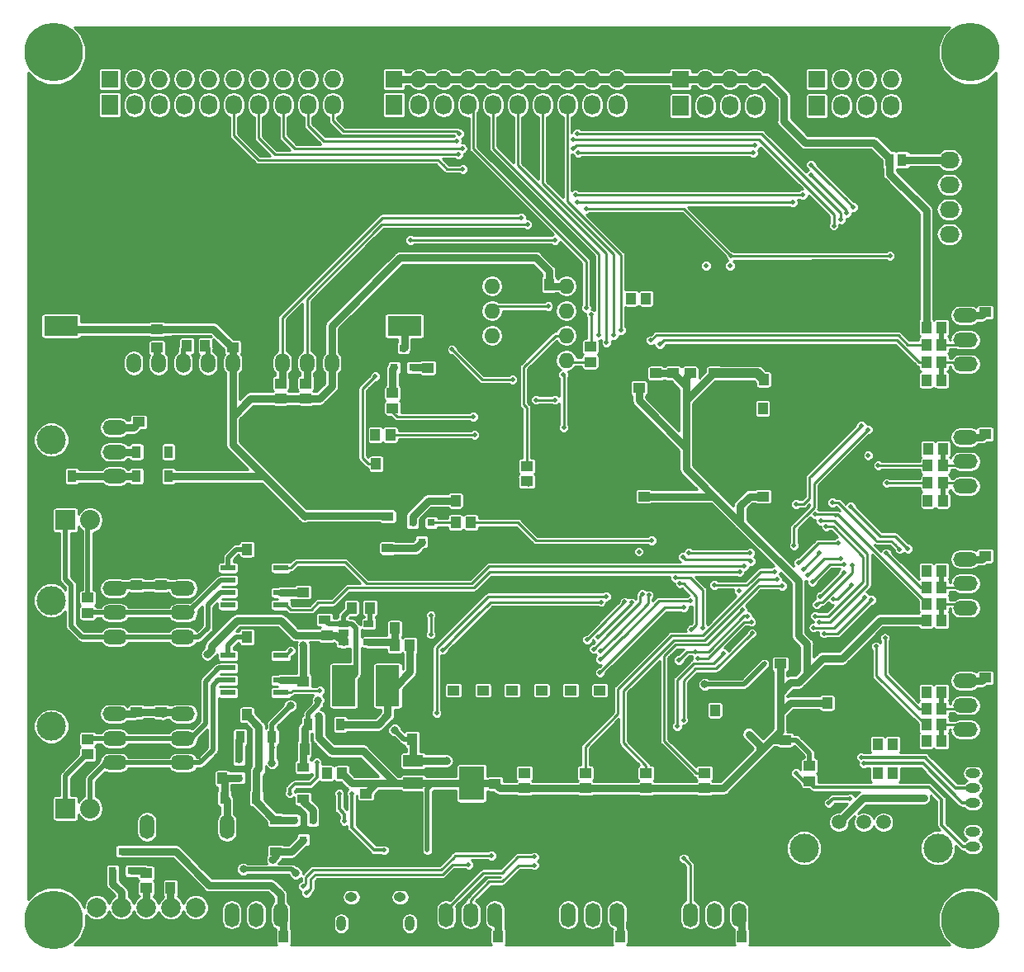
<source format=gbr>
G04 #@! TF.GenerationSoftware,KiCad,Pcbnew,(5.0.0)*
G04 #@! TF.CreationDate,2019-02-12T10:00:46+09:00*
G04 #@! TF.ProjectId,stm32f4_Centaurus,73746D333266345F43656E7461757275,rev?*
G04 #@! TF.SameCoordinates,Original*
G04 #@! TF.FileFunction,Copper,L2,Bot,Signal*
G04 #@! TF.FilePolarity,Positive*
%FSLAX46Y46*%
G04 Gerber Fmt 4.6, Leading zero omitted, Abs format (unit mm)*
G04 Created by KiCad (PCBNEW (5.0.0)) date 02/12/19 10:00:46*
%MOMM*%
%LPD*%
G01*
G04 APERTURE LIST*
G04 #@! TA.AperFunction,SMDPad,CuDef*
%ADD10R,1.200000X1.000000*%
G04 #@! TD*
G04 #@! TA.AperFunction,ComponentPad*
%ADD11O,1.600000X1.600000*%
G04 #@! TD*
G04 #@! TA.AperFunction,ComponentPad*
%ADD12O,1.727200X2.032000*%
G04 #@! TD*
G04 #@! TA.AperFunction,ComponentPad*
%ADD13R,1.727200X2.032000*%
G04 #@! TD*
G04 #@! TA.AperFunction,ComponentPad*
%ADD14R,1.727200X1.727200*%
G04 #@! TD*
G04 #@! TA.AperFunction,ComponentPad*
%ADD15O,1.727200X1.727200*%
G04 #@! TD*
G04 #@! TA.AperFunction,ComponentPad*
%ADD16C,3.000000*%
G04 #@! TD*
G04 #@! TA.AperFunction,ComponentPad*
%ADD17O,2.500000X1.500000*%
G04 #@! TD*
G04 #@! TA.AperFunction,SMDPad,CuDef*
%ADD18R,1.000000X1.200000*%
G04 #@! TD*
G04 #@! TA.AperFunction,SMDPad,CuDef*
%ADD19R,0.910000X1.220000*%
G04 #@! TD*
G04 #@! TA.AperFunction,SMDPad,CuDef*
%ADD20R,1.220000X0.910000*%
G04 #@! TD*
G04 #@! TA.AperFunction,SMDPad,CuDef*
%ADD21R,2.400000X4.200000*%
G04 #@! TD*
G04 #@! TA.AperFunction,ComponentPad*
%ADD22O,1.524000X1.000000*%
G04 #@! TD*
G04 #@! TA.AperFunction,ComponentPad*
%ADD23C,1.501140*%
G04 #@! TD*
G04 #@! TA.AperFunction,ComponentPad*
%ADD24C,2.999740*%
G04 #@! TD*
G04 #@! TA.AperFunction,SMDPad,CuDef*
%ADD25R,2.000000X1.200000*%
G04 #@! TD*
G04 #@! TA.AperFunction,SMDPad,CuDef*
%ADD26R,2.500000X3.500000*%
G04 #@! TD*
G04 #@! TA.AperFunction,ComponentPad*
%ADD27O,1.250000X0.950000*%
G04 #@! TD*
G04 #@! TA.AperFunction,ComponentPad*
%ADD28O,1.000000X1.550000*%
G04 #@! TD*
G04 #@! TA.AperFunction,ComponentPad*
%ADD29O,1.500000X2.500000*%
G04 #@! TD*
G04 #@! TA.AperFunction,ComponentPad*
%ADD30O,2.032000X1.727200*%
G04 #@! TD*
G04 #@! TA.AperFunction,ComponentPad*
%ADD31R,2.032000X1.727200*%
G04 #@! TD*
G04 #@! TA.AperFunction,SMDPad,CuDef*
%ADD32R,0.800100X0.800100*%
G04 #@! TD*
G04 #@! TA.AperFunction,ComponentPad*
%ADD33C,2.000000*%
G04 #@! TD*
G04 #@! TA.AperFunction,SMDPad,CuDef*
%ADD34R,1.000760X0.690880*%
G04 #@! TD*
G04 #@! TA.AperFunction,SMDPad,CuDef*
%ADD35R,1.550000X0.600000*%
G04 #@! TD*
G04 #@! TA.AperFunction,ComponentPad*
%ADD36R,2.032000X2.032000*%
G04 #@! TD*
G04 #@! TA.AperFunction,ComponentPad*
%ADD37O,2.032000X2.032000*%
G04 #@! TD*
G04 #@! TA.AperFunction,SMDPad,CuDef*
%ADD38R,0.965200X1.270000*%
G04 #@! TD*
G04 #@! TA.AperFunction,ComponentPad*
%ADD39O,1.500000X2.000000*%
G04 #@! TD*
G04 #@! TA.AperFunction,ComponentPad*
%ADD40R,3.500000X2.000000*%
G04 #@! TD*
G04 #@! TA.AperFunction,ViaPad*
%ADD41C,6.000000*%
G04 #@! TD*
G04 #@! TA.AperFunction,ViaPad*
%ADD42C,0.500000*%
G04 #@! TD*
G04 #@! TA.AperFunction,ViaPad*
%ADD43C,0.800000*%
G04 #@! TD*
G04 #@! TA.AperFunction,Conductor*
%ADD44C,0.250000*%
G04 #@! TD*
G04 #@! TA.AperFunction,Conductor*
%ADD45C,0.800000*%
G04 #@! TD*
G04 #@! TA.AperFunction,Conductor*
%ADD46C,1.000000*%
G04 #@! TD*
G04 #@! TA.AperFunction,Conductor*
%ADD47C,0.500000*%
G04 #@! TD*
G04 #@! TA.AperFunction,Conductor*
%ADD48C,0.350000*%
G04 #@! TD*
G04 APERTURE END LIST*
D10*
G04 #@! TO.P,R63,1*
G04 #@! TO.N,/SPI2_SCK*
X104500000Y-90030000D03*
G04 #@! TO.P,R63,2*
G04 #@! TO.N,Net-(R63-Pad2)*
X104500000Y-88470000D03*
G04 #@! TD*
G04 #@! TO.P,R41,2*
G04 #@! TO.N,/CAN1_H*
X59500000Y-116470000D03*
G04 #@! TO.P,R41,1*
G04 #@! TO.N,Net-(JP2-Pad1)*
X59500000Y-118030000D03*
G04 #@! TD*
D11*
G04 #@! TO.P,U12,1*
G04 #@! TO.N,/PE8*
X100950000Y-69990000D03*
G04 #@! TO.P,U12,2*
G04 #@! TO.N,Net-(R62-Pad1)*
X100950000Y-72530000D03*
G04 #@! TO.P,U12,3*
G04 #@! TO.N,/PE7*
X100950000Y-75070000D03*
G04 #@! TO.P,U12,4*
G04 #@! TO.N,GND*
X100950000Y-77610000D03*
G04 #@! TO.P,U12,5*
G04 #@! TO.N,Net-(R64-Pad2)*
X108570000Y-77610000D03*
G04 #@! TO.P,U12,6*
G04 #@! TO.N,Net-(R63-Pad2)*
X108570000Y-75070000D03*
G04 #@! TO.P,U12,7*
G04 #@! TO.N,/PB2*
X108570000Y-72530000D03*
G04 #@! TO.P,U12,8*
G04 #@! TO.N,+3.3V*
X108570000Y-69990000D03*
G04 #@! TD*
D10*
G04 #@! TO.P,R52,1*
G04 #@! TO.N,+3.3V*
X81850000Y-81530000D03*
G04 #@! TO.P,R52,2*
G04 #@! TO.N,/I2C1_SCL*
X81850000Y-79970000D03*
G04 #@! TD*
D12*
G04 #@! TO.P,P28,4*
G04 #@! TO.N,/PE4*
X127870000Y-51500000D03*
G04 #@! TO.P,P28,3*
G04 #@! TO.N,/PC13*
X125330000Y-51500000D03*
G04 #@! TO.P,P28,2*
G04 #@! TO.N,/PC14*
X122790000Y-51500000D03*
D13*
G04 #@! TO.P,P28,1*
G04 #@! TO.N,/PC15*
X120250000Y-51500000D03*
G04 #@! TD*
D14*
G04 #@! TO.P,P31,1*
G04 #@! TO.N,+5V*
X134250000Y-48750000D03*
D15*
G04 #@! TO.P,P31,2*
G04 #@! TO.N,GND*
X134250000Y-46210000D03*
G04 #@! TO.P,P31,3*
G04 #@! TO.N,+5V*
X136790000Y-48750000D03*
G04 #@! TO.P,P31,4*
G04 #@! TO.N,GND*
X136790000Y-46210000D03*
G04 #@! TO.P,P31,5*
G04 #@! TO.N,+5V*
X139330000Y-48750000D03*
G04 #@! TO.P,P31,6*
G04 #@! TO.N,GND*
X139330000Y-46210000D03*
G04 #@! TO.P,P31,7*
G04 #@! TO.N,+5V*
X141870000Y-48750000D03*
G04 #@! TO.P,P31,8*
G04 #@! TO.N,GND*
X141870000Y-46210000D03*
G04 #@! TD*
D13*
G04 #@! TO.P,P29,1*
G04 #@! TO.N,/PE3*
X134250000Y-51500000D03*
D12*
G04 #@! TO.P,P29,2*
G04 #@! TO.N,/PE2*
X136790000Y-51500000D03*
G04 #@! TO.P,P29,3*
G04 #@! TO.N,/PE1*
X139330000Y-51500000D03*
G04 #@! TO.P,P29,4*
G04 #@! TO.N,/PE0*
X141870000Y-51500000D03*
G04 #@! TD*
D15*
G04 #@! TO.P,P30,8*
G04 #@! TO.N,GND*
X127870000Y-46210000D03*
G04 #@! TO.P,P30,7*
G04 #@! TO.N,+3.3V*
X127870000Y-48750000D03*
G04 #@! TO.P,P30,6*
G04 #@! TO.N,GND*
X125330000Y-46210000D03*
G04 #@! TO.P,P30,5*
G04 #@! TO.N,+3.3V*
X125330000Y-48750000D03*
G04 #@! TO.P,P30,4*
G04 #@! TO.N,GND*
X122790000Y-46210000D03*
G04 #@! TO.P,P30,3*
G04 #@! TO.N,+3.3V*
X122790000Y-48750000D03*
G04 #@! TO.P,P30,2*
G04 #@! TO.N,GND*
X120250000Y-46210000D03*
D14*
G04 #@! TO.P,P30,1*
G04 #@! TO.N,+3.3V*
X120250000Y-48750000D03*
G04 #@! TD*
D10*
G04 #@! TO.P,C35,2*
G04 #@! TO.N,+3.3V*
X123750000Y-78930000D03*
G04 #@! TO.P,C35,1*
G04 #@! TO.N,GND*
X123750000Y-77050000D03*
G04 #@! TD*
D16*
G04 #@! TO.P,P14,*
G04 #@! TO.N,*
X55750000Y-115150000D03*
D17*
G04 #@! TO.P,P14,4*
G04 #@! TO.N,/CAN1_L*
X62250000Y-118900000D03*
G04 #@! TO.P,P14,3*
G04 #@! TO.N,/CAN1_H*
X62250000Y-116400000D03*
G04 #@! TO.P,P14,2*
G04 #@! TO.N,+12V*
X62250000Y-113900000D03*
G04 #@! TO.P,P14,1*
G04 #@! TO.N,GND*
X62250000Y-111400000D03*
G04 #@! TD*
G04 #@! TO.P,P11,1*
G04 #@! TO.N,GND*
X69250000Y-98500000D03*
G04 #@! TO.P,P11,2*
G04 #@! TO.N,+12V*
X69250000Y-101000000D03*
G04 #@! TO.P,P11,3*
G04 #@! TO.N,/CAN0_H*
X69250000Y-103500000D03*
G04 #@! TO.P,P11,4*
G04 #@! TO.N,/CAN0_L*
X69250000Y-106000000D03*
G04 #@! TD*
D18*
G04 #@! TO.P,C1,1*
G04 #@! TO.N,Net-(C1-Pad1)*
X123800000Y-113500000D03*
G04 #@! TO.P,C1,2*
G04 #@! TO.N,GND*
X125680000Y-113500000D03*
G04 #@! TD*
G04 #@! TO.P,C2,2*
G04 #@! TO.N,+3.3V*
X135320000Y-112750000D03*
G04 #@! TO.P,C2,1*
G04 #@! TO.N,GND*
X137200000Y-112750000D03*
G04 #@! TD*
D10*
G04 #@! TO.P,C3,1*
G04 #@! TO.N,GND*
X130500000Y-106870000D03*
G04 #@! TO.P,C3,2*
G04 #@! TO.N,+3.3V*
X130500000Y-108750000D03*
G04 #@! TD*
G04 #@! TO.P,C4,2*
G04 #@! TO.N,+3.3V*
X131000000Y-116570000D03*
G04 #@! TO.P,C4,1*
G04 #@! TO.N,GND*
X131000000Y-118450000D03*
G04 #@! TD*
D18*
G04 #@! TO.P,C5,1*
G04 #@! TO.N,/CAN_BUS_5V*
X81700000Y-117500000D03*
G04 #@! TO.P,C5,2*
G04 #@! TO.N,GND*
X79820000Y-117500000D03*
G04 #@! TD*
G04 #@! TO.P,C6,1*
G04 #@! TO.N,+5V*
X92750000Y-116500000D03*
G04 #@! TO.P,C6,2*
G04 #@! TO.N,GND*
X94630000Y-116500000D03*
G04 #@! TD*
D10*
G04 #@! TO.P,C7,2*
G04 #@! TO.N,GND*
X101250000Y-122930000D03*
G04 #@! TO.P,C7,1*
G04 #@! TO.N,+3.3V*
X101250000Y-121050000D03*
G04 #@! TD*
G04 #@! TO.P,C8,2*
G04 #@! TO.N,+5V*
X151500000Y-97680000D03*
G04 #@! TO.P,C8,1*
G04 #@! TO.N,GND*
X151500000Y-95800000D03*
G04 #@! TD*
G04 #@! TO.P,C9,2*
G04 #@! TO.N,+5V*
X151500000Y-85180000D03*
G04 #@! TO.P,C9,1*
G04 #@! TO.N,GND*
X151500000Y-83300000D03*
G04 #@! TD*
G04 #@! TO.P,C10,1*
G04 #@! TO.N,+3.3V*
X88000000Y-122050000D03*
G04 #@! TO.P,C10,2*
G04 #@! TO.N,GND*
X88000000Y-123930000D03*
G04 #@! TD*
D18*
G04 #@! TO.P,C12,2*
G04 #@! TO.N,GND*
X90930000Y-88250000D03*
G04 #@! TO.P,C12,1*
G04 #@! TO.N,/NRST*
X89050000Y-88250000D03*
G04 #@! TD*
D10*
G04 #@! TO.P,C14,1*
G04 #@! TO.N,GND*
X151500000Y-70800000D03*
G04 #@! TO.P,C14,2*
G04 #@! TO.N,+5V*
X151500000Y-72680000D03*
G04 #@! TD*
G04 #@! TO.P,C15,1*
G04 #@! TO.N,GND*
X151500000Y-108300000D03*
G04 #@! TO.P,C15,2*
G04 #@! TO.N,+5V*
X151500000Y-110180000D03*
G04 #@! TD*
D18*
G04 #@! TO.P,C16,2*
G04 #@! TO.N,+5V*
X126570000Y-136750000D03*
G04 #@! TO.P,C16,1*
G04 #@! TO.N,GND*
X128450000Y-136750000D03*
G04 #@! TD*
G04 #@! TO.P,C17,1*
G04 #@! TO.N,GND*
X115950000Y-136750000D03*
G04 #@! TO.P,C17,2*
G04 #@! TO.N,+5V*
X114070000Y-136750000D03*
G04 #@! TD*
G04 #@! TO.P,C18,1*
G04 #@! TO.N,Net-(C18-Pad1)*
X86550000Y-103000000D03*
G04 #@! TO.P,C18,2*
G04 #@! TO.N,Net-(C18-Pad2)*
X88430000Y-103000000D03*
G04 #@! TD*
D10*
G04 #@! TO.P,C19,2*
G04 #@! TO.N,GND*
X84000000Y-107730000D03*
G04 #@! TO.P,C19,1*
G04 #@! TO.N,+12V*
X84000000Y-105850000D03*
G04 #@! TD*
G04 #@! TO.P,C20,1*
G04 #@! TO.N,GND*
X81600000Y-99520000D03*
G04 #@! TO.P,C20,2*
G04 #@! TO.N,+3.3V*
X81600000Y-101400000D03*
G04 #@! TD*
G04 #@! TO.P,C21,2*
G04 #@! TO.N,+3.3V*
X81600000Y-110570000D03*
G04 #@! TO.P,C21,1*
G04 #@! TO.N,GND*
X81600000Y-112450000D03*
G04 #@! TD*
G04 #@! TO.P,C22,1*
G04 #@! TO.N,GND*
X67000000Y-98800000D03*
G04 #@! TO.P,C22,2*
G04 #@! TO.N,+12V*
X67000000Y-100680000D03*
G04 #@! TD*
G04 #@! TO.P,C23,2*
G04 #@! TO.N,+12V*
X67000000Y-113680000D03*
G04 #@! TO.P,C23,1*
G04 #@! TO.N,GND*
X67000000Y-111800000D03*
G04 #@! TD*
D18*
G04 #@! TO.P,C24,2*
G04 #@! TO.N,+5V*
X101570000Y-136750000D03*
G04 #@! TO.P,C24,1*
G04 #@! TO.N,GND*
X103450000Y-136750000D03*
G04 #@! TD*
G04 #@! TO.P,C25,1*
G04 #@! TO.N,GND*
X81450000Y-136750000D03*
G04 #@! TO.P,C25,2*
G04 #@! TO.N,+5V*
X79570000Y-136750000D03*
G04 #@! TD*
D19*
G04 #@! TO.P,D12,1*
G04 #@! TO.N,/XA_5V*
X73500000Y-122500000D03*
G04 #@! TO.P,D12,2*
G04 #@! TO.N,/5V*
X76770000Y-122500000D03*
G04 #@! TD*
G04 #@! TO.P,D13,2*
G04 #@! TO.N,Net-(D13-Pad2)*
X75115000Y-116250000D03*
G04 #@! TO.P,D13,1*
G04 #@! TO.N,/BUS_5V*
X78385000Y-116250000D03*
G04 #@! TD*
D20*
G04 #@! TO.P,D14,2*
G04 #@! TO.N,Net-(C18-Pad1)*
X83750000Y-104235000D03*
G04 #@! TO.P,D14,1*
G04 #@! TO.N,GND*
X83750000Y-100965000D03*
G04 #@! TD*
D19*
G04 #@! TO.P,D15,1*
G04 #@! TO.N,Net-(D15-Pad1)*
X85385000Y-115000000D03*
G04 #@! TO.P,D15,2*
G04 #@! TO.N,/CAN_BUS_5V*
X82115000Y-115000000D03*
G04 #@! TD*
D20*
G04 #@! TO.P,D16,2*
G04 #@! TO.N,+5C*
X78800000Y-128035000D03*
G04 #@! TO.P,D16,1*
G04 #@! TO.N,/5V*
X78800000Y-124765000D03*
G04 #@! TD*
G04 #@! TO.P,D17,1*
G04 #@! TO.N,/CAN_BUS_5V*
X81600000Y-119365000D03*
G04 #@! TO.P,D17,2*
G04 #@! TO.N,Net-(D17-Pad2)*
X81600000Y-122635000D03*
G04 #@! TD*
D21*
G04 #@! TO.P,L1,2*
G04 #@! TO.N,Net-(D15-Pad1)*
X90250000Y-111000000D03*
G04 #@! TO.P,L1,1*
G04 #@! TO.N,Net-(C18-Pad1)*
X85750000Y-111000000D03*
G04 #@! TD*
D22*
G04 #@! TO.P,P1,1*
G04 #@! TO.N,/MCLR*
X150250000Y-127500000D03*
G04 #@! TO.P,P1,2*
G04 #@! TO.N,+5V*
X150250000Y-126000000D03*
G04 #@! TO.P,P1,3*
G04 #@! TO.N,GND*
X150250000Y-124500000D03*
G04 #@! TO.P,P1,4*
G04 #@! TO.N,/PGED1*
X150250000Y-123000000D03*
G04 #@! TO.P,P1,5*
G04 #@! TO.N,/PGEC1*
X150250000Y-121500000D03*
G04 #@! TO.P,P1,6*
G04 #@! TO.N,Net-(P1-Pad6)*
X150250000Y-120000000D03*
G04 #@! TD*
D23*
G04 #@! TO.P,P2,4*
G04 #@! TO.N,GND*
X143612860Y-124997880D03*
G04 #@! TO.P,P2,3*
G04 #@! TO.N,/D+*
X141072860Y-124997880D03*
G04 #@! TO.P,P2,2*
G04 #@! TO.N,/D-*
X139040860Y-124997880D03*
G04 #@! TO.P,P2,1*
G04 #@! TO.N,+5V*
X136500860Y-124997880D03*
D24*
G04 #@! TO.P,P2,5*
G04 #@! TO.N,Net-(P2-Pad5)*
X146660860Y-127664880D03*
X132944860Y-127664880D03*
G04 #@! TD*
D10*
G04 #@! TO.P,R1,1*
G04 #@! TO.N,/MCLR*
X133500000Y-120780000D03*
G04 #@! TO.P,R1,2*
G04 #@! TO.N,+3.3V*
X133500000Y-119220000D03*
G04 #@! TD*
D18*
G04 #@! TO.P,R2,1*
G04 #@! TO.N,Net-(D1-Pad2)*
X142030000Y-120000000D03*
G04 #@! TO.P,R2,2*
G04 #@! TO.N,Net-(IC1-Pad14)*
X140470000Y-120000000D03*
G04 #@! TD*
G04 #@! TO.P,R3,2*
G04 #@! TO.N,Net-(IC1-Pad15)*
X140470000Y-117000000D03*
G04 #@! TO.P,R3,1*
G04 #@! TO.N,Net-(D2-Pad2)*
X142030000Y-117000000D03*
G04 #@! TD*
D25*
G04 #@! TO.P,U2,2*
G04 #@! TO.N,+3.3V*
X92850000Y-121000000D03*
G04 #@! TO.P,U2,1*
G04 #@! TO.N,GND*
X92850000Y-123300000D03*
G04 #@! TO.P,U2,3*
G04 #@! TO.N,+5V*
X92850000Y-118700000D03*
D26*
G04 #@! TO.P,U2,2*
G04 #@! TO.N,+3.3V*
X98850000Y-121000000D03*
G04 #@! TD*
D10*
G04 #@! TO.P,C28,1*
G04 #@! TO.N,GND*
X74350000Y-74400000D03*
G04 #@! TO.P,C28,2*
G04 #@! TO.N,+3.3V*
X74350000Y-76280000D03*
G04 #@! TD*
G04 #@! TO.P,C29,1*
G04 #@! TO.N,Net-(C29-Pad1)*
X66600000Y-76300000D03*
G04 #@! TO.P,C29,2*
G04 #@! TO.N,+3.3V*
X66600000Y-74420000D03*
G04 #@! TD*
D18*
G04 #@! TO.P,C30,2*
G04 #@! TO.N,Net-(C30-Pad2)*
X71530000Y-76100000D03*
G04 #@! TO.P,C30,1*
G04 #@! TO.N,Net-(C30-Pad1)*
X69650000Y-76100000D03*
G04 #@! TD*
D10*
G04 #@! TO.P,C31,1*
G04 #@! TO.N,GND*
X64500000Y-98800000D03*
G04 #@! TO.P,C31,2*
G04 #@! TO.N,+12V*
X64500000Y-100680000D03*
G04 #@! TD*
G04 #@! TO.P,C32,2*
G04 #@! TO.N,+12V*
X64500000Y-113680000D03*
G04 #@! TO.P,C32,1*
G04 #@! TO.N,GND*
X64500000Y-111800000D03*
G04 #@! TD*
D20*
G04 #@! TO.P,D20,1*
G04 #@! TO.N,Net-(D20-Pad1)*
X90250000Y-96885000D03*
G04 #@! TO.P,D20,2*
G04 #@! TO.N,+3.3V*
X90250000Y-93615000D03*
G04 #@! TD*
D17*
G04 #@! TO.P,P3,4*
G04 #@! TO.N,Net-(P3-Pad4)*
X149500000Y-103000000D03*
G04 #@! TO.P,P3,3*
G04 #@! TO.N,Net-(P3-Pad3)*
X149500000Y-100500000D03*
G04 #@! TO.P,P3,2*
G04 #@! TO.N,+5V*
X149500000Y-98000000D03*
G04 #@! TO.P,P3,1*
G04 #@! TO.N,GND*
X149500000Y-95500000D03*
G04 #@! TD*
G04 #@! TO.P,P4,1*
G04 #@! TO.N,GND*
X149500000Y-83000000D03*
G04 #@! TO.P,P4,2*
G04 #@! TO.N,+5V*
X149500000Y-85500000D03*
G04 #@! TO.P,P4,3*
G04 #@! TO.N,Net-(P4-Pad3)*
X149500000Y-88000000D03*
G04 #@! TO.P,P4,4*
G04 #@! TO.N,Net-(P4-Pad4)*
X149500000Y-90500000D03*
G04 #@! TD*
D27*
G04 #@! TO.P,P5,6*
G04 #@! TO.N,Net-(P5-Pad6)*
X86499100Y-132687460D03*
X91499100Y-132687460D03*
D28*
X85499100Y-135387460D03*
X92499100Y-135387460D03*
G04 #@! TD*
D17*
G04 #@! TO.P,P6,1*
G04 #@! TO.N,GND*
X149500000Y-70500000D03*
G04 #@! TO.P,P6,2*
G04 #@! TO.N,+5V*
X149500000Y-73000000D03*
G04 #@! TO.P,P6,3*
G04 #@! TO.N,Net-(P6-Pad3)*
X149500000Y-75500000D03*
G04 #@! TO.P,P6,4*
G04 #@! TO.N,Net-(P6-Pad4)*
X149500000Y-78000000D03*
G04 #@! TD*
G04 #@! TO.P,P7,4*
G04 #@! TO.N,Net-(P7-Pad4)*
X149500000Y-115500000D03*
G04 #@! TO.P,P7,3*
G04 #@! TO.N,Net-(P7-Pad3)*
X149500000Y-113000000D03*
G04 #@! TO.P,P7,2*
G04 #@! TO.N,+5V*
X149500000Y-110500000D03*
G04 #@! TO.P,P7,1*
G04 #@! TO.N,GND*
X149500000Y-108000000D03*
G04 #@! TD*
D29*
G04 #@! TO.P,P8,4*
G04 #@! TO.N,/UART5_RX*
X121250000Y-134500000D03*
G04 #@! TO.P,P8,3*
G04 #@! TO.N,/UART5_TX*
X123750000Y-134500000D03*
G04 #@! TO.P,P8,2*
G04 #@! TO.N,+5V*
X126250000Y-134500000D03*
G04 #@! TO.P,P8,1*
G04 #@! TO.N,GND*
X128750000Y-134500000D03*
G04 #@! TD*
G04 #@! TO.P,P9,1*
G04 #@! TO.N,GND*
X116250000Y-134500000D03*
G04 #@! TO.P,P9,2*
G04 #@! TO.N,+5V*
X113750000Y-134500000D03*
G04 #@! TO.P,P9,3*
G04 #@! TO.N,/USART4_TX*
X111250000Y-134500000D03*
G04 #@! TO.P,P9,4*
G04 #@! TO.N,/USART4_RX*
X108750000Y-134500000D03*
G04 #@! TD*
G04 #@! TO.P,P10,1*
G04 #@! TO.N,GND*
X76250000Y-125500000D03*
G04 #@! TO.P,P10,2*
G04 #@! TO.N,/XA_5V*
X73750000Y-125500000D03*
G04 #@! TD*
D17*
G04 #@! TO.P,P12,4*
G04 #@! TO.N,/CAN1_L*
X69250000Y-118900000D03*
G04 #@! TO.P,P12,3*
G04 #@! TO.N,/CAN1_H*
X69250000Y-116400000D03*
G04 #@! TO.P,P12,2*
G04 #@! TO.N,+12V*
X69250000Y-113900000D03*
G04 #@! TO.P,P12,1*
G04 #@! TO.N,GND*
X69250000Y-111400000D03*
G04 #@! TD*
G04 #@! TO.P,P13,1*
G04 #@! TO.N,GND*
X62250000Y-98500000D03*
G04 #@! TO.P,P13,2*
G04 #@! TO.N,+12V*
X62250000Y-101000000D03*
G04 #@! TO.P,P13,3*
G04 #@! TO.N,/CAN0_H*
X62250000Y-103500000D03*
G04 #@! TO.P,P13,4*
G04 #@! TO.N,/CAN0_L*
X62250000Y-106000000D03*
D16*
G04 #@! TO.P,P13,*
G04 #@! TO.N,*
X55750000Y-102250000D03*
G04 #@! TD*
D29*
G04 #@! TO.P,P15,1*
G04 #@! TO.N,GND*
X103750000Y-134500000D03*
G04 #@! TO.P,P15,2*
G04 #@! TO.N,+5V*
X101250000Y-134500000D03*
G04 #@! TO.P,P15,3*
G04 #@! TO.N,/USART6_TX*
X98750000Y-134500000D03*
G04 #@! TO.P,P15,4*
G04 #@! TO.N,/USART6_RX*
X96250000Y-134500000D03*
G04 #@! TD*
G04 #@! TO.P,P16,4*
G04 #@! TO.N,/USART1_RX*
X74250000Y-134500000D03*
G04 #@! TO.P,P16,3*
G04 #@! TO.N,/USART1_TX*
X76750000Y-134500000D03*
G04 #@! TO.P,P16,2*
G04 #@! TO.N,+5V*
X79250000Y-134500000D03*
G04 #@! TO.P,P16,1*
G04 #@! TO.N,GND*
X81750000Y-134500000D03*
G04 #@! TD*
G04 #@! TO.P,P17,2*
G04 #@! TO.N,+12V*
X65550000Y-125500000D03*
G04 #@! TO.P,P17,1*
G04 #@! TO.N,GND*
X68050000Y-125500000D03*
G04 #@! TD*
D30*
G04 #@! TO.P,P18,5*
G04 #@! TO.N,/NRST*
X147830000Y-64660000D03*
G04 #@! TO.P,P18,4*
G04 #@! TO.N,/SWDIO*
X147830000Y-62120000D03*
G04 #@! TO.P,P18,3*
G04 #@! TO.N,/SWCLK*
X147830000Y-59580000D03*
G04 #@! TO.P,P18,2*
G04 #@! TO.N,Net-(JP3-Pad2)*
X147830000Y-57040000D03*
D31*
G04 #@! TO.P,P18,1*
G04 #@! TO.N,GND*
X147830000Y-54500000D03*
G04 #@! TD*
D13*
G04 #@! TO.P,P23,1*
G04 #@! TO.N,/ADC12_IN9*
X90890000Y-51400000D03*
D12*
G04 #@! TO.P,P23,2*
G04 #@! TO.N,/ADC12_IN15*
X93430000Y-51400000D03*
G04 #@! TO.P,P23,3*
G04 #@! TO.N,/ADC12_IN14*
X95970000Y-51400000D03*
G04 #@! TO.P,P23,4*
G04 #@! TO.N,/ADC12_IN6*
X98510000Y-51400000D03*
G04 #@! TO.P,P23,5*
G04 #@! TO.N,/ADC12_IN5*
X101050000Y-51400000D03*
G04 #@! TO.P,P23,6*
G04 #@! TO.N,/ADC12_IN4*
X103590000Y-51400000D03*
G04 #@! TO.P,P23,7*
G04 #@! TO.N,/ADC12_IN3*
X106130000Y-51400000D03*
G04 #@! TO.P,P23,8*
G04 #@! TO.N,/ADC12_IN2*
X108670000Y-51400000D03*
G04 #@! TO.P,P23,9*
G04 #@! TO.N,/ADC12_IN11*
X111210000Y-51400000D03*
G04 #@! TO.P,P23,10*
G04 #@! TO.N,/ADC12_IN10*
X113750000Y-51400000D03*
G04 #@! TD*
G04 #@! TO.P,P24,10*
G04 #@! TO.N,/TIM10_CH1*
X84610000Y-51400000D03*
G04 #@! TO.P,P24,9*
G04 #@! TO.N,/TIM11_CH1*
X82070000Y-51400000D03*
G04 #@! TO.P,P24,8*
G04 #@! TO.N,/TIM9_CH1*
X79530000Y-51400000D03*
G04 #@! TO.P,P24,7*
G04 #@! TO.N,/TIM9_CH2*
X76990000Y-51400000D03*
G04 #@! TO.P,P24,6*
G04 #@! TO.N,/TIM8_CH1*
X74450000Y-51400000D03*
G04 #@! TO.P,P24,5*
G04 #@! TO.N,/TIM8_CH2*
X71910000Y-51400000D03*
G04 #@! TO.P,P24,4*
G04 #@! TO.N,/TIM1_CH1*
X69370000Y-51400000D03*
G04 #@! TO.P,P24,3*
G04 #@! TO.N,/TIM1_CH2*
X66830000Y-51400000D03*
G04 #@! TO.P,P24,2*
G04 #@! TO.N,/TIM1_CH3*
X64290000Y-51400000D03*
D13*
G04 #@! TO.P,P24,1*
G04 #@! TO.N,/TIM1_CH4*
X61750000Y-51400000D03*
G04 #@! TD*
D15*
G04 #@! TO.P,P25,20*
G04 #@! TO.N,GND*
X113750000Y-46210000D03*
G04 #@! TO.P,P25,19*
G04 #@! TO.N,+3.3V*
X113750000Y-48750000D03*
G04 #@! TO.P,P25,18*
G04 #@! TO.N,GND*
X111210000Y-46210000D03*
G04 #@! TO.P,P25,17*
G04 #@! TO.N,+3.3V*
X111210000Y-48750000D03*
G04 #@! TO.P,P25,16*
G04 #@! TO.N,GND*
X108670000Y-46210000D03*
G04 #@! TO.P,P25,15*
G04 #@! TO.N,+3.3V*
X108670000Y-48750000D03*
G04 #@! TO.P,P25,14*
G04 #@! TO.N,GND*
X106130000Y-46210000D03*
G04 #@! TO.P,P25,13*
G04 #@! TO.N,+3.3V*
X106130000Y-48750000D03*
G04 #@! TO.P,P25,12*
G04 #@! TO.N,GND*
X103590000Y-46210000D03*
G04 #@! TO.P,P25,11*
G04 #@! TO.N,+3.3V*
X103590000Y-48750000D03*
G04 #@! TO.P,P25,10*
G04 #@! TO.N,GND*
X101050000Y-46210000D03*
G04 #@! TO.P,P25,9*
G04 #@! TO.N,+3.3V*
X101050000Y-48750000D03*
G04 #@! TO.P,P25,8*
G04 #@! TO.N,GND*
X98510000Y-46210000D03*
G04 #@! TO.P,P25,7*
G04 #@! TO.N,+3.3V*
X98510000Y-48750000D03*
G04 #@! TO.P,P25,6*
G04 #@! TO.N,GND*
X95970000Y-46210000D03*
G04 #@! TO.P,P25,5*
G04 #@! TO.N,+3.3V*
X95970000Y-48750000D03*
G04 #@! TO.P,P25,4*
G04 #@! TO.N,GND*
X93430000Y-46210000D03*
G04 #@! TO.P,P25,3*
G04 #@! TO.N,+3.3V*
X93430000Y-48750000D03*
G04 #@! TO.P,P25,2*
G04 #@! TO.N,GND*
X90890000Y-46210000D03*
D14*
G04 #@! TO.P,P25,1*
G04 #@! TO.N,+3.3V*
X90890000Y-48750000D03*
G04 #@! TD*
G04 #@! TO.P,P26,1*
G04 #@! TO.N,+5V*
X61750000Y-48750000D03*
D15*
G04 #@! TO.P,P26,2*
G04 #@! TO.N,GND*
X61750000Y-46210000D03*
G04 #@! TO.P,P26,3*
G04 #@! TO.N,+5V*
X64290000Y-48750000D03*
G04 #@! TO.P,P26,4*
G04 #@! TO.N,GND*
X64290000Y-46210000D03*
G04 #@! TO.P,P26,5*
G04 #@! TO.N,+5V*
X66830000Y-48750000D03*
G04 #@! TO.P,P26,6*
G04 #@! TO.N,GND*
X66830000Y-46210000D03*
G04 #@! TO.P,P26,7*
G04 #@! TO.N,+5V*
X69370000Y-48750000D03*
G04 #@! TO.P,P26,8*
G04 #@! TO.N,GND*
X69370000Y-46210000D03*
G04 #@! TO.P,P26,9*
G04 #@! TO.N,+5V*
X71910000Y-48750000D03*
G04 #@! TO.P,P26,10*
G04 #@! TO.N,GND*
X71910000Y-46210000D03*
G04 #@! TO.P,P26,11*
G04 #@! TO.N,+5V*
X74450000Y-48750000D03*
G04 #@! TO.P,P26,12*
G04 #@! TO.N,GND*
X74450000Y-46210000D03*
G04 #@! TO.P,P26,13*
G04 #@! TO.N,+5V*
X76990000Y-48750000D03*
G04 #@! TO.P,P26,14*
G04 #@! TO.N,GND*
X76990000Y-46210000D03*
G04 #@! TO.P,P26,15*
G04 #@! TO.N,+5V*
X79530000Y-48750000D03*
G04 #@! TO.P,P26,16*
G04 #@! TO.N,GND*
X79530000Y-46210000D03*
G04 #@! TO.P,P26,17*
G04 #@! TO.N,+5V*
X82070000Y-48750000D03*
G04 #@! TO.P,P26,18*
G04 #@! TO.N,GND*
X82070000Y-46210000D03*
G04 #@! TO.P,P26,19*
G04 #@! TO.N,+5V*
X84610000Y-48750000D03*
G04 #@! TO.P,P26,20*
G04 #@! TO.N,GND*
X84610000Y-46210000D03*
G04 #@! TD*
D32*
G04 #@! TO.P,Q1,1*
G04 #@! TO.N,/XA_5V*
X74999240Y-120450000D03*
G04 #@! TO.P,Q1,2*
G04 #@! TO.N,Net-(D13-Pad2)*
X74999240Y-118550000D03*
G04 #@! TO.P,Q1,3*
G04 #@! TO.N,/5V*
X76998220Y-119500000D03*
G04 #@! TD*
G04 #@! TO.P,Q2,1*
G04 #@! TO.N,Net-(Q2-Pad1)*
X63950000Y-130000760D03*
G04 #@! TO.P,Q2,2*
G04 #@! TO.N,+5C*
X62050000Y-130000760D03*
G04 #@! TO.P,Q2,3*
G04 #@! TO.N,+5V*
X63000000Y-128001780D03*
G04 #@! TD*
G04 #@! TO.P,Q3,3*
G04 #@! TO.N,+5C*
X81600000Y-126798220D03*
G04 #@! TO.P,Q3,2*
G04 #@! TO.N,Net-(D17-Pad2)*
X82550000Y-124799240D03*
G04 #@! TO.P,Q3,1*
G04 #@! TO.N,/5V*
X80650000Y-124799240D03*
G04 #@! TD*
G04 #@! TO.P,Q4,1*
G04 #@! TO.N,Net-(Q4-Pad1)*
X90900000Y-78350760D03*
G04 #@! TO.P,Q4,2*
G04 #@! TO.N,Net-(Q4-Pad2)*
X92800000Y-78350760D03*
G04 #@! TO.P,Q4,3*
G04 #@! TO.N,Net-(Q4-Pad3)*
X91850000Y-76351780D03*
G04 #@! TD*
G04 #@! TO.P,Q5,1*
G04 #@! TO.N,Net-(Q5-Pad1)*
X94700000Y-94249240D03*
G04 #@! TO.P,Q5,2*
G04 #@! TO.N,Net-(Q5-Pad2)*
X92800000Y-94249240D03*
G04 #@! TO.P,Q5,3*
G04 #@! TO.N,Net-(D20-Pad1)*
X93750000Y-96248220D03*
G04 #@! TD*
D18*
G04 #@! TO.P,R4,2*
G04 #@! TO.N,/TIM2_CH2*
X145470000Y-100900000D03*
G04 #@! TO.P,R4,1*
G04 #@! TO.N,Net-(P3-Pad3)*
X147030000Y-100900000D03*
G04 #@! TD*
G04 #@! TO.P,R5,1*
G04 #@! TO.N,Net-(P3-Pad4)*
X147030000Y-102600000D03*
G04 #@! TO.P,R5,2*
G04 #@! TO.N,/TIM2_CH1*
X145470000Y-102600000D03*
G04 #@! TD*
G04 #@! TO.P,R6,2*
G04 #@! TO.N,/TIM3_CH2*
X145620000Y-88400000D03*
G04 #@! TO.P,R6,1*
G04 #@! TO.N,Net-(P4-Pad3)*
X147180000Y-88400000D03*
G04 #@! TD*
G04 #@! TO.P,R7,1*
G04 #@! TO.N,Net-(P4-Pad4)*
X147170000Y-90200000D03*
G04 #@! TO.P,R7,2*
G04 #@! TO.N,/TIM3_CH1*
X145610000Y-90200000D03*
G04 #@! TD*
G04 #@! TO.P,R8,1*
G04 #@! TO.N,Net-(P3-Pad4)*
X147030000Y-104300000D03*
G04 #@! TO.P,R8,2*
G04 #@! TO.N,+3.3V*
X145470000Y-104300000D03*
G04 #@! TD*
G04 #@! TO.P,R9,1*
G04 #@! TO.N,Net-(P4-Pad4)*
X147170000Y-92000000D03*
G04 #@! TO.P,R9,2*
G04 #@! TO.N,+3.3V*
X145610000Y-92000000D03*
G04 #@! TD*
G04 #@! TO.P,R10,2*
G04 #@! TO.N,+3.3V*
X145470000Y-99200000D03*
G04 #@! TO.P,R10,1*
G04 #@! TO.N,Net-(P3-Pad3)*
X147030000Y-99200000D03*
G04 #@! TD*
G04 #@! TO.P,R11,2*
G04 #@! TO.N,+3.3V*
X145640000Y-86700000D03*
G04 #@! TO.P,R11,1*
G04 #@! TO.N,Net-(P4-Pad3)*
X147200000Y-86700000D03*
G04 #@! TD*
G04 #@! TO.P,R12,2*
G04 #@! TO.N,+3.3V*
X85560000Y-120000000D03*
G04 #@! TO.P,R12,1*
G04 #@! TO.N,Net-(R12-Pad1)*
X84000000Y-120000000D03*
G04 #@! TD*
G04 #@! TO.P,R13,1*
G04 #@! TO.N,Net-(P6-Pad3)*
X147030000Y-76000000D03*
G04 #@! TO.P,R13,2*
G04 #@! TO.N,/TIM5_CH2*
X145470000Y-76000000D03*
G04 #@! TD*
G04 #@! TO.P,R14,2*
G04 #@! TO.N,/TIM5_CH1*
X145470000Y-77800000D03*
G04 #@! TO.P,R14,1*
G04 #@! TO.N,Net-(P6-Pad4)*
X147030000Y-77800000D03*
G04 #@! TD*
G04 #@! TO.P,R15,1*
G04 #@! TO.N,Net-(P7-Pad3)*
X147030000Y-113350000D03*
G04 #@! TO.P,R15,2*
G04 #@! TO.N,/TIM4_CH2*
X145470000Y-113350000D03*
G04 #@! TD*
G04 #@! TO.P,R16,2*
G04 #@! TO.N,/TIM4_CH1*
X145470000Y-115000000D03*
G04 #@! TO.P,R16,1*
G04 #@! TO.N,Net-(P7-Pad4)*
X147030000Y-115000000D03*
G04 #@! TD*
G04 #@! TO.P,R17,1*
G04 #@! TO.N,/PE12*
X90530000Y-85250000D03*
G04 #@! TO.P,R17,2*
G04 #@! TO.N,Net-(LED1-Pad3)*
X88970000Y-85250000D03*
G04 #@! TD*
G04 #@! TO.P,R18,2*
G04 #@! TO.N,+3.3V*
X145470000Y-79650000D03*
G04 #@! TO.P,R18,1*
G04 #@! TO.N,Net-(P6-Pad4)*
X147030000Y-79650000D03*
G04 #@! TD*
G04 #@! TO.P,R19,1*
G04 #@! TO.N,Net-(P7-Pad4)*
X147030000Y-116700000D03*
G04 #@! TO.P,R19,2*
G04 #@! TO.N,+3.3V*
X145470000Y-116700000D03*
G04 #@! TD*
G04 #@! TO.P,R20,1*
G04 #@! TO.N,Net-(P6-Pad3)*
X147030000Y-74250000D03*
G04 #@! TO.P,R20,2*
G04 #@! TO.N,+3.3V*
X145470000Y-74250000D03*
G04 #@! TD*
G04 #@! TO.P,R21,1*
G04 #@! TO.N,Net-(P7-Pad3)*
X147030000Y-111650000D03*
G04 #@! TO.P,R21,2*
G04 #@! TO.N,+3.3V*
X145470000Y-111650000D03*
G04 #@! TD*
G04 #@! TO.P,R25,2*
G04 #@! TO.N,GND*
X130250000Y-82560000D03*
G04 #@! TO.P,R25,1*
G04 #@! TO.N,Net-(R25-Pad1)*
X128690000Y-82560000D03*
G04 #@! TD*
G04 #@! TO.P,R32,2*
G04 #@! TO.N,GND*
X69530000Y-131750000D03*
G04 #@! TO.P,R32,1*
G04 #@! TO.N,Net-(R32-Pad1)*
X67970000Y-131750000D03*
G04 #@! TD*
G04 #@! TO.P,R33,2*
G04 #@! TO.N,GND*
X71720000Y-120500000D03*
G04 #@! TO.P,R33,1*
G04 #@! TO.N,/XA_5V*
X73280000Y-120500000D03*
G04 #@! TD*
D10*
G04 #@! TO.P,R34,2*
G04 #@! TO.N,Net-(R34-Pad2)*
X65500000Y-131780000D03*
G04 #@! TO.P,R34,1*
G04 #@! TO.N,Net-(Q2-Pad1)*
X65500000Y-130220000D03*
G04 #@! TD*
D18*
G04 #@! TO.P,R35,2*
G04 #@! TO.N,/FB*
X90970000Y-106850000D03*
G04 #@! TO.P,R35,1*
G04 #@! TO.N,Net-(D15-Pad1)*
X92530000Y-106850000D03*
G04 #@! TD*
G04 #@! TO.P,R36,1*
G04 #@! TO.N,/FB*
X90970000Y-105100000D03*
G04 #@! TO.P,R36,2*
G04 #@! TO.N,GND*
X92530000Y-105100000D03*
G04 #@! TD*
G04 #@! TO.P,R37,1*
G04 #@! TO.N,/5V*
X75810000Y-114000000D03*
G04 #@! TO.P,R37,2*
G04 #@! TO.N,GND*
X74250000Y-114000000D03*
G04 #@! TD*
G04 #@! TO.P,R38,2*
G04 #@! TO.N,Net-(R38-Pad2)*
X75820000Y-97000000D03*
G04 #@! TO.P,R38,1*
G04 #@! TO.N,GND*
X77380000Y-97000000D03*
G04 #@! TD*
G04 #@! TO.P,R39,1*
G04 #@! TO.N,GND*
X77380000Y-106000000D03*
G04 #@! TO.P,R39,2*
G04 #@! TO.N,Net-(R39-Pad2)*
X75820000Y-106000000D03*
G04 #@! TD*
D10*
G04 #@! TO.P,R40,2*
G04 #@! TO.N,Net-(JP1-Pad2)*
X59500000Y-101970000D03*
G04 #@! TO.P,R40,1*
G04 #@! TO.N,/CAN0_H*
X59500000Y-103530000D03*
G04 #@! TD*
G04 #@! TO.P,R42,2*
G04 #@! TO.N,/PE10*
X90750000Y-82530000D03*
G04 #@! TO.P,R42,1*
G04 #@! TO.N,Net-(Q4-Pad1)*
X90750000Y-80970000D03*
G04 #@! TD*
G04 #@! TO.P,R43,1*
G04 #@! TO.N,Net-(Q4-Pad2)*
X94350000Y-78380000D03*
G04 #@! TO.P,R43,2*
G04 #@! TO.N,GND*
X94350000Y-76820000D03*
G04 #@! TD*
G04 #@! TO.P,R45,1*
G04 #@! TO.N,+3.3V*
X110500000Y-121530000D03*
G04 #@! TO.P,R45,2*
G04 #@! TO.N,/PD3*
X110500000Y-119970000D03*
G04 #@! TD*
G04 #@! TO.P,R49,2*
G04 #@! TO.N,GND*
X97000000Y-113030000D03*
G04 #@! TO.P,R49,1*
G04 #@! TO.N,Net-(D19-Pad2)*
X97000000Y-111470000D03*
G04 #@! TD*
G04 #@! TO.P,R50,1*
G04 #@! TO.N,+3.3V*
X79250000Y-81530000D03*
G04 #@! TO.P,R50,2*
G04 #@! TO.N,/I2C1_SDA*
X79250000Y-79970000D03*
G04 #@! TD*
D18*
G04 #@! TO.P,R51,1*
G04 #@! TO.N,Net-(Q5-Pad1)*
X97220000Y-94250000D03*
G04 #@! TO.P,R51,2*
G04 #@! TO.N,/TIM12_CH1*
X98780000Y-94250000D03*
G04 #@! TD*
G04 #@! TO.P,R53,1*
G04 #@! TO.N,Net-(Q5-Pad2)*
X97220000Y-92000000D03*
G04 #@! TO.P,R53,2*
G04 #@! TO.N,GND*
X98780000Y-92000000D03*
G04 #@! TD*
D33*
G04 #@! TO.P,SW1,2*
G04 #@! TO.N,Net-(R34-Pad2)*
X65500000Y-133750000D03*
G04 #@! TO.P,SW1,1*
G04 #@! TO.N,+5C*
X62960000Y-133750000D03*
G04 #@! TO.P,SW1,3*
G04 #@! TO.N,Net-(R32-Pad1)*
X68030000Y-133750000D03*
G04 #@! TO.P,SW1,*
G04 #@! TO.N,*
X60420000Y-133750000D03*
X70580000Y-133750000D03*
G04 #@! TD*
D34*
G04 #@! TO.P,U4,1*
G04 #@! TO.N,Net-(C18-Pad2)*
X88300480Y-104650040D03*
G04 #@! TO.P,U4,2*
G04 #@! TO.N,GND*
X88300480Y-105600000D03*
G04 #@! TO.P,U4,3*
G04 #@! TO.N,/FB*
X88300480Y-106549960D03*
G04 #@! TO.P,U4,4*
G04 #@! TO.N,+12V*
X85699520Y-106549960D03*
G04 #@! TO.P,U4,5*
X85699520Y-105600000D03*
G04 #@! TO.P,U4,6*
G04 #@! TO.N,Net-(C18-Pad1)*
X85699520Y-104650040D03*
G04 #@! TD*
D35*
G04 #@! TO.P,U5,8*
G04 #@! TO.N,Net-(R38-Pad2)*
X73900000Y-98895000D03*
G04 #@! TO.P,U5,7*
G04 #@! TO.N,/CAN0_H*
X73900000Y-100165000D03*
G04 #@! TO.P,U5,6*
G04 #@! TO.N,/CAN0_L*
X73900000Y-101435000D03*
G04 #@! TO.P,U5,5*
G04 #@! TO.N,Net-(U5-Pad5)*
X73900000Y-102705000D03*
G04 #@! TO.P,U5,4*
G04 #@! TO.N,/CAN1_RX*
X79300000Y-102705000D03*
G04 #@! TO.P,U5,3*
G04 #@! TO.N,+3.3V*
X79300000Y-101435000D03*
G04 #@! TO.P,U5,2*
G04 #@! TO.N,GND*
X79300000Y-100165000D03*
G04 #@! TO.P,U5,1*
G04 #@! TO.N,/CAN1_TX*
X79300000Y-98895000D03*
G04 #@! TD*
G04 #@! TO.P,U6,1*
G04 #@! TO.N,/CAN2_TX*
X79300000Y-107895000D03*
G04 #@! TO.P,U6,2*
G04 #@! TO.N,GND*
X79300000Y-109165000D03*
G04 #@! TO.P,U6,3*
G04 #@! TO.N,+3.3V*
X79300000Y-110435000D03*
G04 #@! TO.P,U6,4*
G04 #@! TO.N,/CAN2_RX*
X79300000Y-111705000D03*
G04 #@! TO.P,U6,5*
G04 #@! TO.N,Net-(U6-Pad5)*
X73900000Y-111705000D03*
G04 #@! TO.P,U6,6*
G04 #@! TO.N,/CAN1_L*
X73900000Y-110435000D03*
G04 #@! TO.P,U6,7*
G04 #@! TO.N,/CAN1_H*
X73900000Y-109165000D03*
G04 #@! TO.P,U6,8*
G04 #@! TO.N,Net-(R39-Pad2)*
X73900000Y-107895000D03*
G04 #@! TD*
D10*
G04 #@! TO.P,C33,1*
G04 #@! TO.N,GND*
X119500000Y-77050000D03*
G04 #@! TO.P,C33,2*
G04 #@! TO.N,+3.3V*
X119500000Y-78930000D03*
G04 #@! TD*
G04 #@! TO.P,C34,2*
G04 #@! TO.N,+3.3V*
X117750000Y-78930000D03*
G04 #@! TO.P,C34,1*
G04 #@! TO.N,GND*
X117750000Y-77050000D03*
G04 #@! TD*
G04 #@! TO.P,C36,1*
G04 #@! TO.N,GND*
X121250000Y-77050000D03*
G04 #@! TO.P,C36,2*
G04 #@! TO.N,+3.3V*
X121250000Y-78930000D03*
G04 #@! TD*
G04 #@! TO.P,C37,2*
G04 #@! TO.N,+3.3V*
X116000000Y-80430000D03*
G04 #@! TO.P,C37,1*
G04 #@! TO.N,GND*
X116000000Y-78550000D03*
G04 #@! TD*
G04 #@! TO.P,C38,1*
G04 #@! TO.N,GND*
X116500000Y-93450000D03*
G04 #@! TO.P,C38,2*
G04 #@! TO.N,+3.3V*
X116500000Y-91570000D03*
G04 #@! TD*
G04 #@! TO.P,C39,2*
G04 #@! TO.N,+3.3V*
X128750000Y-91570000D03*
G04 #@! TO.P,C39,1*
G04 #@! TO.N,GND*
X128750000Y-93450000D03*
G04 #@! TD*
D18*
G04 #@! TO.P,C40,1*
G04 #@! TO.N,GND*
X130670000Y-79560000D03*
G04 #@! TO.P,C40,2*
G04 #@! TO.N,+3.3V*
X128790000Y-79560000D03*
G04 #@! TD*
D36*
G04 #@! TO.P,JP1,1*
G04 #@! TO.N,/CAN0_L*
X57200000Y-94000000D03*
D37*
G04 #@! TO.P,JP1,2*
G04 #@! TO.N,Net-(JP1-Pad2)*
X59740000Y-94000000D03*
G04 #@! TD*
G04 #@! TO.P,JP2,2*
G04 #@! TO.N,/CAN1_L*
X59740000Y-123600000D03*
D36*
G04 #@! TO.P,JP2,1*
G04 #@! TO.N,Net-(JP2-Pad1)*
X57200000Y-123600000D03*
G04 #@! TD*
D10*
G04 #@! TO.P,R54,2*
G04 #@! TO.N,/PD1*
X104250000Y-119970000D03*
G04 #@! TO.P,R54,1*
G04 #@! TO.N,+3.3V*
X104250000Y-121530000D03*
G04 #@! TD*
G04 #@! TO.P,R55,1*
G04 #@! TO.N,+3.3V*
X116750000Y-121530000D03*
G04 #@! TO.P,R55,2*
G04 #@! TO.N,/PD4*
X116750000Y-119970000D03*
G04 #@! TD*
G04 #@! TO.P,R56,2*
G04 #@! TO.N,/PD7*
X122750000Y-119970000D03*
G04 #@! TO.P,R56,1*
G04 #@! TO.N,+3.3V*
X122750000Y-121530000D03*
G04 #@! TD*
G04 #@! TO.P,R57,1*
G04 #@! TO.N,Net-(D21-Pad2)*
X100000000Y-111470000D03*
G04 #@! TO.P,R57,2*
G04 #@! TO.N,GND*
X100000000Y-113030000D03*
G04 #@! TD*
G04 #@! TO.P,R58,2*
G04 #@! TO.N,GND*
X103000000Y-113030000D03*
G04 #@! TO.P,R58,1*
G04 #@! TO.N,Net-(D22-Pad2)*
X103000000Y-111470000D03*
G04 #@! TD*
G04 #@! TO.P,R59,1*
G04 #@! TO.N,Net-(D23-Pad2)*
X109000000Y-111470000D03*
G04 #@! TO.P,R59,2*
G04 #@! TO.N,GND*
X109000000Y-113030000D03*
G04 #@! TD*
G04 #@! TO.P,R60,2*
G04 #@! TO.N,GND*
X106000000Y-113030000D03*
G04 #@! TO.P,R60,1*
G04 #@! TO.N,Net-(D24-Pad2)*
X106000000Y-111470000D03*
G04 #@! TD*
G04 #@! TO.P,R61,1*
G04 #@! TO.N,Net-(D25-Pad2)*
X112000000Y-111470000D03*
G04 #@! TO.P,R61,2*
G04 #@! TO.N,GND*
X112000000Y-113030000D03*
G04 #@! TD*
D18*
G04 #@! TO.P,C41,1*
G04 #@! TO.N,GND*
X104900000Y-69840000D03*
G04 #@! TO.P,C41,2*
G04 #@! TO.N,+3.3V*
X106780000Y-69840000D03*
G04 #@! TD*
G04 #@! TO.P,R62,2*
G04 #@! TO.N,/SPI2_MISO*
X116750000Y-71250000D03*
G04 #@! TO.P,R62,1*
G04 #@! TO.N,Net-(R62-Pad1)*
X115190000Y-71250000D03*
G04 #@! TD*
D10*
G04 #@! TO.P,R64,1*
G04 #@! TO.N,/SPI2_MOSI*
X111000000Y-76220000D03*
G04 #@! TO.P,R64,2*
G04 #@! TO.N,Net-(R64-Pad2)*
X111000000Y-77780000D03*
G04 #@! TD*
G04 #@! TO.P,C42,1*
G04 #@! TO.N,GND*
X64750000Y-82050000D03*
G04 #@! TO.P,C42,2*
G04 #@! TO.N,+12V*
X64750000Y-83930000D03*
G04 #@! TD*
D19*
G04 #@! TO.P,D26,1*
G04 #@! TO.N,/PE15*
X67770000Y-87000000D03*
G04 #@! TO.P,D26,2*
G04 #@! TO.N,Net-(D26-Pad2)*
X64500000Y-87000000D03*
G04 #@! TD*
G04 #@! TO.P,D27,2*
G04 #@! TO.N,+3.3V*
X67770000Y-89500000D03*
G04 #@! TO.P,D27,1*
G04 #@! TO.N,/PB11*
X64500000Y-89500000D03*
G04 #@! TD*
G04 #@! TO.P,D28,1*
G04 #@! TO.N,GND*
X54615000Y-89500000D03*
G04 #@! TO.P,D28,2*
G04 #@! TO.N,/PB11*
X57885000Y-89500000D03*
G04 #@! TD*
D17*
G04 #@! TO.P,P27,1*
G04 #@! TO.N,GND*
X62250000Y-82000000D03*
G04 #@! TO.P,P27,2*
G04 #@! TO.N,+12V*
X62250000Y-84500000D03*
G04 #@! TO.P,P27,3*
G04 #@! TO.N,Net-(D26-Pad2)*
X62250000Y-87000000D03*
G04 #@! TO.P,P27,4*
G04 #@! TO.N,/PB11*
X62250000Y-89500000D03*
D16*
G04 #@! TO.P,P27,*
G04 #@! TO.N,*
X55750000Y-85750000D03*
G04 #@! TD*
D38*
G04 #@! TO.P,JP3,1*
G04 #@! TO.N,+3.3V*
X141715000Y-57040000D03*
G04 #@! TO.P,JP3,2*
G04 #@! TO.N,Net-(JP3-Pad2)*
X142985000Y-57040000D03*
G04 #@! TD*
D39*
G04 #@! TO.P,U7,1*
G04 #@! TO.N,Net-(U7-Pad1)*
X64190000Y-77885000D03*
G04 #@! TO.P,U7,2*
G04 #@! TO.N,Net-(C29-Pad1)*
X66730000Y-77885000D03*
G04 #@! TO.P,U7,3*
G04 #@! TO.N,Net-(C30-Pad1)*
X69270000Y-77885000D03*
G04 #@! TO.P,U7,4*
G04 #@! TO.N,Net-(C30-Pad2)*
X71810000Y-77885000D03*
G04 #@! TO.P,U7,5*
G04 #@! TO.N,+3.3V*
X74350000Y-77885000D03*
G04 #@! TO.P,U7,6*
G04 #@! TO.N,GND*
X76890000Y-77885000D03*
G04 #@! TO.P,U7,7*
G04 #@! TO.N,/I2C1_SDA*
X79430000Y-77885000D03*
G04 #@! TO.P,U7,8*
G04 #@! TO.N,/I2C1_SCL*
X81970000Y-77885000D03*
G04 #@! TO.P,U7,9*
G04 #@! TO.N,+3.3V*
X84510000Y-77885000D03*
D40*
G04 #@! TO.P,U7,10*
X56750000Y-74085000D03*
G04 #@! TO.P,U7,11*
G04 #@! TO.N,Net-(Q4-Pad3)*
X91950000Y-74085000D03*
G04 #@! TD*
D41*
G04 #@! TO.N,*
X56000000Y-135000000D03*
X150000000Y-135000000D03*
X150000000Y-46000000D03*
X56000000Y-46000000D03*
D42*
X116000000Y-97250000D03*
X125330000Y-67880000D03*
X122890000Y-67880000D03*
G04 #@! TO.N,Net-(C1-Pad1)*
X123800000Y-113500000D03*
D43*
G04 #@! TO.N,GND*
X106500000Y-119250000D03*
D42*
X118790000Y-118110000D03*
X121120000Y-72470000D03*
X126680000Y-72470000D03*
X119142347Y-76274999D03*
X118770000Y-81440000D03*
X113457653Y-80112347D03*
X80750000Y-76000000D03*
X106870000Y-73240000D03*
X107730000Y-76450000D03*
X109700000Y-73650000D03*
X109660000Y-79250000D03*
X106680000Y-83200000D03*
X105280000Y-79600000D03*
X117500000Y-58250000D03*
X107600000Y-63410000D03*
X105670000Y-64320000D03*
X99660000Y-73910000D03*
X58500000Y-96250000D03*
X58500000Y-98000000D03*
X58500000Y-99750000D03*
X60250000Y-104750000D03*
X64250000Y-104750000D03*
X67250000Y-104750000D03*
X58500000Y-121500000D03*
X59250000Y-119750000D03*
X61000000Y-117750000D03*
X64000000Y-117750000D03*
X67250000Y-117750000D03*
X71000000Y-117750000D03*
X71500000Y-116250000D03*
X83250000Y-99250000D03*
X85250000Y-100750000D03*
X85250000Y-99250000D03*
X87340000Y-119780000D03*
X85470000Y-125870000D03*
X117820000Y-105780000D03*
X115050000Y-97890000D03*
X96250000Y-86000000D03*
X92000000Y-82250000D03*
X100500000Y-87750000D03*
X98750000Y-88000000D03*
X97750000Y-82500000D03*
X106000000Y-90750000D03*
X109250000Y-90750000D03*
X110500000Y-57000000D03*
X110500000Y-60000000D03*
X109500000Y-103250000D03*
X113000000Y-103000000D03*
X112650000Y-119145000D03*
X130910000Y-120130000D03*
X128080000Y-120170000D03*
X126130000Y-117840000D03*
X129810000Y-101490000D03*
X133750000Y-101190000D03*
X136040000Y-99300000D03*
X89700000Y-105040000D03*
D43*
X83170000Y-109560000D03*
X132250000Y-78000000D03*
D42*
X121500000Y-58250000D03*
X124000000Y-58250000D03*
X127250000Y-58250000D03*
X112500000Y-58250000D03*
X107500000Y-58250000D03*
X100000000Y-58250000D03*
G04 #@! TO.N,+3.3V*
X131000000Y-116570000D03*
X130500000Y-108750000D03*
X135320000Y-112750000D03*
X127280000Y-115950000D03*
X145470000Y-111650000D03*
X145470000Y-116700000D03*
X116085768Y-80492182D03*
X117750000Y-78950002D03*
X119501800Y-78939494D03*
X121250000Y-78950002D03*
X123750000Y-78930000D03*
X128790000Y-79560000D03*
X128750000Y-91570000D03*
X116500000Y-91570000D03*
X126260000Y-78930000D03*
D43*
X81600000Y-110530000D03*
X81600000Y-101400000D03*
X81620000Y-93520000D03*
D42*
X94300000Y-121870000D03*
X94300000Y-124870000D03*
X94300000Y-127870000D03*
D43*
X90250000Y-93615000D03*
X81600000Y-106860000D03*
X83210000Y-114140000D03*
D42*
X87810000Y-122050000D03*
D43*
X145470000Y-104300000D03*
X145470000Y-99200000D03*
X145470000Y-74250000D03*
X145470000Y-79650000D03*
X145640000Y-86700000D03*
X145610000Y-92000000D03*
G04 #@! TO.N,/CAN_BUS_5V*
X83110000Y-112490000D03*
D42*
G04 #@! TO.N,+5V*
X79570000Y-136750000D03*
X101570000Y-136750000D03*
X151500000Y-110180000D03*
X145210000Y-122522000D03*
D43*
X96290000Y-118700000D03*
D42*
X128870000Y-108740000D03*
D43*
X90960000Y-115560000D03*
X122760000Y-110860000D03*
X151500000Y-72680000D03*
X151500000Y-85180000D03*
X151500000Y-97680000D03*
X114070000Y-136750000D03*
X126570000Y-136750000D03*
D42*
G04 #@! TO.N,/NRST*
X141740000Y-66880000D03*
X125467347Y-66922653D03*
X88970000Y-79230000D03*
X92560000Y-65260000D03*
X107370000Y-65260000D03*
X110580000Y-62050000D03*
X89050000Y-88250000D03*
D43*
G04 #@! TO.N,+12V*
X71760000Y-107790000D03*
D42*
G04 #@! TO.N,Net-(D1-Pad2)*
X142120000Y-120000000D03*
G04 #@! TO.N,Net-(D2-Pad2)*
X142120000Y-117000000D03*
G04 #@! TO.N,/XA_5V*
X74999240Y-120450000D03*
D43*
G04 #@! TO.N,/BUS_5V*
X80810000Y-130220000D03*
X75440000Y-129820000D03*
X80280000Y-113040000D03*
X78390000Y-118920000D03*
G04 #@! TO.N,+5C*
X78450000Y-128820000D03*
D42*
G04 #@! TO.N,/USART1_TX*
X81890000Y-132260000D03*
X98540000Y-129370000D03*
G04 #@! TO.N,/USART1_RX*
X81570000Y-131590000D03*
X100860000Y-128420000D03*
G04 #@! TO.N,/D+*
X137640000Y-122570000D03*
X135450000Y-123040000D03*
G04 #@! TO.N,Net-(IC1-Pad14)*
X140566942Y-120096942D03*
G04 #@! TO.N,Net-(IC1-Pad15)*
X140470000Y-117000000D03*
G04 #@! TO.N,/MCLR*
X132100000Y-119960000D03*
G04 #@! TO.N,/PGED1*
X139070000Y-118990000D03*
G04 #@! TO.N,/PGEC1*
X138770000Y-118320000D03*
G04 #@! TO.N,/USART3_TX*
X112640000Y-101830000D03*
X95260000Y-113810000D03*
G04 #@! TO.N,/USART3_RX*
X112110000Y-102410000D03*
X95900000Y-107320000D03*
G04 #@! TO.N,/USART4_TX*
X134630000Y-94080000D03*
X134480000Y-104450000D03*
X127520000Y-104450000D03*
X122030000Y-108160000D03*
G04 #@! TO.N,/USART4_RX*
X135200000Y-94670000D03*
X134050000Y-103850000D03*
X127100000Y-103850000D03*
X121826995Y-107490081D03*
X120090000Y-108370000D03*
G04 #@! TO.N,/UART5_TX*
X135826410Y-92190000D03*
X142740000Y-97000000D03*
X139150000Y-101910000D03*
X133920000Y-105040000D03*
X124660000Y-107700000D03*
X119930000Y-115140000D03*
G04 #@! TO.N,/UART5_RX*
X137720000Y-92640000D03*
X143590000Y-96960000D03*
X139830000Y-102190000D03*
X134970000Y-105635000D03*
X127590000Y-105615000D03*
X120570000Y-114520000D03*
X120590000Y-128720000D03*
G04 #@! TO.N,Net-(R25-Pad1)*
X128690000Y-82560000D03*
D43*
G04 #@! TO.N,Net-(D20-Pad1)*
X90250000Y-96885000D03*
D42*
G04 #@! TO.N,Net-(LED1-Pad3)*
X88970000Y-85250000D03*
G04 #@! TO.N,/SWCLK*
X138800000Y-84290000D03*
X132110000Y-92350000D03*
G04 #@! TO.N,/SWDIO*
X139480000Y-84720000D03*
X131900000Y-96600000D03*
G04 #@! TO.N,/TIM2_CH2*
X141360000Y-97390000D03*
G04 #@! TO.N,/TIM2_CH1*
X134051086Y-93401086D03*
G04 #@! TO.N,/TIM3_CH2*
X139510000Y-87350000D03*
X140530000Y-88400000D03*
G04 #@! TO.N,/TIM3_CH1*
X141400000Y-90200000D03*
G04 #@! TO.N,Net-(R12-Pad1)*
X84000000Y-120000000D03*
G04 #@! TO.N,/TIM4_CH2*
X121130000Y-97350000D03*
X127410000Y-97350000D03*
X141230000Y-106110000D03*
G04 #@! TO.N,/TIM4_CH1*
X140320000Y-106960000D03*
X127463413Y-98216587D03*
X120520000Y-97770000D03*
G04 #@! TO.N,/TIM5_CH2*
X117234076Y-75548640D03*
G04 #@! TO.N,/TIM5_CH1*
X118150000Y-75949998D03*
G04 #@! TO.N,/GP0*
X86540000Y-122050000D03*
X89860000Y-127870000D03*
G04 #@! TO.N,/GP1*
X85270000Y-122050000D03*
X85830000Y-124870000D03*
G04 #@! TO.N,/GP2*
X82970000Y-118830000D03*
X80190000Y-122050000D03*
G04 #@! TO.N,/I2C1_SDA*
X109470000Y-60640000D03*
X103950000Y-62960000D03*
X132820000Y-60640000D03*
X137310000Y-62470000D03*
X133640000Y-58550000D03*
G04 #@! TO.N,/TIM10_CH1*
X136700000Y-63140000D03*
X109690000Y-54360000D03*
X97610000Y-54360000D03*
G04 #@! TO.N,/I2C1_SCL*
X133650000Y-57540000D03*
X109710000Y-61420000D03*
X104570000Y-63660000D03*
X131800000Y-61420000D03*
X137980000Y-61870000D03*
G04 #@! TO.N,/ADC12_IN2*
X114160000Y-74530000D03*
G04 #@! TO.N,/ADC12_IN3*
X113420000Y-75045000D03*
G04 #@! TO.N,/ADC12_IN4*
X112670000Y-75800000D03*
G04 #@! TO.N,/TIM8_CH1*
X97950000Y-58010000D03*
G04 #@! TO.N,/TIM8_CH2*
X107410000Y-81660000D03*
X105460000Y-81660000D03*
X103040000Y-79600000D03*
X96840000Y-76490000D03*
G04 #@! TO.N,/TIM12_CH1*
X117300000Y-96100000D03*
G04 #@! TO.N,/TIM11_CH1*
X135980000Y-63800000D03*
X109245000Y-54950000D03*
X97310000Y-55100000D03*
G04 #@! TO.N,/CAN1_RX*
X126325000Y-99330000D03*
G04 #@! TO.N,/CAN1_TX*
X126825000Y-98720000D03*
G04 #@! TO.N,/CAN2_TX*
X80290000Y-107390000D03*
G04 #@! TO.N,/CAN2_RX*
X94670000Y-103770000D03*
X94670000Y-105720000D03*
X83300000Y-111510000D03*
G04 #@! TO.N,/PD11*
X115240000Y-102470000D03*
X111800000Y-105980000D03*
G04 #@! TO.N,/TIM9_CH2*
X127740000Y-56310000D03*
X109790000Y-56310000D03*
X97510000Y-56470000D03*
G04 #@! TO.N,/TIM9_CH1*
X127920000Y-55530000D03*
X109245000Y-55870000D03*
X97890000Y-55870000D03*
G04 #@! TO.N,/PD3*
X110500000Y-119970000D03*
X130170000Y-100110000D03*
X136679199Y-97938562D03*
X133280000Y-99680000D03*
G04 #@! TO.N,/PD10*
X110683413Y-106283413D03*
X114545084Y-102385768D03*
G04 #@! TO.N,/PD14*
X111376656Y-107228714D03*
X116335000Y-101560000D03*
G04 #@! TO.N,/PD15*
X112030000Y-107480000D03*
X117018586Y-101710711D03*
G04 #@! TO.N,/PD4*
X137020000Y-98550000D03*
X130670000Y-100740000D03*
X133770000Y-100340000D03*
X116750000Y-119970000D03*
G04 #@! TO.N,/PD7*
X122750000Y-119970000D03*
X137770000Y-100680000D03*
X126620000Y-103240000D03*
X135950000Y-102130000D03*
G04 #@! TO.N,/SPI2_MISO*
X116750000Y-71250000D03*
G04 #@! TO.N,/SPI2_MOSI*
X111090000Y-72930000D03*
G04 #@! TO.N,/ADC12_IN5*
X111892045Y-75045000D03*
G04 #@! TO.N,/ADC12_IN6*
X110590000Y-72220000D03*
G04 #@! TO.N,/PB2*
X108290000Y-84510000D03*
X108260000Y-79050000D03*
G04 #@! TO.N,/PE10*
X99000000Y-83390000D03*
G04 #@! TO.N,/PE12*
X99150000Y-85250000D03*
G04 #@! TO.N,/PE15*
X67770000Y-87000000D03*
G04 #@! TO.N,/SPI2_SCK*
X104720000Y-90300000D03*
G04 #@! TO.N,/USART6_TX*
X119730000Y-99905000D03*
X122540000Y-105030000D03*
X105270000Y-129420000D03*
G04 #@! TO.N,/USART6_RX*
X120220000Y-100520000D03*
X121390000Y-105247042D03*
X105280000Y-128560000D03*
G04 #@! TO.N,/USART2_TX*
X137880000Y-98610000D03*
X134225001Y-102664999D03*
G04 #@! TO.N,/USART2_RX*
X134600000Y-101810000D03*
X137050000Y-99360000D03*
G04 #@! TO.N,Net-(R62-Pad1)*
X115190000Y-71250000D03*
X106690000Y-72070000D03*
G04 #@! TO.N,/PA8*
X121290000Y-102300000D03*
X112029990Y-108300010D03*
G04 #@! TO.N,Net-(D19-Pad2)*
X97000000Y-111470000D03*
G04 #@! TO.N,Net-(D21-Pad2)*
X100000000Y-111470000D03*
G04 #@! TO.N,Net-(D22-Pad2)*
X103000000Y-111470000D03*
G04 #@! TO.N,Net-(D23-Pad2)*
X109000000Y-111470000D03*
G04 #@! TO.N,Net-(D24-Pad2)*
X106000000Y-111470000D03*
G04 #@! TO.N,Net-(D25-Pad2)*
X112000000Y-111470000D03*
G04 #@! TO.N,/PD0*
X112000000Y-109620000D03*
X120580000Y-102980000D03*
X129928525Y-99295020D03*
X132850000Y-99050000D03*
X134530000Y-97370000D03*
X123750000Y-100683590D03*
G04 #@! TO.N,/PD1*
X136430000Y-96340000D03*
X132340000Y-98400000D03*
X126270000Y-101280000D03*
X104250000Y-119970000D03*
G04 #@! TD*
D44*
G04 #@! TO.N,GND*
X119500000Y-77050000D02*
X119500000Y-76632652D01*
X119500000Y-76632652D02*
X119142347Y-76274999D01*
D45*
G04 #@! TO.N,+3.3V*
X74250000Y-76280000D02*
X74350000Y-76280000D01*
X72380000Y-74410000D02*
X74250000Y-76280000D01*
X68010000Y-74410000D02*
X72380000Y-74410000D01*
X68000000Y-74420000D02*
X68010000Y-74410000D01*
X66600000Y-74420000D02*
X68000000Y-74420000D01*
X57085000Y-74420000D02*
X56750000Y-74085000D01*
X66600000Y-74420000D02*
X57085000Y-74420000D01*
X74350000Y-77885000D02*
X74350000Y-76280000D01*
X101200000Y-121000000D02*
X101250000Y-121050000D01*
X98850000Y-121000000D02*
X101200000Y-121000000D01*
X101730000Y-121530000D02*
X104250000Y-121530000D01*
X101250000Y-121050000D02*
X101730000Y-121530000D01*
X104250000Y-121530000D02*
X110500000Y-121530000D01*
X110500000Y-121530000D02*
X116750000Y-121530000D01*
X116750000Y-121530000D02*
X122750000Y-121530000D01*
X90890000Y-48750000D02*
X93430000Y-48750000D01*
X93430000Y-48750000D02*
X95970000Y-48750000D01*
X95970000Y-48750000D02*
X98510000Y-48750000D01*
X113750000Y-48750000D02*
X111210000Y-48750000D01*
X111210000Y-48750000D02*
X108670000Y-48750000D01*
X108670000Y-48750000D02*
X106130000Y-48750000D01*
X98510000Y-48750000D02*
X101050000Y-48750000D01*
X101050000Y-48750000D02*
X103590000Y-48750000D01*
X103590000Y-48750000D02*
X106130000Y-48750000D01*
X106930000Y-69990000D02*
X106780000Y-69840000D01*
X108570000Y-69990000D02*
X106930000Y-69990000D01*
X120250000Y-48750000D02*
X122790000Y-48750000D01*
X122790000Y-48750000D02*
X125330000Y-48750000D01*
X125330000Y-48750000D02*
X127870000Y-48750000D01*
D46*
X128660000Y-79430000D02*
X128790000Y-79560000D01*
X128160000Y-78930000D02*
X128790000Y-79560000D01*
D45*
X128420000Y-117750000D02*
X128420000Y-117090000D01*
X128420000Y-117090000D02*
X127280000Y-115950000D01*
X126395000Y-94285000D02*
X126395000Y-92555000D01*
X126395000Y-94285000D02*
X120840000Y-88730000D01*
X123680000Y-91570000D02*
X126395000Y-94285000D01*
X116500000Y-91570000D02*
X123680000Y-91570000D01*
X126395000Y-92525000D02*
X126395000Y-92555000D01*
X127350000Y-91570000D02*
X126395000Y-92525000D01*
X128750000Y-91570000D02*
X127350000Y-91570000D01*
X123650000Y-78930000D02*
X123750000Y-78930000D01*
X120840000Y-81740000D02*
X123650000Y-78930000D01*
X67770000Y-89500000D02*
X67770000Y-89410000D01*
X74350000Y-84175000D02*
X74350000Y-81640000D01*
X74350000Y-81640000D02*
X74350000Y-77885000D01*
X120840000Y-80510000D02*
X120840000Y-81740000D01*
X119500000Y-78930000D02*
X120840000Y-80270000D01*
X120840000Y-80270000D02*
X120840000Y-80510000D01*
X119500000Y-78930000D02*
X117750000Y-78930000D01*
X120840000Y-79340000D02*
X121250000Y-78930000D01*
X120840000Y-80270000D02*
X120840000Y-79340000D01*
X120840000Y-86570000D02*
X120840000Y-87230000D01*
X116000000Y-81730000D02*
X120840000Y-86570000D01*
X116000000Y-80430000D02*
X116000000Y-81730000D01*
X120840000Y-88730000D02*
X120840000Y-87230000D01*
X120840000Y-87230000D02*
X120840000Y-81740000D01*
D44*
X116000000Y-80430000D02*
X116023586Y-80430000D01*
X116023586Y-80430000D02*
X116085768Y-80492182D01*
X117750000Y-78930000D02*
X117750000Y-78950002D01*
X119500000Y-78930000D02*
X119500000Y-78937694D01*
X119500000Y-78937694D02*
X119501800Y-78939494D01*
X121250000Y-78930000D02*
X121250000Y-78950002D01*
D46*
X126260000Y-78930000D02*
X128160000Y-78930000D01*
X123750000Y-78930000D02*
X126260000Y-78930000D01*
D45*
X113750000Y-48750000D02*
X120250000Y-48750000D01*
X129091314Y-48750000D02*
X130860000Y-50518686D01*
X127870000Y-48750000D02*
X129091314Y-48750000D01*
X130860000Y-50518686D02*
X130860000Y-53080000D01*
X130860000Y-53080000D02*
X133030000Y-55250000D01*
X140077400Y-55250000D02*
X138410000Y-55250000D01*
X141715000Y-56887600D02*
X140077400Y-55250000D01*
X141715000Y-57040000D02*
X141715000Y-56887600D01*
X133030000Y-55250000D02*
X138410000Y-55250000D01*
X74350000Y-85120000D02*
X74350000Y-83360000D01*
X74350000Y-85120000D02*
X74350000Y-86250000D01*
X74350000Y-84175000D02*
X74350000Y-85120000D01*
X77850000Y-81530000D02*
X79250000Y-81530000D01*
X76180000Y-81530000D02*
X77850000Y-81530000D01*
X74350000Y-83360000D02*
X76180000Y-81530000D01*
X79250000Y-81530000D02*
X81850000Y-81530000D01*
X84510000Y-79685000D02*
X84510000Y-77885000D01*
X84510000Y-80270000D02*
X84510000Y-79685000D01*
X83250000Y-81530000D02*
X84510000Y-80270000D01*
X81850000Y-81530000D02*
X83250000Y-81530000D01*
X69035000Y-89510000D02*
X77610000Y-89510000D01*
X69025000Y-89500000D02*
X69035000Y-89510000D01*
X67770000Y-89500000D02*
X69025000Y-89500000D01*
X74350000Y-86250000D02*
X77610000Y-89510000D01*
X106780000Y-68440000D02*
X105410000Y-67070000D01*
X106780000Y-69840000D02*
X106780000Y-68440000D01*
X105410000Y-67070000D02*
X91510000Y-67070000D01*
X84510000Y-74070000D02*
X84510000Y-77885000D01*
X91510000Y-67070000D02*
X84510000Y-74070000D01*
X122750000Y-121530000D02*
X124150000Y-121530000D01*
X124640000Y-121530000D02*
X128420000Y-117750000D01*
X124150000Y-121530000D02*
X124640000Y-121530000D01*
X128420000Y-117750000D02*
X130500000Y-115670000D01*
X130500000Y-115670000D02*
X130500000Y-114840000D01*
X129600000Y-116570000D02*
X128420000Y-117750000D01*
X131000000Y-116570000D02*
X129600000Y-116570000D01*
X130500000Y-114840000D02*
X130500000Y-113780000D01*
X131530000Y-112750000D02*
X135320000Y-112750000D01*
X130500000Y-113780000D02*
X131530000Y-112750000D01*
X135320000Y-112750000D02*
X135320000Y-112650000D01*
X130500000Y-114840000D02*
X130500000Y-112510000D01*
D47*
X131000000Y-116570000D02*
X132100000Y-116570000D01*
X133500000Y-117970000D02*
X132100000Y-116570000D01*
X133500000Y-119220000D02*
X133500000Y-117970000D01*
D45*
X88000000Y-122050000D02*
X89050000Y-121000000D01*
D48*
X87810000Y-122050000D02*
X88000000Y-122050000D01*
D45*
X89050000Y-121000000D02*
X86560000Y-121000000D01*
X86560000Y-121000000D02*
X85560000Y-120000000D01*
X81505000Y-110435000D02*
X81600000Y-110530000D01*
X79300000Y-110435000D02*
X81505000Y-110435000D01*
X81565000Y-101435000D02*
X81600000Y-101400000D01*
X79300000Y-101435000D02*
X81565000Y-101435000D01*
X98850000Y-121000000D02*
X95370000Y-121000000D01*
X81615000Y-93515000D02*
X80420000Y-92320000D01*
X77610000Y-89510000D02*
X80420000Y-92320000D01*
X81620000Y-93520000D02*
X81615000Y-93515000D01*
X80420000Y-92320000D02*
X81620000Y-93520000D01*
D47*
X94300000Y-121610000D02*
X94910000Y-121000000D01*
X94300000Y-121870000D02*
X94300000Y-121610000D01*
D45*
X95370000Y-121000000D02*
X94910000Y-121000000D01*
X94910000Y-121000000D02*
X92850000Y-121000000D01*
D47*
X94300000Y-127870000D02*
X94300000Y-124870000D01*
X94300000Y-124870000D02*
X94300000Y-121870000D01*
D45*
X81715000Y-93615000D02*
X81620000Y-93520000D01*
X90155000Y-93520000D02*
X90250000Y-93615000D01*
X81620000Y-93520000D02*
X90155000Y-93520000D01*
X126395000Y-94285000D02*
X132340000Y-100230000D01*
X136820000Y-108200000D02*
X134810000Y-108200000D01*
X81600000Y-110530000D02*
X81600000Y-106860000D01*
X87730000Y-117690000D02*
X91040000Y-121000000D01*
X86920000Y-117690000D02*
X87730000Y-117690000D01*
X91040000Y-121000000D02*
X92850000Y-121000000D01*
X89050000Y-121000000D02*
X91040000Y-121000000D01*
X86920000Y-117690000D02*
X85400000Y-117690000D01*
X85400000Y-117690000D02*
X84590000Y-117690000D01*
X85400000Y-117690000D02*
X84530000Y-117690000D01*
X83210000Y-116370000D02*
X83210000Y-114140000D01*
X84530000Y-117690000D02*
X83210000Y-116370000D01*
X131560000Y-110660000D02*
X130500000Y-111720000D01*
X132350000Y-110660000D02*
X131560000Y-110660000D01*
X130500000Y-112510000D02*
X130500000Y-111720000D01*
X130500000Y-111720000D02*
X130500000Y-108750000D01*
X132340000Y-100230000D02*
X132340000Y-101990000D01*
X134810000Y-108200000D02*
X133560000Y-109450000D01*
X133200000Y-106700000D02*
X132340000Y-105840000D01*
X133200000Y-109810000D02*
X133200000Y-106700000D01*
X132340000Y-105840000D02*
X132340000Y-101990000D01*
X133200000Y-109810000D02*
X132350000Y-110660000D01*
X133560000Y-109450000D02*
X133200000Y-109810000D01*
X141715000Y-58475000D02*
X141715000Y-57040000D01*
X145470000Y-74250000D02*
X145470000Y-62230000D01*
X145470000Y-62230000D02*
X141715000Y-58475000D01*
X140720000Y-104300000D02*
X139880000Y-105140000D01*
X145470000Y-104300000D02*
X140720000Y-104300000D01*
X139880000Y-105140000D02*
X136820000Y-108200000D01*
G04 #@! TO.N,/CAN_BUS_5V*
X81600000Y-117600000D02*
X81700000Y-117500000D01*
X81600000Y-119365000D02*
X81600000Y-117600000D01*
X81700000Y-115415000D02*
X82115000Y-115000000D01*
X81700000Y-117500000D02*
X81700000Y-115415000D01*
D47*
X83110000Y-112895000D02*
X83110000Y-112490000D01*
X82115000Y-115000000D02*
X82115000Y-113890000D01*
X82115000Y-113890000D02*
X83110000Y-112895000D01*
D45*
G04 #@! TO.N,+5V*
X79570000Y-134820000D02*
X79250000Y-134500000D01*
X79570000Y-136750000D02*
X79570000Y-134820000D01*
X101570000Y-134820000D02*
X101250000Y-134500000D01*
X101570000Y-136750000D02*
X101570000Y-134820000D01*
X151500000Y-110180000D02*
X151180000Y-110500000D01*
X151180000Y-110500000D02*
X149500000Y-110500000D01*
X138976740Y-122522000D02*
X145210000Y-122522000D01*
X136500860Y-124997880D02*
X138976740Y-122522000D01*
X92850000Y-118700000D02*
X96290000Y-118700000D01*
X92850000Y-118700000D02*
X92850000Y-116600000D01*
X92850000Y-116600000D02*
X92750000Y-116500000D01*
X79250000Y-132440000D02*
X79250000Y-134500000D01*
X71950000Y-131460000D02*
X78270000Y-131460000D01*
X78270000Y-131460000D02*
X79250000Y-132440000D01*
X68491780Y-128001780D02*
X71950000Y-131460000D01*
X63000000Y-128001780D02*
X68491780Y-128001780D01*
D48*
X92750000Y-116500000D02*
X92750000Y-116410000D01*
D47*
X91900000Y-116500000D02*
X90960000Y-115560000D01*
X92750000Y-116500000D02*
X91900000Y-116500000D01*
X127680000Y-109930000D02*
X128870000Y-108740000D01*
X122760000Y-110860000D02*
X126750000Y-110860000D01*
X126750000Y-110860000D02*
X127680000Y-109930000D01*
D45*
X151180000Y-73000000D02*
X151500000Y-72680000D01*
X149500000Y-73000000D02*
X151180000Y-73000000D01*
X151180000Y-85500000D02*
X151500000Y-85180000D01*
X149500000Y-85500000D02*
X151180000Y-85500000D01*
X151180000Y-98000000D02*
X151500000Y-97680000D01*
X149500000Y-98000000D02*
X151180000Y-98000000D01*
X126570000Y-134820000D02*
X126250000Y-134500000D01*
X126570000Y-136750000D02*
X126570000Y-134820000D01*
X114070000Y-134820000D02*
X113750000Y-134500000D01*
X114070000Y-136750000D02*
X114070000Y-134820000D01*
D44*
G04 #@! TO.N,/NRST*
X125467347Y-66922653D02*
X141740000Y-66880000D01*
X92560000Y-65260000D02*
X107370000Y-65260000D01*
X120594694Y-62050000D02*
X125467347Y-66922653D01*
X110580000Y-62050000D02*
X120594694Y-62050000D01*
X87650000Y-80550000D02*
X88970000Y-79230000D01*
X87650000Y-87600000D02*
X87650000Y-80550000D01*
X88300000Y-88250000D02*
X87650000Y-87600000D01*
X89050000Y-88250000D02*
X88300000Y-88250000D01*
D47*
G04 #@! TO.N,Net-(C18-Pad1)*
X85699520Y-104650040D02*
X86560040Y-104650040D01*
X86970000Y-109780000D02*
X85750000Y-111000000D01*
X86970000Y-105060000D02*
X86970000Y-109780000D01*
X86560040Y-104650040D02*
X86970000Y-105060000D01*
X84165040Y-104650040D02*
X83750000Y-104235000D01*
X85699520Y-104650040D02*
X84165040Y-104650040D01*
X85699520Y-103850480D02*
X86550000Y-103000000D01*
X85699520Y-104650040D02*
X85699520Y-103850480D01*
G04 #@! TO.N,Net-(C18-Pad2)*
X88430000Y-104520520D02*
X88300480Y-104650040D01*
X88430000Y-103000000D02*
X88430000Y-104520520D01*
D45*
G04 #@! TO.N,+12V*
X67000000Y-100680000D02*
X64500000Y-100680000D01*
X62570000Y-100680000D02*
X62250000Y-101000000D01*
X64500000Y-100680000D02*
X62570000Y-100680000D01*
X67000000Y-100680000D02*
X68930000Y-100680000D01*
X85699520Y-106549960D02*
X85699520Y-105600000D01*
X67220000Y-113900000D02*
X67000000Y-113680000D01*
X64280000Y-113900000D02*
X64500000Y-113680000D01*
X62250000Y-113900000D02*
X64280000Y-113900000D01*
X67000000Y-113680000D02*
X64500000Y-113680000D01*
X69030000Y-113680000D02*
X69250000Y-113900000D01*
X67000000Y-113680000D02*
X69030000Y-113680000D01*
X64180000Y-84500000D02*
X64750000Y-83930000D01*
X62250000Y-84500000D02*
X64180000Y-84500000D01*
X80780000Y-105800000D02*
X79280000Y-104300000D01*
X83500000Y-105800000D02*
X84949560Y-105800000D01*
X84949560Y-105800000D02*
X85699520Y-106549960D01*
X83500000Y-105800000D02*
X80780000Y-105800000D01*
X72159999Y-107390001D02*
X72159999Y-106940001D01*
X71760000Y-107790000D02*
X72159999Y-107390001D01*
X74800000Y-104300000D02*
X79280000Y-104300000D01*
X72159999Y-106940001D02*
X74800000Y-104300000D01*
G04 #@! TO.N,/XA_5V*
X73750000Y-125500000D02*
X73750000Y-122750000D01*
X73750000Y-122750000D02*
X73500000Y-122500000D01*
X73500000Y-122500000D02*
X73500000Y-120720000D01*
X73500000Y-120720000D02*
X73280000Y-120500000D01*
X74999240Y-120450000D02*
X73330000Y-120450000D01*
X73330000Y-120450000D02*
X73280000Y-120500000D01*
G04 #@! TO.N,/5V*
X80650000Y-124799240D02*
X78834240Y-124799240D01*
X78834240Y-124799240D02*
X78800000Y-124765000D01*
X76770000Y-122500000D02*
X76770000Y-119728220D01*
X76770000Y-119728220D02*
X76998220Y-119500000D01*
X76998220Y-119500000D02*
X76998220Y-115188220D01*
X76998220Y-115188220D02*
X75810000Y-114000000D01*
X78645000Y-124765000D02*
X78800000Y-124765000D01*
X76770000Y-122890000D02*
X78645000Y-124765000D01*
X76770000Y-122500000D02*
X76770000Y-122890000D01*
G04 #@! TO.N,Net-(D13-Pad2)*
X74999240Y-118550000D02*
X74999240Y-116615760D01*
D47*
G04 #@! TO.N,/BUS_5V*
X80410001Y-129820001D02*
X78220001Y-129820001D01*
X80810000Y-130220000D02*
X80410001Y-129820001D01*
X78220001Y-129820001D02*
X78220000Y-129820000D01*
X78220000Y-129820000D02*
X75440000Y-129820000D01*
X78385000Y-116250000D02*
X78385000Y-114935000D01*
X78385000Y-114935000D02*
X80280000Y-113040000D01*
X78385000Y-117360000D02*
X78400000Y-117375000D01*
X78385000Y-116250000D02*
X78385000Y-117360000D01*
X78385000Y-117360000D02*
X78385000Y-118915000D01*
X78385000Y-118915000D02*
X78390000Y-118920000D01*
D45*
G04 #@! TO.N,Net-(D15-Pad1)*
X90250000Y-111000000D02*
X91100000Y-111000000D01*
X92530000Y-109570000D02*
X92530000Y-106850000D01*
X91100000Y-111000000D02*
X92530000Y-109570000D01*
X90250000Y-114000000D02*
X90250000Y-111000000D01*
X89250000Y-115000000D02*
X90250000Y-114000000D01*
X85385000Y-115000000D02*
X89250000Y-115000000D01*
G04 #@! TO.N,+5C*
X78800000Y-128035000D02*
X80363220Y-128035000D01*
X80363220Y-128035000D02*
X81600000Y-126798220D01*
X78800000Y-128470000D02*
X78800000Y-128035000D01*
X78450000Y-128820000D02*
X78800000Y-128470000D01*
X62050000Y-130000760D02*
X62050000Y-131290000D01*
X62960000Y-132200000D02*
X62960000Y-133750000D01*
X62050000Y-131290000D02*
X62960000Y-132200000D01*
G04 #@! TO.N,Net-(D17-Pad2)*
X81600000Y-122635000D02*
X81600000Y-122830000D01*
X81600000Y-122830000D02*
X82550000Y-123780000D01*
X82550000Y-123780000D02*
X82550000Y-124799240D01*
D44*
G04 #@! TO.N,/USART1_TX*
X81890000Y-132260000D02*
X82350000Y-131800000D01*
X82350000Y-131800000D02*
X82350000Y-130850000D01*
X82350000Y-130850000D02*
X82820000Y-130380000D01*
X86559990Y-130350010D02*
X95909990Y-130350010D01*
X82820000Y-130380000D02*
X86530000Y-130380000D01*
X86530000Y-130380000D02*
X86559990Y-130350010D01*
X96890000Y-129370000D02*
X97140000Y-129370000D01*
X95909990Y-130350010D02*
X96890000Y-129370000D01*
X97500000Y-129370000D02*
X98540000Y-129370000D01*
X97500000Y-129370000D02*
X98110000Y-129370000D01*
X97140000Y-129370000D02*
X97500000Y-129370000D01*
G04 #@! TO.N,/USART1_RX*
X81819999Y-131340001D02*
X81819999Y-130630001D01*
X81570000Y-131590000D02*
X81819999Y-131340001D01*
X81819999Y-130630001D02*
X82550000Y-129900000D01*
X82550000Y-129900000D02*
X95710000Y-129900000D01*
X95710000Y-129900000D02*
X96940000Y-128670000D01*
X96940000Y-128670000D02*
X97190000Y-128420000D01*
X97190000Y-128420000D02*
X98820000Y-128420000D01*
X100860000Y-128420000D02*
X98820000Y-128420000D01*
D48*
G04 #@! TO.N,/D+*
X135920000Y-122570000D02*
X137640000Y-122570000D01*
X135450000Y-123040000D02*
X135920000Y-122570000D01*
G04 #@! TO.N,/MCLR*
X150250000Y-127500000D02*
X149238000Y-127500000D01*
X133930000Y-121390000D02*
X135360000Y-121390000D01*
X133500000Y-120960000D02*
X133930000Y-121390000D01*
X133500000Y-120960000D02*
X133500000Y-120780000D01*
X147050000Y-125312000D02*
X149238000Y-127500000D01*
X147050000Y-122720000D02*
X147050000Y-125312000D01*
X145720000Y-121390000D02*
X147050000Y-122720000D01*
X135360000Y-121390000D02*
X145720000Y-121390000D01*
X132920000Y-120780000D02*
X132100000Y-119960000D01*
G04 #@! TO.N,/PGED1*
X150250000Y-123000000D02*
X149138000Y-123000000D01*
X145128000Y-118990000D02*
X139070000Y-118990000D01*
X149138000Y-123000000D02*
X145128000Y-118990000D01*
G04 #@! TO.N,/PGEC1*
X150250000Y-121500000D02*
X148490000Y-121500000D01*
X145450000Y-118460000D02*
X145380000Y-118390000D01*
X148490000Y-121500000D02*
X145450000Y-118460000D01*
X145380000Y-118390000D02*
X145310000Y-118320000D01*
X145310000Y-118320000D02*
X138770000Y-118320000D01*
D44*
G04 #@! TO.N,/USART3_TX*
X99640000Y-102750000D02*
X95260000Y-107130000D01*
X100150000Y-102240000D02*
X99640000Y-102750000D01*
X100560000Y-101830000D02*
X100150000Y-102240000D01*
X112640000Y-101830000D02*
X100560000Y-101830000D01*
X95260000Y-107130000D02*
X95260000Y-113810000D01*
G04 #@! TO.N,/USART3_RX*
X99730000Y-103490000D02*
X97270000Y-105950000D01*
X100330000Y-102890000D02*
X99730000Y-103490000D01*
X100330000Y-102890000D02*
X100610000Y-102610000D01*
X100610000Y-102610000D02*
X100810000Y-102410000D01*
X100810000Y-102410000D02*
X112110000Y-102410000D01*
X97270000Y-105950000D02*
X96570000Y-106650000D01*
X96570000Y-106650000D02*
X95900000Y-107320000D01*
G04 #@! TO.N,/USART4_TX*
X134630000Y-94080000D02*
X136050000Y-94080000D01*
X139420010Y-97563600D02*
X139420010Y-100639990D01*
X139420000Y-97563590D02*
X139420010Y-97563600D01*
X139420000Y-97450000D02*
X139420000Y-97563590D01*
X136050000Y-94080000D02*
X139420000Y-97450000D01*
X139420010Y-100639990D02*
X135610000Y-104450000D01*
X134900000Y-104450000D02*
X134480000Y-104450000D01*
X135610000Y-104450000D02*
X134900000Y-104450000D01*
X126806410Y-104450000D02*
X127520000Y-104450000D01*
X123110000Y-108146410D02*
X126806410Y-104450000D01*
X122030000Y-108160000D02*
X123110000Y-108160000D01*
X123110000Y-108160000D02*
X123110000Y-108146410D01*
G04 #@! TO.N,/USART4_RX*
X135200000Y-94670000D02*
X135553553Y-94670000D01*
X135553553Y-94670000D02*
X135890000Y-94670000D01*
X138970000Y-100331002D02*
X135451002Y-103850000D01*
X138970000Y-97750000D02*
X138970000Y-100331002D01*
X135890000Y-94670000D02*
X138970000Y-97750000D01*
X135140000Y-103850000D02*
X134050000Y-103850000D01*
X135451002Y-103850000D02*
X135140000Y-103850000D01*
X127090000Y-103840000D02*
X127100000Y-103850000D01*
X126780000Y-103840000D02*
X127090000Y-103840000D01*
X123120000Y-107500000D02*
X126780000Y-103840000D01*
X121826995Y-107490081D02*
X121836914Y-107500000D01*
X121836914Y-107500000D02*
X123120000Y-107500000D01*
X121826995Y-107490081D02*
X120969919Y-107490081D01*
X120969919Y-107490081D02*
X120090000Y-108370000D01*
G04 #@! TO.N,/UART5_TX*
X135826410Y-92190000D02*
X136410000Y-92190000D01*
X136410000Y-92190000D02*
X137435001Y-93215001D01*
X137435001Y-93215001D02*
X140070000Y-95850000D01*
X140070000Y-95850000D02*
X140270000Y-96050000D01*
X140270000Y-96050000D02*
X140360000Y-96140000D01*
X140360000Y-96140000D02*
X140690000Y-96140000D01*
X140690000Y-96140000D02*
X141510000Y-96140000D01*
X141510000Y-96140000D02*
X141710000Y-96140000D01*
X141710000Y-96140000D02*
X141880000Y-96140000D01*
X141880000Y-96140000D02*
X142250000Y-96510000D01*
X142250000Y-96510000D02*
X142740000Y-97000000D01*
X133940000Y-105060000D02*
X133920000Y-105040000D01*
X139150000Y-101910000D02*
X136000000Y-105060000D01*
X136000000Y-105060000D02*
X133940000Y-105060000D01*
X123624999Y-108735001D02*
X121624999Y-108735001D01*
X124660000Y-107700000D02*
X123624999Y-108735001D01*
X119930000Y-110430000D02*
X119930000Y-115140000D01*
X121624999Y-108735001D02*
X119930000Y-110430000D01*
G04 #@! TO.N,/UART5_RX*
X137720000Y-92640000D02*
X140720000Y-95640000D01*
X141670000Y-95640000D02*
X142060000Y-95640000D01*
X140720000Y-95640000D02*
X141670000Y-95640000D01*
X142060000Y-95640000D02*
X142270000Y-95640000D01*
X142270000Y-95640000D02*
X143590000Y-96960000D01*
X139830000Y-102190000D02*
X136385000Y-105635000D01*
X136385000Y-105635000D02*
X134970000Y-105635000D01*
X127340001Y-105864999D02*
X127335001Y-105864999D01*
X127590000Y-105615000D02*
X127340001Y-105864999D01*
X127335001Y-105864999D02*
X123940000Y-109260000D01*
X123940000Y-109260000D02*
X121760000Y-109260000D01*
X121760000Y-109260000D02*
X120570000Y-110450000D01*
X120570000Y-110450000D02*
X120570000Y-114520000D01*
X121250000Y-129380000D02*
X120590000Y-128720000D01*
X121250000Y-134500000D02*
X121250000Y-129380000D01*
D45*
G04 #@! TO.N,Net-(Q4-Pad3)*
X91950000Y-76251780D02*
X91850000Y-76351780D01*
X91950000Y-74085000D02*
X91950000Y-76251780D01*
G04 #@! TO.N,Net-(C29-Pad1)*
X66600000Y-77755000D02*
X66730000Y-77885000D01*
X66600000Y-76300000D02*
X66600000Y-77755000D01*
D47*
G04 #@! TO.N,Net-(C30-Pad2)*
X71810000Y-76380000D02*
X71530000Y-76100000D01*
X71810000Y-77885000D02*
X71810000Y-76380000D01*
G04 #@! TO.N,Net-(C30-Pad1)*
X69270000Y-76480000D02*
X69650000Y-76100000D01*
X69270000Y-77885000D02*
X69270000Y-76480000D01*
D45*
G04 #@! TO.N,Net-(D20-Pad1)*
X93113220Y-96885000D02*
X93750000Y-96248220D01*
X90250000Y-96885000D02*
X93113220Y-96885000D01*
G04 #@! TO.N,/CAN0_H*
X68850000Y-103800000D02*
X69250000Y-103400000D01*
D47*
X62250000Y-103500000D02*
X69250000Y-103500000D01*
X59780000Y-103500000D02*
X59750000Y-103530000D01*
X69250000Y-103500000D02*
X69750000Y-103500000D01*
X73085000Y-100165000D02*
X73900000Y-100165000D01*
X69750000Y-103500000D02*
X73085000Y-100165000D01*
X59530000Y-103500000D02*
X59500000Y-103530000D01*
X62250000Y-103500000D02*
X59530000Y-103500000D01*
G04 #@! TO.N,/CAN1_H*
X62250000Y-116400000D02*
X69250000Y-116400000D01*
X73900000Y-109165000D02*
X72915000Y-109165000D01*
X71540000Y-110540000D02*
X71540000Y-114910000D01*
X72915000Y-109165000D02*
X71540000Y-110540000D01*
X69250000Y-116400000D02*
X70050000Y-116400000D01*
X70050000Y-116400000D02*
X71540000Y-114910000D01*
X59570000Y-116400000D02*
X59500000Y-116470000D01*
X62250000Y-116400000D02*
X59570000Y-116400000D01*
D45*
G04 #@! TO.N,Net-(JP3-Pad2)*
X142985000Y-57040000D02*
X147830000Y-57040000D01*
D47*
G04 #@! TO.N,Net-(P3-Pad3)*
X147030000Y-100900000D02*
X147030000Y-99200000D01*
D44*
X149100000Y-100400000D02*
X149500000Y-100000000D01*
X149100000Y-100900000D02*
X149500000Y-100500000D01*
X147030000Y-100900000D02*
X149100000Y-100900000D01*
D47*
G04 #@! TO.N,Net-(P3-Pad4)*
X147030000Y-104300000D02*
X147030000Y-102600000D01*
D44*
X149100000Y-102600000D02*
X149500000Y-103000000D01*
X147030000Y-102600000D02*
X149100000Y-102600000D01*
D47*
G04 #@! TO.N,Net-(P4-Pad4)*
X147170000Y-92000000D02*
X147170000Y-90200000D01*
D44*
X149200000Y-90200000D02*
X149500000Y-90500000D01*
X147170000Y-90200000D02*
X149200000Y-90200000D01*
D47*
G04 #@! TO.N,Net-(P4-Pad3)*
X147180000Y-88400000D02*
X147180000Y-86720000D01*
D44*
X149100000Y-88400000D02*
X149500000Y-88000000D01*
X147180000Y-88400000D02*
X149100000Y-88400000D01*
D47*
G04 #@! TO.N,Net-(P6-Pad4)*
X147030000Y-77800000D02*
X147030000Y-79650000D01*
D44*
X149300000Y-77800000D02*
X149500000Y-78000000D01*
X147030000Y-77800000D02*
X149300000Y-77800000D01*
D47*
G04 #@! TO.N,Net-(P6-Pad3)*
X147030000Y-74250000D02*
X147030000Y-76000000D01*
D44*
X149000000Y-76000000D02*
X149500000Y-75500000D01*
X147030000Y-76000000D02*
X149000000Y-76000000D01*
G04 #@! TO.N,Net-(P7-Pad3)*
X147030000Y-113350000D02*
X149150000Y-113350000D01*
X149150000Y-113350000D02*
X149500000Y-113000000D01*
D47*
X147030000Y-113350000D02*
X147030000Y-111650000D01*
D44*
G04 #@! TO.N,Net-(P7-Pad4)*
X147030000Y-115000000D02*
X149000000Y-115000000D01*
X149000000Y-115000000D02*
X149500000Y-115500000D01*
D47*
X147030000Y-116700000D02*
X147030000Y-115000000D01*
G04 #@! TO.N,/CAN0_L*
X69250000Y-106000000D02*
X62250000Y-106000000D01*
X73900000Y-101435000D02*
X73115000Y-101435000D01*
X70860000Y-106000000D02*
X69250000Y-106000000D01*
X71810000Y-105050000D02*
X70860000Y-106000000D01*
X71810000Y-102740000D02*
X71810000Y-105050000D01*
X73115000Y-101435000D02*
X71810000Y-102740000D01*
X57200000Y-100060000D02*
X57200000Y-94000000D01*
X57799999Y-100659999D02*
X57200000Y-100060000D01*
X57799999Y-104899999D02*
X57799999Y-100659999D01*
X58900000Y-106000000D02*
X57799999Y-104899999D01*
X62250000Y-106000000D02*
X58900000Y-106000000D01*
G04 #@! TO.N,/CAN1_L*
X64000000Y-118900000D02*
X69250000Y-118900000D01*
X62250000Y-118900000D02*
X64000000Y-118900000D01*
X69250000Y-118900000D02*
X71030000Y-118900000D01*
X71030000Y-118900000D02*
X72150000Y-117780000D01*
X73900000Y-110435000D02*
X72875000Y-110435000D01*
X72350000Y-117580000D02*
X72150000Y-117780000D01*
X72350000Y-110960000D02*
X72350000Y-117580000D01*
X72875000Y-110435000D02*
X72350000Y-110960000D01*
X59740000Y-120540000D02*
X59740000Y-123600000D01*
X62250000Y-118900000D02*
X61380000Y-118900000D01*
X61380000Y-118900000D02*
X59740000Y-120540000D01*
D44*
G04 #@! TO.N,/SWCLK*
X133480000Y-89610000D02*
X133620000Y-89470000D01*
X133480000Y-89610000D02*
X133480000Y-90140000D01*
X138800000Y-84290000D02*
X136350000Y-86740000D01*
X136350000Y-86740000D02*
X134280000Y-88810000D01*
X134280000Y-88810000D02*
X133620000Y-89470000D01*
X132910000Y-92350000D02*
X133480000Y-91780000D01*
X132110000Y-92350000D02*
X132910000Y-92350000D01*
X133480000Y-90140000D02*
X133480000Y-91780000D01*
G04 #@! TO.N,/SWDIO*
X133949499Y-90250501D02*
X136150000Y-88050000D01*
X133949499Y-92689499D02*
X133949499Y-90250501D01*
X133280000Y-93358998D02*
X133949499Y-92689499D01*
X138630000Y-85570000D02*
X136150000Y-88050000D01*
X139480000Y-84720000D02*
X138630000Y-85570000D01*
X131900000Y-94738998D02*
X133280000Y-93358998D01*
X131900000Y-96600000D02*
X131900000Y-94738998D01*
D45*
G04 #@! TO.N,Net-(Q2-Pad1)*
X65280760Y-130000760D02*
X65500000Y-130220000D01*
X63950000Y-130000760D02*
X65280760Y-130000760D01*
G04 #@! TO.N,Net-(Q4-Pad2)*
X94320760Y-78350760D02*
X94350000Y-78380000D01*
X92800000Y-78350760D02*
X94320760Y-78350760D01*
G04 #@! TO.N,Net-(Q4-Pad1)*
X90750000Y-80970000D02*
X90750000Y-78500760D01*
X90750000Y-78500760D02*
X90900000Y-78350760D01*
D44*
G04 #@! TO.N,Net-(Q5-Pad1)*
X94700000Y-94249240D02*
X97219240Y-94249240D01*
X97219240Y-94249240D02*
X97220000Y-94250000D01*
D45*
G04 #@! TO.N,Net-(Q5-Pad2)*
X92800000Y-94249240D02*
X92800000Y-93610000D01*
X94410000Y-92000000D02*
X97220000Y-92000000D01*
X92800000Y-93610000D02*
X94410000Y-92000000D01*
D44*
G04 #@! TO.N,/TIM2_CH2*
X144870000Y-100900000D02*
X145470000Y-100900000D01*
X141360000Y-97390000D02*
X144870000Y-100900000D01*
G04 #@! TO.N,/TIM2_CH1*
X136031086Y-93401086D02*
X136220000Y-93590000D01*
X136371086Y-93401086D02*
X135800000Y-93401086D01*
X145470000Y-102500000D02*
X136371086Y-93401086D01*
X145470000Y-102600000D02*
X145470000Y-102500000D01*
X134051086Y-93401086D02*
X135800000Y-93401086D01*
X135800000Y-93401086D02*
X136031086Y-93401086D01*
G04 #@! TO.N,/TIM3_CH2*
X145620000Y-88400000D02*
X141650000Y-88400000D01*
X140530000Y-88400000D02*
X141650000Y-88400000D01*
G04 #@! TO.N,/TIM3_CH1*
X142040000Y-90200000D02*
X145610000Y-90200000D01*
X141400000Y-90200000D02*
X142040000Y-90200000D01*
G04 #@! TO.N,/TIM4_CH2*
X121130000Y-97350000D02*
X127410000Y-97350000D01*
X145470000Y-113350000D02*
X144720000Y-113350000D01*
X144720000Y-113350000D02*
X141230000Y-109860000D01*
X141230000Y-109860000D02*
X141230000Y-106463553D01*
X141230000Y-106463553D02*
X141230000Y-106110000D01*
G04 #@! TO.N,/TIM4_CH1*
X145470000Y-115000000D02*
X145380000Y-115000000D01*
X140320000Y-109940000D02*
X140320000Y-106960000D01*
X145380000Y-115000000D02*
X140320000Y-109940000D01*
X127446826Y-98200000D02*
X127463413Y-98216587D01*
X127306826Y-98060000D02*
X127463413Y-98216587D01*
X120810000Y-98060000D02*
X121670000Y-98060000D01*
X120520000Y-97770000D02*
X120810000Y-98060000D01*
X121670000Y-98060000D02*
X127306826Y-98060000D01*
G04 #@! TO.N,/TIM5_CH2*
X117234076Y-75548640D02*
X117241360Y-75548640D01*
X117241360Y-75548640D02*
X117780000Y-75010000D01*
X117780000Y-75010000D02*
X142580000Y-75010000D01*
X143570000Y-76000000D02*
X145470000Y-76000000D01*
X142580000Y-75010000D02*
X143570000Y-76000000D01*
G04 #@! TO.N,/TIM5_CH1*
X118549999Y-75549999D02*
X118150000Y-75949998D01*
X142469999Y-75549999D02*
X118549999Y-75549999D01*
X144720000Y-77800000D02*
X142469999Y-75549999D01*
X145470000Y-77800000D02*
X144720000Y-77800000D01*
D48*
G04 #@! TO.N,/GP0*
X86540000Y-122050000D02*
X86540000Y-125520000D01*
X86540000Y-125520000D02*
X88890000Y-127870000D01*
X88890000Y-127870000D02*
X89860000Y-127870000D01*
G04 #@! TO.N,/GP1*
X85830000Y-124200000D02*
X85270000Y-123640000D01*
X85270000Y-123640000D02*
X85270000Y-122050000D01*
X85830000Y-124870000D02*
X85830000Y-124200000D01*
G04 #@! TO.N,/GP2*
X80190000Y-121600000D02*
X80190000Y-122050000D01*
X80710000Y-121080000D02*
X80190000Y-121600000D01*
X82300000Y-121080000D02*
X80710000Y-121080000D01*
X82970000Y-120410000D02*
X82300000Y-121080000D01*
X82970000Y-118830000D02*
X82970000Y-120410000D01*
D45*
G04 #@! TO.N,Net-(R32-Pad1)*
X67970000Y-133440000D02*
X68030000Y-133500000D01*
X67970000Y-133690000D02*
X68030000Y-133750000D01*
X67970000Y-131750000D02*
X67970000Y-133690000D01*
G04 #@! TO.N,Net-(R34-Pad2)*
X65500000Y-133750000D02*
X65500000Y-131780000D01*
G04 #@! TO.N,/FB*
X90970000Y-106850000D02*
X90970000Y-105100000D01*
X88300480Y-106549960D02*
X90669960Y-106549960D01*
X90669960Y-106549960D02*
X90970000Y-106850000D01*
D47*
G04 #@! TO.N,Net-(R38-Pad2)*
X75820000Y-97000000D02*
X74740000Y-97000000D01*
X73900000Y-97840000D02*
X73900000Y-98895000D01*
X74740000Y-97000000D02*
X73900000Y-97840000D01*
G04 #@! TO.N,Net-(R39-Pad2)*
X75820000Y-106000000D02*
X74710000Y-106000000D01*
X73900000Y-106810000D02*
X73900000Y-107895000D01*
X74710000Y-106000000D02*
X73900000Y-106810000D01*
D45*
G04 #@! TO.N,/I2C1_SDA*
X79350000Y-77805000D02*
X79430000Y-77885000D01*
X79430000Y-79790000D02*
X79250000Y-79970000D01*
X79430000Y-77885000D02*
X79430000Y-79790000D01*
D44*
X79430000Y-73220000D02*
X89690000Y-62960000D01*
X89690000Y-62960000D02*
X103950000Y-62960000D01*
X109470000Y-60640000D02*
X132820000Y-60640000D01*
X79430000Y-73220000D02*
X79430000Y-77885000D01*
X137310000Y-62220000D02*
X133640000Y-58550000D01*
X137310000Y-62470000D02*
X137310000Y-62220000D01*
G04 #@! TO.N,/TIM10_CH1*
X136700000Y-63140000D02*
X136700000Y-62490000D01*
X136700000Y-62490000D02*
X128570000Y-54360000D01*
X128570000Y-54360000D02*
X110620000Y-54360000D01*
X96550001Y-54110001D02*
X85710001Y-54110001D01*
X84610000Y-53010000D02*
X84610000Y-51400000D01*
X85710001Y-54110001D02*
X84610000Y-53010000D01*
X109690000Y-54360000D02*
X110620000Y-54360000D01*
X97360001Y-54110001D02*
X96550001Y-54110001D01*
X97610000Y-54360000D02*
X97360001Y-54110001D01*
D45*
G04 #@! TO.N,/I2C1_SCL*
X81850000Y-77765000D02*
X81970000Y-77885000D01*
X81970000Y-79850000D02*
X81850000Y-79970000D01*
X81970000Y-77885000D02*
X81970000Y-79850000D01*
D44*
X81970000Y-71340000D02*
X89650000Y-63660000D01*
X89650000Y-63660000D02*
X104570000Y-63660000D01*
X109710000Y-61420000D02*
X131800000Y-61420000D01*
X81970000Y-71340000D02*
X81970000Y-77885000D01*
X137980000Y-61870000D02*
X137260000Y-61150000D01*
X137260000Y-61150000D02*
X135430000Y-59320000D01*
X135430000Y-59320000D02*
X134100000Y-57990000D01*
X134100000Y-57990000D02*
X133650000Y-57540000D01*
G04 #@! TO.N,/ADC12_IN2*
X108670000Y-61290000D02*
X108670000Y-51400000D01*
X114160000Y-66780000D02*
X108670000Y-61290000D01*
X114160000Y-66780000D02*
X114160000Y-74530000D01*
G04 #@! TO.N,/ADC12_IN3*
X113420000Y-75045000D02*
X113420000Y-66700000D01*
X106130000Y-59410000D02*
X106130000Y-59130000D01*
X113420000Y-66700000D02*
X106130000Y-59410000D01*
X106130000Y-51400000D02*
X106130000Y-59130000D01*
G04 #@! TO.N,/ADC12_IN4*
X103590000Y-51400000D02*
X103590000Y-57580000D01*
X103590000Y-57580000D02*
X112670000Y-66660000D01*
X112670000Y-66660000D02*
X112670000Y-75800000D01*
G04 #@! TO.N,/TIM8_CH1*
X74450000Y-51400000D02*
X74450000Y-54530000D01*
X74450000Y-54530000D02*
X76980000Y-57060000D01*
X76980000Y-57060000D02*
X95390000Y-57060000D01*
X95390000Y-57060000D02*
X95940000Y-57610000D01*
X96340000Y-58010000D02*
X95940000Y-57610000D01*
X97950000Y-58010000D02*
X96340000Y-58010000D01*
G04 #@! TO.N,/TIM8_CH2*
X106160000Y-81660000D02*
X105460000Y-81660000D01*
X107410000Y-81660000D02*
X106160000Y-81660000D01*
X105910000Y-81660000D02*
X105460000Y-81660000D01*
X103040000Y-79600000D02*
X99950000Y-79600000D01*
X99950000Y-79600000D02*
X97500000Y-77150000D01*
X97500000Y-77150000D02*
X96840000Y-76490000D01*
G04 #@! TO.N,/TIM12_CH1*
X117300000Y-96100000D02*
X105425000Y-96100000D01*
X103575000Y-94250000D02*
X104185000Y-94860000D01*
X98780000Y-94250000D02*
X103575000Y-94250000D01*
X105425000Y-96100000D02*
X104185000Y-94860000D01*
G04 #@! TO.N,/TIM11_CH1*
X82070000Y-53500000D02*
X82070000Y-51400000D01*
X83660000Y-55090000D02*
X82070000Y-53500000D01*
X135980000Y-62650000D02*
X135980000Y-63800000D01*
X109245000Y-54950000D02*
X128280000Y-54950000D01*
X128280000Y-54950000D02*
X135980000Y-62650000D01*
X96580000Y-55090000D02*
X83660000Y-55090000D01*
X97300000Y-55090000D02*
X97310000Y-55100000D01*
X96580000Y-55090000D02*
X97300000Y-55090000D01*
G04 #@! TO.N,/CAN1_RX*
X79775000Y-102705000D02*
X79300000Y-102705000D01*
X80270000Y-103200000D02*
X79775000Y-102705000D01*
X82400000Y-103200000D02*
X80270000Y-103200000D01*
X84620000Y-102470000D02*
X83130000Y-102470000D01*
X83130000Y-102470000D02*
X82400000Y-103200000D01*
X89480000Y-100950000D02*
X86140000Y-100950000D01*
X86140000Y-100950000D02*
X84620000Y-102470000D01*
X125971447Y-99330000D02*
X126325000Y-99330000D01*
X100686410Y-99330000D02*
X125971447Y-99330000D01*
X89480000Y-100950000D02*
X99066410Y-100950000D01*
X99066410Y-100950000D02*
X100686410Y-99330000D01*
G04 #@! TO.N,/CAN1_TX*
X100660000Y-98720000D02*
X126825000Y-98720000D01*
X80325000Y-98895000D02*
X80890000Y-98330000D01*
X79300000Y-98895000D02*
X80325000Y-98895000D01*
X80890000Y-98330000D02*
X85900000Y-98330000D01*
X85900000Y-98330000D02*
X88070000Y-100500000D01*
X88070000Y-100500000D02*
X98880000Y-100500000D01*
X98880000Y-100500000D02*
X100660000Y-98720000D01*
G04 #@! TO.N,/CAN2_TX*
X79300000Y-107895000D02*
X79785000Y-107895000D01*
X79785000Y-107895000D02*
X80290000Y-107390000D01*
G04 #@! TO.N,/CAN2_RX*
X94670000Y-104840000D02*
X94670000Y-105720000D01*
X94670000Y-104840000D02*
X94670000Y-103770000D01*
X94670000Y-105210000D02*
X94670000Y-104840000D01*
X80325000Y-111705000D02*
X79300000Y-111705000D01*
X80520000Y-111510000D02*
X80325000Y-111705000D01*
X82910000Y-111510000D02*
X83300000Y-111510000D01*
X82910000Y-111510000D02*
X80520000Y-111510000D01*
G04 #@! TO.N,/PD11*
X115240000Y-102540000D02*
X115240000Y-102470000D01*
X111800000Y-105980000D02*
X115240000Y-102540000D01*
G04 #@! TO.N,/TIM9_CH2*
X127740000Y-56310000D02*
X109790000Y-56310000D01*
X76990000Y-54800000D02*
X76990000Y-51400000D01*
X97510000Y-56470000D02*
X78660000Y-56470000D01*
X78660000Y-56470000D02*
X76990000Y-54800000D01*
G04 #@! TO.N,/TIM9_CH1*
X127920000Y-55530000D02*
X127566447Y-55530000D01*
X79530000Y-54660000D02*
X79530000Y-51400000D01*
X80740000Y-55870000D02*
X79530000Y-54660000D01*
X109585000Y-55530000D02*
X109810000Y-55530000D01*
X109245000Y-55870000D02*
X109585000Y-55530000D01*
X127566447Y-55530000D02*
X109810000Y-55530000D01*
X96650000Y-55870000D02*
X97890000Y-55870000D01*
X96650000Y-55870000D02*
X80740000Y-55870000D01*
X97010000Y-55870000D02*
X96650000Y-55870000D01*
G04 #@! TO.N,/PD3*
X136679199Y-97938562D02*
X136640000Y-97977761D01*
X135021438Y-97938562D02*
X136270000Y-97938562D01*
X133280000Y-99680000D02*
X135021438Y-97938562D01*
X136270000Y-97938562D02*
X136679199Y-97938562D01*
X110500000Y-119220000D02*
X110500000Y-119970000D01*
X110490000Y-119210000D02*
X110500000Y-119220000D01*
X110490000Y-117240000D02*
X110490000Y-119210000D01*
X128283602Y-100110000D02*
X122550000Y-105843602D01*
X130170000Y-100110000D02*
X128283602Y-100110000D01*
X122550000Y-105843602D02*
X119356398Y-105843602D01*
X119356398Y-105843602D02*
X113840000Y-111360000D01*
X113840000Y-111360000D02*
X113840000Y-113890000D01*
X113840000Y-113890000D02*
X110490000Y-117240000D01*
G04 #@! TO.N,/PD10*
X110683413Y-106283413D02*
X112286826Y-104680000D01*
X112286826Y-104680000D02*
X112290000Y-104680000D01*
X114549316Y-102390000D02*
X114545084Y-102385768D01*
X114580000Y-102390000D02*
X114549316Y-102390000D01*
X112290000Y-104680000D02*
X114545084Y-102385768D01*
G04 #@! TO.N,/PD14*
X112909999Y-105700001D02*
X112660000Y-105950000D01*
X116150001Y-102459999D02*
X112909999Y-105700001D01*
X112905369Y-105700001D02*
X112909999Y-105700001D01*
X111376656Y-107228714D02*
X112905369Y-105700001D01*
X116150001Y-101744999D02*
X116335000Y-101560000D01*
X116150001Y-102280000D02*
X116150001Y-101744999D01*
X116150001Y-102280000D02*
X116150001Y-102459999D01*
X116150001Y-102129999D02*
X116150001Y-102280000D01*
G04 #@! TO.N,/PD15*
X113540000Y-105970000D02*
X113789999Y-105720001D01*
X112030000Y-107480000D02*
X113540000Y-105970000D01*
X116950000Y-101779297D02*
X117018586Y-101710711D01*
X116950000Y-102560000D02*
X116950000Y-101779297D01*
X113789999Y-105720001D02*
X116950000Y-102560000D01*
G04 #@! TO.N,/PD4*
X135560000Y-98550000D02*
X133770000Y-100340000D01*
X136230000Y-98550000D02*
X135560000Y-98550000D01*
X137020000Y-98550000D02*
X136230000Y-98550000D01*
X116750000Y-119220000D02*
X116750000Y-119970000D01*
X128290000Y-100740000D02*
X122730000Y-106300000D01*
X130670000Y-100740000D02*
X128290000Y-100740000D01*
X114400000Y-116870000D02*
X116750000Y-119220000D01*
X122730000Y-106300000D02*
X119600000Y-106300000D01*
X119600000Y-106300000D02*
X118380000Y-107520000D01*
X118380000Y-107520000D02*
X118380000Y-107530000D01*
X114400000Y-111510000D02*
X114400000Y-116870000D01*
X118380000Y-107530000D02*
X114400000Y-111510000D01*
G04 #@! TO.N,/PD7*
X136320000Y-102130000D02*
X137770000Y-100680000D01*
X135950000Y-102130000D02*
X136320000Y-102130000D01*
X121900000Y-119970000D02*
X122750000Y-119970000D01*
X123070000Y-106790000D02*
X119746410Y-106790000D01*
X126620000Y-103240000D02*
X123070000Y-106790000D01*
X118580000Y-116650000D02*
X121900000Y-119970000D01*
X119746410Y-106790000D02*
X118830010Y-107706400D01*
X118830010Y-107706400D02*
X118830010Y-107716400D01*
X118830010Y-107716400D02*
X118580000Y-107966410D01*
X118580000Y-107966410D02*
X118580000Y-116650000D01*
G04 #@! TO.N,/SPI2_MOSI*
X111090000Y-76130000D02*
X111000000Y-76220000D01*
X111090000Y-72930000D02*
X111090000Y-76130000D01*
G04 #@! TO.N,/ADC12_IN5*
X101050000Y-51400000D02*
X101050000Y-55840000D01*
X101050000Y-55840000D02*
X111892045Y-66682045D01*
X111892045Y-66682045D02*
X111892045Y-75045000D01*
G04 #@! TO.N,/ADC12_IN6*
X110590000Y-67440000D02*
X110590000Y-72220000D01*
X99010000Y-55860000D02*
X110590000Y-67440000D01*
X99010000Y-52170000D02*
X99010000Y-55860000D01*
X98510000Y-51670000D02*
X99010000Y-52170000D01*
X98510000Y-51400000D02*
X98510000Y-51670000D01*
G04 #@! TO.N,/PB2*
X108290000Y-79080000D02*
X108260000Y-79050000D01*
X108290000Y-84510000D02*
X108290000Y-79080000D01*
G04 #@! TO.N,/PE10*
X91210000Y-83390000D02*
X91080000Y-83260000D01*
X99000000Y-83390000D02*
X91210000Y-83390000D01*
X90750000Y-82930000D02*
X91080000Y-83260000D01*
G04 #@! TO.N,/PE12*
X90530000Y-85250000D02*
X94220000Y-85250000D01*
X94220000Y-85250000D02*
X99150000Y-85250000D01*
G04 #@! TO.N,/SPI2_SCK*
X103970000Y-89550000D02*
X104720000Y-90300000D01*
D45*
G04 #@! TO.N,/PB11*
X64500000Y-89500000D02*
X62250000Y-89500000D01*
X62250000Y-89500000D02*
X57885000Y-89500000D01*
D44*
G04 #@! TO.N,/USART6_TX*
X119730000Y-99905000D02*
X121245000Y-99905000D01*
X121245000Y-99905000D02*
X122540000Y-101200000D01*
X122540000Y-105030000D02*
X122540000Y-103110000D01*
X122540000Y-101200000D02*
X122540000Y-103110000D01*
X122540000Y-103110000D02*
X122540000Y-103480000D01*
X105270000Y-129420000D02*
X104916447Y-129420000D01*
X104916447Y-129420000D02*
X103640000Y-129420000D01*
X98750000Y-133000000D02*
X100650000Y-131100000D01*
X98750000Y-134500000D02*
X98750000Y-133000000D01*
X101960000Y-131100000D02*
X103640000Y-129420000D01*
X100650000Y-131100000D02*
X101960000Y-131100000D01*
G04 #@! TO.N,/USART6_RX*
X120573553Y-100520000D02*
X121900000Y-101846447D01*
X120220000Y-100520000D02*
X120573553Y-100520000D01*
X121907996Y-101854443D02*
X121900000Y-101846447D01*
X121907996Y-104729046D02*
X121390000Y-105247042D01*
X121907996Y-104330000D02*
X121907996Y-104729046D01*
X121907996Y-104330000D02*
X121907996Y-101854443D01*
X96250000Y-134000000D02*
X96250000Y-134500000D01*
X101970000Y-130190000D02*
X103600000Y-128560000D01*
X100060000Y-130190000D02*
X101970000Y-130190000D01*
X105280000Y-128560000D02*
X103600000Y-128560000D01*
X100060000Y-130190000D02*
X96250000Y-134000000D01*
G04 #@! TO.N,/USART2_TX*
X137880000Y-98963553D02*
X137880000Y-98610000D01*
X137880000Y-99363553D02*
X137880000Y-98963553D01*
X135836966Y-101406587D02*
X137880000Y-99363553D01*
X134828553Y-102415000D02*
X135836966Y-101406587D01*
X134475000Y-102415000D02*
X134828553Y-102415000D01*
X134225001Y-102664999D02*
X134475000Y-102415000D01*
G04 #@! TO.N,/USART2_RX*
X134600000Y-101810000D02*
X134849999Y-101560001D01*
X134849999Y-101560001D02*
X137050000Y-99360000D01*
G04 #@! TO.N,Net-(R62-Pad1)*
X100990000Y-72490000D02*
X100950000Y-72530000D01*
X101410000Y-72070000D02*
X100950000Y-72530000D01*
X106690000Y-72070000D02*
X101410000Y-72070000D01*
G04 #@! TO.N,Net-(R63-Pad2)*
X104500000Y-82440000D02*
X104500000Y-88470000D01*
X104190000Y-82130000D02*
X104500000Y-82440000D01*
X104190000Y-78318630D02*
X104190000Y-82130000D01*
X107438630Y-75070000D02*
X104190000Y-78318630D01*
X108570000Y-75070000D02*
X107438630Y-75070000D01*
G04 #@! TO.N,Net-(R64-Pad2)*
X108740000Y-77780000D02*
X108570000Y-77610000D01*
X111000000Y-77780000D02*
X108740000Y-77780000D01*
G04 #@! TO.N,/PA8*
X114390000Y-105960000D02*
X114370000Y-105960000D01*
X118050000Y-102300000D02*
X114390000Y-105960000D01*
X121050000Y-102300000D02*
X121290000Y-102300000D01*
X112029990Y-108300010D02*
X114370000Y-105960000D01*
X121050000Y-102300000D02*
X118050000Y-102300000D01*
D47*
G04 #@! TO.N,Net-(JP2-Pad1)*
X59650000Y-117960000D02*
X59750000Y-117960000D01*
X59400000Y-118030000D02*
X59500000Y-118030000D01*
X57200000Y-120230000D02*
X59400000Y-118030000D01*
X57200000Y-123600000D02*
X57200000Y-120230000D01*
D45*
G04 #@! TO.N,Net-(D26-Pad2)*
X62250000Y-87000000D02*
X64500000Y-87000000D01*
D47*
G04 #@! TO.N,Net-(JP1-Pad2)*
X59750000Y-94010000D02*
X59740000Y-94000000D01*
X59500000Y-94240000D02*
X59740000Y-94000000D01*
X59500000Y-101970000D02*
X59500000Y-94240000D01*
D44*
G04 #@! TO.N,/PD0*
X112000000Y-109620000D02*
X112000000Y-109610000D01*
X112000000Y-109610000D02*
X118630000Y-102980000D01*
X118630000Y-102980000D02*
X120580000Y-102980000D01*
X132850000Y-99050000D02*
X134530000Y-97370000D01*
X128462172Y-99295020D02*
X127447192Y-100310000D01*
X129928525Y-99295020D02*
X128462172Y-99295020D01*
X127447192Y-100310000D02*
X127440000Y-100310000D01*
X127440000Y-100310000D02*
X127070000Y-100680000D01*
X123753590Y-100680000D02*
X123750000Y-100683590D01*
X127070000Y-100680000D02*
X123753590Y-100680000D01*
G04 #@! TO.N,/PD1*
X136430000Y-96340000D02*
X136076447Y-96340000D01*
X136076447Y-96340000D02*
X134400000Y-96340000D01*
X134400000Y-96340000D02*
X132340000Y-98400000D01*
G04 #@! TD*
G04 #@! TO.N,GND*
G36*
X147181201Y-44116539D02*
X146675000Y-45338616D01*
X146675000Y-46661384D01*
X147181201Y-47883461D01*
X148116539Y-48818799D01*
X149338616Y-49325000D01*
X150661384Y-49325000D01*
X151883461Y-48818799D01*
X152600001Y-48102259D01*
X152600000Y-132897740D01*
X151883461Y-132181201D01*
X150661384Y-131675000D01*
X149338616Y-131675000D01*
X148116539Y-132181201D01*
X147181201Y-133116539D01*
X146675000Y-134338616D01*
X146675000Y-135661384D01*
X147181201Y-136883461D01*
X147897740Y-137600000D01*
X127280833Y-137600000D01*
X127304312Y-137584312D01*
X127376143Y-137476809D01*
X127401367Y-137350000D01*
X127401367Y-136150000D01*
X127376143Y-136023191D01*
X127304312Y-135915688D01*
X127295000Y-135909466D01*
X127295000Y-135256695D01*
X127325000Y-135105875D01*
X127325000Y-133894125D01*
X127262627Y-133580556D01*
X127025031Y-133224969D01*
X126669443Y-132987373D01*
X126250000Y-132903940D01*
X125830556Y-132987373D01*
X125474969Y-133224969D01*
X125237373Y-133580557D01*
X125175000Y-133894126D01*
X125175000Y-135105875D01*
X125237374Y-135419444D01*
X125474970Y-135775031D01*
X125789324Y-135985076D01*
X125763857Y-136023191D01*
X125738633Y-136150000D01*
X125738633Y-137350000D01*
X125763857Y-137476809D01*
X125835688Y-137584312D01*
X125859167Y-137600000D01*
X114780833Y-137600000D01*
X114804312Y-137584312D01*
X114876143Y-137476809D01*
X114901367Y-137350000D01*
X114901367Y-136150000D01*
X114876143Y-136023191D01*
X114804312Y-135915688D01*
X114795000Y-135909466D01*
X114795000Y-135256695D01*
X114825000Y-135105875D01*
X114825000Y-133894125D01*
X114762627Y-133580556D01*
X114525031Y-133224969D01*
X114169443Y-132987373D01*
X113750000Y-132903940D01*
X113330556Y-132987373D01*
X112974969Y-133224969D01*
X112737373Y-133580557D01*
X112675000Y-133894126D01*
X112675000Y-135105875D01*
X112737374Y-135419444D01*
X112974970Y-135775031D01*
X113289324Y-135985076D01*
X113263857Y-136023191D01*
X113238633Y-136150000D01*
X113238633Y-137350000D01*
X113263857Y-137476809D01*
X113335688Y-137584312D01*
X113359167Y-137600000D01*
X102280833Y-137600000D01*
X102304312Y-137584312D01*
X102376143Y-137476809D01*
X102401367Y-137350000D01*
X102401367Y-136150000D01*
X102376143Y-136023191D01*
X102304312Y-135915688D01*
X102295000Y-135909466D01*
X102295000Y-135256695D01*
X102325000Y-135105875D01*
X102325000Y-133894126D01*
X107675000Y-133894126D01*
X107675000Y-135105875D01*
X107737374Y-135419444D01*
X107974970Y-135775031D01*
X108330557Y-136012627D01*
X108750000Y-136096060D01*
X109169444Y-136012627D01*
X109525031Y-135775031D01*
X109762627Y-135419444D01*
X109825000Y-135105875D01*
X109825000Y-133894126D01*
X110175000Y-133894126D01*
X110175000Y-135105875D01*
X110237374Y-135419444D01*
X110474970Y-135775031D01*
X110830557Y-136012627D01*
X111250000Y-136096060D01*
X111669444Y-136012627D01*
X112025031Y-135775031D01*
X112262627Y-135419444D01*
X112325000Y-135105875D01*
X112325000Y-133894125D01*
X112262627Y-133580556D01*
X112025031Y-133224969D01*
X111669443Y-132987373D01*
X111250000Y-132903940D01*
X110830556Y-132987373D01*
X110474969Y-133224969D01*
X110237373Y-133580557D01*
X110175000Y-133894126D01*
X109825000Y-133894126D01*
X109825000Y-133894125D01*
X109762627Y-133580556D01*
X109525031Y-133224969D01*
X109169443Y-132987373D01*
X108750000Y-132903940D01*
X108330556Y-132987373D01*
X107974969Y-133224969D01*
X107737373Y-133580557D01*
X107675000Y-133894126D01*
X102325000Y-133894126D01*
X102325000Y-133894125D01*
X102262627Y-133580556D01*
X102025031Y-133224969D01*
X101669443Y-132987373D01*
X101250000Y-132903940D01*
X100830556Y-132987373D01*
X100474969Y-133224969D01*
X100237373Y-133580557D01*
X100175000Y-133894126D01*
X100175000Y-135105875D01*
X100237374Y-135419444D01*
X100474970Y-135775031D01*
X100789324Y-135985076D01*
X100763857Y-136023191D01*
X100738633Y-136150000D01*
X100738633Y-137350000D01*
X100763857Y-137476809D01*
X100835688Y-137584312D01*
X100859167Y-137600000D01*
X80280833Y-137600000D01*
X80304312Y-137584312D01*
X80376143Y-137476809D01*
X80401367Y-137350000D01*
X80401367Y-136150000D01*
X80376143Y-136023191D01*
X80304312Y-135915688D01*
X80295000Y-135909466D01*
X80295000Y-135256695D01*
X80325000Y-135105875D01*
X80325000Y-135031210D01*
X84674100Y-135031210D01*
X84674100Y-135743711D01*
X84721968Y-135984359D01*
X84904310Y-136257251D01*
X85177202Y-136439592D01*
X85499100Y-136503622D01*
X85820999Y-136439592D01*
X86093891Y-136257251D01*
X86276232Y-135984359D01*
X86324100Y-135743711D01*
X86324100Y-135031210D01*
X91674100Y-135031210D01*
X91674100Y-135743711D01*
X91721968Y-135984359D01*
X91904310Y-136257251D01*
X92177202Y-136439592D01*
X92499100Y-136503622D01*
X92820999Y-136439592D01*
X93093891Y-136257251D01*
X93276232Y-135984359D01*
X93324100Y-135743711D01*
X93324100Y-135031209D01*
X93276232Y-134790561D01*
X93093891Y-134517669D01*
X92820998Y-134335328D01*
X92499100Y-134271298D01*
X92177201Y-134335328D01*
X91904309Y-134517669D01*
X91721968Y-134790562D01*
X91674100Y-135031210D01*
X86324100Y-135031210D01*
X86324100Y-135031209D01*
X86276232Y-134790561D01*
X86093891Y-134517669D01*
X85820998Y-134335328D01*
X85499100Y-134271298D01*
X85177201Y-134335328D01*
X84904309Y-134517669D01*
X84721968Y-134790562D01*
X84674100Y-135031210D01*
X80325000Y-135031210D01*
X80325000Y-133894126D01*
X95175000Y-133894126D01*
X95175000Y-135105875D01*
X95237374Y-135419444D01*
X95474970Y-135775031D01*
X95830557Y-136012627D01*
X96250000Y-136096060D01*
X96669444Y-136012627D01*
X97025031Y-135775031D01*
X97262627Y-135419444D01*
X97325000Y-135105875D01*
X97325000Y-133894125D01*
X97269796Y-133616599D01*
X100246396Y-130640000D01*
X101783605Y-130640000D01*
X101773605Y-130650000D01*
X100694320Y-130650000D01*
X100650000Y-130641184D01*
X100605680Y-130650000D01*
X100605679Y-130650000D01*
X100474419Y-130676109D01*
X100325568Y-130775568D01*
X100300462Y-130813142D01*
X98463143Y-132650462D01*
X98425569Y-132675568D01*
X98367054Y-132763142D01*
X98326110Y-132824419D01*
X98291184Y-133000000D01*
X98293586Y-133012076D01*
X97974969Y-133224969D01*
X97737373Y-133580557D01*
X97675000Y-133894126D01*
X97675000Y-135105875D01*
X97737374Y-135419444D01*
X97974970Y-135775031D01*
X98330557Y-136012627D01*
X98750000Y-136096060D01*
X99169444Y-136012627D01*
X99525031Y-135775031D01*
X99762627Y-135419444D01*
X99825000Y-135105875D01*
X99825000Y-133894125D01*
X99762627Y-133580556D01*
X99525031Y-133224969D01*
X99307066Y-133079329D01*
X100836396Y-131550000D01*
X101915680Y-131550000D01*
X101960000Y-131558816D01*
X102004320Y-131550000D01*
X102004321Y-131550000D01*
X102135581Y-131523891D01*
X102284432Y-131424432D01*
X102309540Y-131386855D01*
X103826396Y-129870000D01*
X104906827Y-129870000D01*
X104944289Y-129907462D01*
X105155625Y-129995000D01*
X105384375Y-129995000D01*
X105595711Y-129907462D01*
X105757462Y-129745711D01*
X105845000Y-129534375D01*
X105845000Y-129305625D01*
X105757462Y-129094289D01*
X105658173Y-128995000D01*
X105767462Y-128885711D01*
X105855000Y-128674375D01*
X105855000Y-128605625D01*
X120015000Y-128605625D01*
X120015000Y-128834375D01*
X120102538Y-129045711D01*
X120264289Y-129207462D01*
X120475625Y-129295000D01*
X120528605Y-129295000D01*
X120800001Y-129566397D01*
X120800000Y-133007790D01*
X120474969Y-133224969D01*
X120237373Y-133580557D01*
X120175000Y-133894126D01*
X120175000Y-135105875D01*
X120237374Y-135419444D01*
X120474970Y-135775031D01*
X120830557Y-136012627D01*
X121250000Y-136096060D01*
X121669444Y-136012627D01*
X122025031Y-135775031D01*
X122262627Y-135419444D01*
X122325000Y-135105875D01*
X122325000Y-133894126D01*
X122675000Y-133894126D01*
X122675000Y-135105875D01*
X122737374Y-135419444D01*
X122974970Y-135775031D01*
X123330557Y-136012627D01*
X123750000Y-136096060D01*
X124169444Y-136012627D01*
X124525031Y-135775031D01*
X124762627Y-135419444D01*
X124825000Y-135105875D01*
X124825000Y-133894125D01*
X124762627Y-133580556D01*
X124525031Y-133224969D01*
X124169443Y-132987373D01*
X123750000Y-132903940D01*
X123330556Y-132987373D01*
X122974969Y-133224969D01*
X122737373Y-133580557D01*
X122675000Y-133894126D01*
X122325000Y-133894126D01*
X122325000Y-133894125D01*
X122262627Y-133580556D01*
X122025031Y-133224969D01*
X121700000Y-133007791D01*
X121700000Y-129424320D01*
X121708816Y-129380000D01*
X121700000Y-129335679D01*
X121673891Y-129204419D01*
X121574432Y-129055568D01*
X121536857Y-129030461D01*
X121165000Y-128658605D01*
X121165000Y-128605625D01*
X121077462Y-128394289D01*
X120915711Y-128232538D01*
X120704375Y-128145000D01*
X120475625Y-128145000D01*
X120264289Y-128232538D01*
X120102538Y-128394289D01*
X120015000Y-128605625D01*
X105855000Y-128605625D01*
X105855000Y-128445625D01*
X105767462Y-128234289D01*
X105605711Y-128072538D01*
X105394375Y-127985000D01*
X105165625Y-127985000D01*
X104954289Y-128072538D01*
X104916827Y-128110000D01*
X103644319Y-128110000D01*
X103599999Y-128101184D01*
X103555679Y-128110000D01*
X103424419Y-128136109D01*
X103275568Y-128235568D01*
X103250462Y-128273143D01*
X101783605Y-129740000D01*
X100104320Y-129740000D01*
X100060000Y-129731184D01*
X100015680Y-129740000D01*
X100015679Y-129740000D01*
X99884419Y-129766109D01*
X99735568Y-129865568D01*
X99710462Y-129903142D01*
X96633401Y-132980204D01*
X96250000Y-132903940D01*
X95830556Y-132987373D01*
X95474969Y-133224969D01*
X95237373Y-133580557D01*
X95175000Y-133894126D01*
X80325000Y-133894126D01*
X80325000Y-133894125D01*
X80262627Y-133580556D01*
X80025031Y-133224969D01*
X79975000Y-133191539D01*
X79975000Y-132511398D01*
X79989202Y-132439999D01*
X79975000Y-132368600D01*
X79975000Y-132368596D01*
X79932935Y-132157119D01*
X79879709Y-132077462D01*
X79813142Y-131977837D01*
X79813138Y-131977833D01*
X79772694Y-131917305D01*
X79712166Y-131876861D01*
X78833142Y-130997838D01*
X78792695Y-130937305D01*
X78552881Y-130777065D01*
X78341404Y-130735000D01*
X78341400Y-130735000D01*
X78270000Y-130720798D01*
X78198600Y-130735000D01*
X72250304Y-130735000D01*
X71191092Y-129675788D01*
X74715000Y-129675788D01*
X74715000Y-129964212D01*
X74825374Y-130230680D01*
X75029320Y-130434626D01*
X75295788Y-130545000D01*
X75584212Y-130545000D01*
X75850680Y-130434626D01*
X75890306Y-130395000D01*
X78163368Y-130395000D01*
X78163373Y-130395001D01*
X78163377Y-130395001D01*
X78220000Y-130406264D01*
X78276624Y-130395001D01*
X80097753Y-130395001D01*
X80195374Y-130630680D01*
X80399320Y-130834626D01*
X80665788Y-130945000D01*
X80954212Y-130945000D01*
X81220680Y-130834626D01*
X81370000Y-130685306D01*
X81369999Y-131050467D01*
X81244289Y-131102538D01*
X81082538Y-131264289D01*
X80995000Y-131475625D01*
X80995000Y-131704375D01*
X81082538Y-131915711D01*
X81244289Y-132077462D01*
X81328744Y-132112444D01*
X81315000Y-132145625D01*
X81315000Y-132374375D01*
X81402538Y-132585711D01*
X81564289Y-132747462D01*
X81775625Y-132835000D01*
X82004375Y-132835000D01*
X82215711Y-132747462D01*
X82275713Y-132687460D01*
X85533428Y-132687460D01*
X85595517Y-132999604D01*
X85772333Y-133264227D01*
X86036956Y-133441043D01*
X86270311Y-133487460D01*
X86727889Y-133487460D01*
X86961244Y-133441043D01*
X87225867Y-133264227D01*
X87402683Y-132999604D01*
X87464772Y-132687460D01*
X90533428Y-132687460D01*
X90595517Y-132999604D01*
X90772333Y-133264227D01*
X91036956Y-133441043D01*
X91270311Y-133487460D01*
X91727889Y-133487460D01*
X91961244Y-133441043D01*
X92225867Y-133264227D01*
X92402683Y-132999604D01*
X92464772Y-132687460D01*
X92402683Y-132375316D01*
X92225867Y-132110693D01*
X91961244Y-131933877D01*
X91727889Y-131887460D01*
X91270311Y-131887460D01*
X91036956Y-131933877D01*
X90772333Y-132110693D01*
X90595517Y-132375316D01*
X90533428Y-132687460D01*
X87464772Y-132687460D01*
X87402683Y-132375316D01*
X87225867Y-132110693D01*
X86961244Y-131933877D01*
X86727889Y-131887460D01*
X86270311Y-131887460D01*
X86036956Y-131933877D01*
X85772333Y-132110693D01*
X85595517Y-132375316D01*
X85533428Y-132687460D01*
X82275713Y-132687460D01*
X82377462Y-132585711D01*
X82465000Y-132374375D01*
X82465000Y-132321396D01*
X82636858Y-132149538D01*
X82674432Y-132124432D01*
X82773891Y-131975581D01*
X82800000Y-131844321D01*
X82800000Y-131844317D01*
X82808815Y-131800001D01*
X82800000Y-131755684D01*
X82800000Y-131036395D01*
X83006396Y-130830000D01*
X86485680Y-130830000D01*
X86530000Y-130838816D01*
X86574320Y-130830000D01*
X86574321Y-130830000D01*
X86705581Y-130803891D01*
X86711389Y-130800010D01*
X95865670Y-130800010D01*
X95909990Y-130808826D01*
X95954310Y-130800010D01*
X95954311Y-130800010D01*
X96085571Y-130773901D01*
X96234422Y-130674442D01*
X96259530Y-130636865D01*
X97076396Y-129820000D01*
X98176827Y-129820000D01*
X98214289Y-129857462D01*
X98425625Y-129945000D01*
X98654375Y-129945000D01*
X98865711Y-129857462D01*
X99027462Y-129695711D01*
X99115000Y-129484375D01*
X99115000Y-129255625D01*
X99027462Y-129044289D01*
X98865711Y-128882538D01*
X98835442Y-128870000D01*
X100496827Y-128870000D01*
X100534289Y-128907462D01*
X100745625Y-128995000D01*
X100974375Y-128995000D01*
X101185711Y-128907462D01*
X101347462Y-128745711D01*
X101435000Y-128534375D01*
X101435000Y-128305625D01*
X101347462Y-128094289D01*
X101185711Y-127932538D01*
X100974375Y-127845000D01*
X100745625Y-127845000D01*
X100534289Y-127932538D01*
X100496827Y-127970000D01*
X97234316Y-127970000D01*
X97189999Y-127961185D01*
X97145683Y-127970000D01*
X97145679Y-127970000D01*
X97014419Y-127996109D01*
X96865568Y-128095568D01*
X96840460Y-128133145D01*
X96653144Y-128320461D01*
X96653141Y-128320463D01*
X95523605Y-129450000D01*
X82594316Y-129450000D01*
X82549999Y-129441185D01*
X82505683Y-129450000D01*
X82505679Y-129450000D01*
X82374419Y-129476109D01*
X82225568Y-129575568D01*
X82200462Y-129613142D01*
X81535000Y-130278605D01*
X81535000Y-130075788D01*
X81424626Y-129809320D01*
X81220680Y-129605374D01*
X80954212Y-129495000D01*
X80898172Y-129495000D01*
X80856629Y-129453457D01*
X80824552Y-129405450D01*
X80634355Y-129278364D01*
X80466629Y-129245001D01*
X80466624Y-129245001D01*
X80410001Y-129233738D01*
X80353378Y-129245001D01*
X79050305Y-129245001D01*
X79064626Y-129230680D01*
X79064628Y-129230676D01*
X79262161Y-129033142D01*
X79322694Y-128992695D01*
X79441339Y-128815133D01*
X79536809Y-128796143D01*
X79590901Y-128760000D01*
X80291820Y-128760000D01*
X80363220Y-128774202D01*
X80434620Y-128760000D01*
X80434624Y-128760000D01*
X80646101Y-128717935D01*
X80885915Y-128557695D01*
X80926362Y-128497162D01*
X81893888Y-127529637D01*
X82000050Y-127529637D01*
X82126859Y-127504413D01*
X82234362Y-127432582D01*
X82306193Y-127325079D01*
X82331417Y-127198270D01*
X82331417Y-126837360D01*
X82339202Y-126798221D01*
X82331417Y-126759082D01*
X82331417Y-126398170D01*
X82306193Y-126271361D01*
X82234362Y-126163858D01*
X82126859Y-126092027D01*
X82000050Y-126066803D01*
X81639138Y-126066803D01*
X81599999Y-126059018D01*
X81560860Y-126066803D01*
X81199950Y-126066803D01*
X81073141Y-126092027D01*
X80965638Y-126163858D01*
X80893807Y-126271361D01*
X80868583Y-126398170D01*
X80868583Y-126504332D01*
X80062916Y-127310000D01*
X79590901Y-127310000D01*
X79536809Y-127273857D01*
X79410000Y-127248633D01*
X78190000Y-127248633D01*
X78063191Y-127273857D01*
X77955688Y-127345688D01*
X77883857Y-127453191D01*
X77858633Y-127580000D01*
X77858633Y-128386061D01*
X77835374Y-128409320D01*
X77807510Y-128476590D01*
X77767065Y-128537120D01*
X77752863Y-128608521D01*
X77725000Y-128675788D01*
X77725000Y-128748600D01*
X77710798Y-128820000D01*
X77725000Y-128891400D01*
X77725000Y-128964212D01*
X77752863Y-129031479D01*
X77767065Y-129102880D01*
X77807510Y-129163410D01*
X77835374Y-129230680D01*
X77849694Y-129245000D01*
X75890306Y-129245000D01*
X75850680Y-129205374D01*
X75584212Y-129095000D01*
X75295788Y-129095000D01*
X75029320Y-129205374D01*
X74825374Y-129409320D01*
X74715000Y-129675788D01*
X71191092Y-129675788D01*
X69054923Y-127539619D01*
X69014475Y-127479085D01*
X68774661Y-127318845D01*
X68563184Y-127276780D01*
X68563180Y-127276780D01*
X68491780Y-127262578D01*
X68420380Y-127276780D01*
X63432310Y-127276780D01*
X63400050Y-127270363D01*
X62599950Y-127270363D01*
X62473141Y-127295587D01*
X62365638Y-127367418D01*
X62293807Y-127474921D01*
X62268583Y-127601730D01*
X62268583Y-127962637D01*
X62260797Y-128001780D01*
X62268583Y-128040923D01*
X62268583Y-128401830D01*
X62293807Y-128528639D01*
X62365638Y-128636142D01*
X62473141Y-128707973D01*
X62599950Y-128733197D01*
X63400050Y-128733197D01*
X63432310Y-128726780D01*
X68191476Y-128726780D01*
X71386857Y-131922161D01*
X71427305Y-131982695D01*
X71667119Y-132142935D01*
X71878596Y-132185000D01*
X71878600Y-132185000D01*
X71950000Y-132199202D01*
X72021400Y-132185000D01*
X77969696Y-132185000D01*
X78525000Y-132740305D01*
X78525000Y-133191539D01*
X78474969Y-133224969D01*
X78237373Y-133580557D01*
X78175000Y-133894126D01*
X78175000Y-135105875D01*
X78237374Y-135419444D01*
X78474970Y-135775031D01*
X78789324Y-135985076D01*
X78763857Y-136023191D01*
X78738633Y-136150000D01*
X78738633Y-137350000D01*
X78763857Y-137476809D01*
X78835688Y-137584312D01*
X78859167Y-137600000D01*
X58102260Y-137600000D01*
X58818799Y-136883461D01*
X59325000Y-135661384D01*
X59325000Y-134528833D01*
X59669448Y-134873281D01*
X60156441Y-135075000D01*
X60683559Y-135075000D01*
X61170552Y-134873281D01*
X61543281Y-134500552D01*
X61690000Y-134146341D01*
X61836719Y-134500552D01*
X62209448Y-134873281D01*
X62696441Y-135075000D01*
X63223559Y-135075000D01*
X63710552Y-134873281D01*
X64083281Y-134500552D01*
X64230000Y-134146341D01*
X64376719Y-134500552D01*
X64749448Y-134873281D01*
X65236441Y-135075000D01*
X65763559Y-135075000D01*
X66250552Y-134873281D01*
X66623281Y-134500552D01*
X66765000Y-134158412D01*
X66906719Y-134500552D01*
X67279448Y-134873281D01*
X67766441Y-135075000D01*
X68293559Y-135075000D01*
X68780552Y-134873281D01*
X69153281Y-134500552D01*
X69305000Y-134134270D01*
X69456719Y-134500552D01*
X69829448Y-134873281D01*
X70316441Y-135075000D01*
X70843559Y-135075000D01*
X71330552Y-134873281D01*
X71703281Y-134500552D01*
X71905000Y-134013559D01*
X71905000Y-133894126D01*
X73175000Y-133894126D01*
X73175000Y-135105875D01*
X73237374Y-135419444D01*
X73474970Y-135775031D01*
X73830557Y-136012627D01*
X74250000Y-136096060D01*
X74669444Y-136012627D01*
X75025031Y-135775031D01*
X75262627Y-135419444D01*
X75325000Y-135105875D01*
X75325000Y-133894126D01*
X75675000Y-133894126D01*
X75675000Y-135105875D01*
X75737374Y-135419444D01*
X75974970Y-135775031D01*
X76330557Y-136012627D01*
X76750000Y-136096060D01*
X77169444Y-136012627D01*
X77525031Y-135775031D01*
X77762627Y-135419444D01*
X77825000Y-135105875D01*
X77825000Y-133894125D01*
X77762627Y-133580556D01*
X77525031Y-133224969D01*
X77169443Y-132987373D01*
X76750000Y-132903940D01*
X76330556Y-132987373D01*
X75974969Y-133224969D01*
X75737373Y-133580557D01*
X75675000Y-133894126D01*
X75325000Y-133894126D01*
X75325000Y-133894125D01*
X75262627Y-133580556D01*
X75025031Y-133224969D01*
X74669443Y-132987373D01*
X74250000Y-132903940D01*
X73830556Y-132987373D01*
X73474969Y-133224969D01*
X73237373Y-133580557D01*
X73175000Y-133894126D01*
X71905000Y-133894126D01*
X71905000Y-133486441D01*
X71703281Y-132999448D01*
X71330552Y-132626719D01*
X70843559Y-132425000D01*
X70316441Y-132425000D01*
X69829448Y-132626719D01*
X69456719Y-132999448D01*
X69305000Y-133365730D01*
X69153281Y-132999448D01*
X68780552Y-132626719D01*
X68695000Y-132591282D01*
X68695000Y-132590534D01*
X68704312Y-132584312D01*
X68776143Y-132476809D01*
X68801367Y-132350000D01*
X68801367Y-131150000D01*
X68776143Y-131023191D01*
X68704312Y-130915688D01*
X68596809Y-130843857D01*
X68470000Y-130818633D01*
X67470000Y-130818633D01*
X67343191Y-130843857D01*
X67235688Y-130915688D01*
X67163857Y-131023191D01*
X67138633Y-131150000D01*
X67138633Y-132350000D01*
X67163857Y-132476809D01*
X67235688Y-132584312D01*
X67245000Y-132590534D01*
X67245000Y-132661167D01*
X66906719Y-132999448D01*
X66765000Y-133341588D01*
X66623281Y-132999448D01*
X66250552Y-132626719D01*
X66225000Y-132616135D01*
X66225000Y-132586503D01*
X66226809Y-132586143D01*
X66334312Y-132514312D01*
X66406143Y-132406809D01*
X66431367Y-132280000D01*
X66431367Y-131280000D01*
X66406143Y-131153191D01*
X66334312Y-131045688D01*
X66265935Y-131000000D01*
X66334312Y-130954312D01*
X66406143Y-130846809D01*
X66431367Y-130720000D01*
X66431367Y-129720000D01*
X66406143Y-129593191D01*
X66334312Y-129485688D01*
X66226809Y-129413857D01*
X66100000Y-129388633D01*
X65669612Y-129388633D01*
X65563641Y-129317825D01*
X65352164Y-129275760D01*
X65352160Y-129275760D01*
X65280760Y-129261558D01*
X65209360Y-129275760D01*
X64382310Y-129275760D01*
X64350050Y-129269343D01*
X63549950Y-129269343D01*
X63423141Y-129294567D01*
X63315638Y-129366398D01*
X63243807Y-129473901D01*
X63218583Y-129600710D01*
X63218583Y-129961617D01*
X63210797Y-130000760D01*
X63218583Y-130039903D01*
X63218583Y-130400810D01*
X63243807Y-130527619D01*
X63315638Y-130635122D01*
X63423141Y-130706953D01*
X63549950Y-130732177D01*
X64350050Y-130732177D01*
X64382310Y-130725760D01*
X64569779Y-130725760D01*
X64593857Y-130846809D01*
X64665688Y-130954312D01*
X64734065Y-131000000D01*
X64665688Y-131045688D01*
X64593857Y-131153191D01*
X64568633Y-131280000D01*
X64568633Y-132280000D01*
X64593857Y-132406809D01*
X64665688Y-132514312D01*
X64773191Y-132586143D01*
X64775001Y-132586503D01*
X64775001Y-132616135D01*
X64749448Y-132626719D01*
X64376719Y-132999448D01*
X64230000Y-133353659D01*
X64083281Y-132999448D01*
X63710552Y-132626719D01*
X63685000Y-132616135D01*
X63685000Y-132271398D01*
X63699202Y-132199999D01*
X63685000Y-132128600D01*
X63685000Y-132128596D01*
X63642935Y-131917119D01*
X63594292Y-131844320D01*
X63523142Y-131737837D01*
X63523138Y-131737833D01*
X63482694Y-131677305D01*
X63422166Y-131636861D01*
X62775000Y-130989696D01*
X62775000Y-130433070D01*
X62781417Y-130400810D01*
X62781417Y-129600710D01*
X62756193Y-129473901D01*
X62684362Y-129366398D01*
X62576859Y-129294567D01*
X62450050Y-129269343D01*
X62089143Y-129269343D01*
X62050000Y-129261557D01*
X62010857Y-129269343D01*
X61649950Y-129269343D01*
X61523141Y-129294567D01*
X61415638Y-129366398D01*
X61343807Y-129473901D01*
X61318583Y-129600710D01*
X61318583Y-130400810D01*
X61325000Y-130433072D01*
X61325001Y-131218596D01*
X61310798Y-131290000D01*
X61367065Y-131572880D01*
X61486858Y-131752162D01*
X61486860Y-131752164D01*
X61527306Y-131812695D01*
X61587836Y-131853140D01*
X62235000Y-132500305D01*
X62235000Y-132616135D01*
X62209448Y-132626719D01*
X61836719Y-132999448D01*
X61690000Y-133353659D01*
X61543281Y-132999448D01*
X61170552Y-132626719D01*
X60683559Y-132425000D01*
X60156441Y-132425000D01*
X59669448Y-132626719D01*
X59296719Y-132999448D01*
X59095000Y-133486441D01*
X59095000Y-133783347D01*
X58818799Y-133116539D01*
X57883461Y-132181201D01*
X56661384Y-131675000D01*
X55338616Y-131675000D01*
X54116539Y-132181201D01*
X53400000Y-132897740D01*
X53400000Y-122584000D01*
X55852633Y-122584000D01*
X55852633Y-124616000D01*
X55877857Y-124742809D01*
X55949688Y-124850312D01*
X56057191Y-124922143D01*
X56184000Y-124947367D01*
X58216000Y-124947367D01*
X58342809Y-124922143D01*
X58450312Y-124850312D01*
X58522143Y-124742809D01*
X58547367Y-124616000D01*
X58547367Y-124228834D01*
X58773193Y-124566807D01*
X59216768Y-124863194D01*
X59607926Y-124941000D01*
X59872074Y-124941000D01*
X60107726Y-124894126D01*
X64475000Y-124894126D01*
X64475000Y-126105875D01*
X64537374Y-126419444D01*
X64774970Y-126775031D01*
X65130557Y-127012627D01*
X65550000Y-127096060D01*
X65969444Y-127012627D01*
X66325031Y-126775031D01*
X66562627Y-126419444D01*
X66625000Y-126105875D01*
X66625000Y-124894125D01*
X66562627Y-124580556D01*
X66325031Y-124224969D01*
X65969443Y-123987373D01*
X65550000Y-123903940D01*
X65130556Y-123987373D01*
X64774969Y-124224969D01*
X64537373Y-124580557D01*
X64475000Y-124894126D01*
X60107726Y-124894126D01*
X60263232Y-124863194D01*
X60706807Y-124566807D01*
X61003194Y-124123232D01*
X61107271Y-123600000D01*
X61003194Y-123076768D01*
X60706807Y-122633193D01*
X60315000Y-122371396D01*
X60315000Y-120778172D01*
X61240631Y-119852541D01*
X61330556Y-119912627D01*
X61644125Y-119975000D01*
X62855875Y-119975000D01*
X63169444Y-119912627D01*
X63525031Y-119675031D01*
X63658688Y-119475000D01*
X67841312Y-119475000D01*
X67974969Y-119675031D01*
X68330556Y-119912627D01*
X68644125Y-119975000D01*
X69855875Y-119975000D01*
X70169444Y-119912627D01*
X70188341Y-119900000D01*
X72448633Y-119900000D01*
X72448633Y-121100000D01*
X72473857Y-121226809D01*
X72545688Y-121334312D01*
X72653191Y-121406143D01*
X72775001Y-121430373D01*
X72775000Y-121709098D01*
X72738857Y-121763191D01*
X72713633Y-121890000D01*
X72713633Y-123110000D01*
X72738857Y-123236809D01*
X72810688Y-123344312D01*
X72918191Y-123416143D01*
X73025001Y-123437389D01*
X73025000Y-124191539D01*
X72974969Y-124224969D01*
X72737373Y-124580557D01*
X72675000Y-124894126D01*
X72675000Y-126105875D01*
X72737374Y-126419444D01*
X72974970Y-126775031D01*
X73330557Y-127012627D01*
X73750000Y-127096060D01*
X74169444Y-127012627D01*
X74525031Y-126775031D01*
X74762627Y-126419444D01*
X74825000Y-126105875D01*
X74825000Y-124894125D01*
X74762627Y-124580556D01*
X74525031Y-124224969D01*
X74475000Y-124191539D01*
X74475000Y-122821398D01*
X74489202Y-122749999D01*
X74475000Y-122678600D01*
X74475000Y-122678596D01*
X74432935Y-122467119D01*
X74286367Y-122247766D01*
X74286367Y-121890000D01*
X74261143Y-121763191D01*
X74225000Y-121709099D01*
X74225000Y-121175000D01*
X74566930Y-121175000D01*
X74599190Y-121181417D01*
X75399290Y-121181417D01*
X75526099Y-121156193D01*
X75633602Y-121084362D01*
X75705433Y-120976859D01*
X75730657Y-120850050D01*
X75730657Y-120489143D01*
X75738443Y-120450000D01*
X75730657Y-120410857D01*
X75730657Y-120049950D01*
X75705433Y-119923141D01*
X75633602Y-119815638D01*
X75526099Y-119743807D01*
X75399290Y-119718583D01*
X74599190Y-119718583D01*
X74566930Y-119725000D01*
X74053943Y-119725000D01*
X74014312Y-119665688D01*
X73906809Y-119593857D01*
X73780000Y-119568633D01*
X72780000Y-119568633D01*
X72653191Y-119593857D01*
X72545688Y-119665688D01*
X72473857Y-119773191D01*
X72448633Y-119900000D01*
X70188341Y-119900000D01*
X70525031Y-119675031D01*
X70658688Y-119475000D01*
X70973377Y-119475000D01*
X71030000Y-119486263D01*
X71086623Y-119475000D01*
X71086628Y-119475000D01*
X71254354Y-119441637D01*
X71444551Y-119314551D01*
X71476629Y-119266543D01*
X72593222Y-118149950D01*
X74267823Y-118149950D01*
X74267823Y-118950050D01*
X74293047Y-119076859D01*
X74364878Y-119184362D01*
X74472381Y-119256193D01*
X74599190Y-119281417D01*
X74960097Y-119281417D01*
X74999240Y-119289203D01*
X75038383Y-119281417D01*
X75399290Y-119281417D01*
X75526099Y-119256193D01*
X75633602Y-119184362D01*
X75705433Y-119076859D01*
X75730657Y-118950050D01*
X75730657Y-118149950D01*
X75724240Y-118117690D01*
X75724240Y-117147814D01*
X75804312Y-117094312D01*
X75876143Y-116986809D01*
X75901367Y-116860000D01*
X75901367Y-115640000D01*
X75876143Y-115513191D01*
X75804312Y-115405688D01*
X75696809Y-115333857D01*
X75570000Y-115308633D01*
X74660000Y-115308633D01*
X74533191Y-115333857D01*
X74425688Y-115405688D01*
X74353857Y-115513191D01*
X74328633Y-115640000D01*
X74328633Y-116314431D01*
X74316306Y-116332879D01*
X74274241Y-116544356D01*
X74274240Y-118117688D01*
X74267823Y-118149950D01*
X72593222Y-118149950D01*
X72596628Y-118146545D01*
X72596630Y-118146542D01*
X72716543Y-118026629D01*
X72764551Y-117994551D01*
X72891637Y-117804354D01*
X72925000Y-117636628D01*
X72925000Y-117636623D01*
X72936263Y-117580000D01*
X72925000Y-117523376D01*
X72925000Y-112262238D01*
X72998191Y-112311143D01*
X73125000Y-112336367D01*
X74675000Y-112336367D01*
X74801809Y-112311143D01*
X74909312Y-112239312D01*
X74981143Y-112131809D01*
X75006367Y-112005000D01*
X75006367Y-111405000D01*
X74981143Y-111278191D01*
X74909312Y-111170688D01*
X74801809Y-111098857D01*
X74675000Y-111073633D01*
X73125000Y-111073633D01*
X73030802Y-111092370D01*
X73068120Y-111055053D01*
X73125000Y-111066367D01*
X74675000Y-111066367D01*
X74801809Y-111041143D01*
X74909312Y-110969312D01*
X74981143Y-110861809D01*
X75006367Y-110735000D01*
X75006367Y-110135000D01*
X74981143Y-110008191D01*
X74909312Y-109900688D01*
X74801809Y-109828857D01*
X74675000Y-109803633D01*
X73125000Y-109803633D01*
X73080735Y-109812438D01*
X73101484Y-109791689D01*
X73125000Y-109796367D01*
X74675000Y-109796367D01*
X74801809Y-109771143D01*
X74909312Y-109699312D01*
X74981143Y-109591809D01*
X75006367Y-109465000D01*
X75006367Y-108865000D01*
X74981143Y-108738191D01*
X74909312Y-108630688D01*
X74801809Y-108558857D01*
X74675000Y-108533633D01*
X73125000Y-108533633D01*
X72998191Y-108558857D01*
X72956180Y-108586928D01*
X72915000Y-108578737D01*
X72858376Y-108590000D01*
X72858372Y-108590000D01*
X72690646Y-108623363D01*
X72607984Y-108678596D01*
X72559791Y-108710798D01*
X72500449Y-108750449D01*
X72468373Y-108798454D01*
X71173457Y-110093371D01*
X71125449Y-110125449D01*
X70998363Y-110315647D01*
X70965000Y-110483373D01*
X70965000Y-110483377D01*
X70953737Y-110540000D01*
X70965000Y-110596624D01*
X70965001Y-114671826D01*
X70217407Y-115419421D01*
X70169444Y-115387373D01*
X69855875Y-115325000D01*
X68644125Y-115325000D01*
X68330556Y-115387373D01*
X67974969Y-115624969D01*
X67841312Y-115825000D01*
X63658688Y-115825000D01*
X63525031Y-115624969D01*
X63169444Y-115387373D01*
X62855875Y-115325000D01*
X61644125Y-115325000D01*
X61330556Y-115387373D01*
X60974969Y-115624969D01*
X60841312Y-115825000D01*
X60393988Y-115825000D01*
X60334312Y-115735688D01*
X60226809Y-115663857D01*
X60100000Y-115638633D01*
X58900000Y-115638633D01*
X58773191Y-115663857D01*
X58665688Y-115735688D01*
X58593857Y-115843191D01*
X58568633Y-115970000D01*
X58568633Y-116970000D01*
X58593857Y-117096809D01*
X58665688Y-117204312D01*
X58734065Y-117250000D01*
X58665688Y-117295688D01*
X58593857Y-117403191D01*
X58568633Y-117530000D01*
X58568633Y-118048194D01*
X56833455Y-119783373D01*
X56785450Y-119815449D01*
X56753374Y-119863454D01*
X56753372Y-119863456D01*
X56697678Y-119946809D01*
X56663231Y-119998363D01*
X56658363Y-120005648D01*
X56613737Y-120230000D01*
X56625001Y-120286628D01*
X56625000Y-122252633D01*
X56184000Y-122252633D01*
X56057191Y-122277857D01*
X55949688Y-122349688D01*
X55877857Y-122457191D01*
X55852633Y-122584000D01*
X53400000Y-122584000D01*
X53400000Y-114786985D01*
X53925000Y-114786985D01*
X53925000Y-115513015D01*
X54202840Y-116183780D01*
X54716220Y-116697160D01*
X55386985Y-116975000D01*
X56113015Y-116975000D01*
X56783780Y-116697160D01*
X57297160Y-116183780D01*
X57575000Y-115513015D01*
X57575000Y-114786985D01*
X57297160Y-114116220D01*
X57080940Y-113900000D01*
X60653940Y-113900000D01*
X60737373Y-114319444D01*
X60974969Y-114675031D01*
X61330556Y-114912627D01*
X61644125Y-114975000D01*
X62855875Y-114975000D01*
X63169444Y-114912627D01*
X63525031Y-114675031D01*
X63558461Y-114625000D01*
X64208600Y-114625000D01*
X64280000Y-114639202D01*
X64351400Y-114625000D01*
X64351404Y-114625000D01*
X64562881Y-114582935D01*
X64669989Y-114511367D01*
X65100000Y-114511367D01*
X65226809Y-114486143D01*
X65334312Y-114414312D01*
X65340534Y-114405000D01*
X66159466Y-114405000D01*
X66165688Y-114414312D01*
X66273191Y-114486143D01*
X66400000Y-114511367D01*
X66830011Y-114511367D01*
X66937120Y-114582935D01*
X67220000Y-114639202D01*
X67502880Y-114582935D01*
X67614223Y-114508538D01*
X67726809Y-114486143D01*
X67811117Y-114429810D01*
X67974969Y-114675031D01*
X68330556Y-114912627D01*
X68644125Y-114975000D01*
X69855875Y-114975000D01*
X70169444Y-114912627D01*
X70525031Y-114675031D01*
X70762627Y-114319444D01*
X70846060Y-113900000D01*
X70762627Y-113480556D01*
X70525031Y-113124969D01*
X70169444Y-112887373D01*
X69855875Y-112825000D01*
X68644125Y-112825000D01*
X68330556Y-112887373D01*
X68229345Y-112955000D01*
X67840534Y-112955000D01*
X67834312Y-112945688D01*
X67726809Y-112873857D01*
X67600000Y-112848633D01*
X66400000Y-112848633D01*
X66273191Y-112873857D01*
X66165688Y-112945688D01*
X66159466Y-112955000D01*
X65340534Y-112955000D01*
X65334312Y-112945688D01*
X65226809Y-112873857D01*
X65100000Y-112848633D01*
X63900000Y-112848633D01*
X63773191Y-112873857D01*
X63665688Y-112945688D01*
X63593857Y-113053191D01*
X63569628Y-113175000D01*
X63558461Y-113175000D01*
X63525031Y-113124969D01*
X63169444Y-112887373D01*
X62855875Y-112825000D01*
X61644125Y-112825000D01*
X61330556Y-112887373D01*
X60974969Y-113124969D01*
X60737373Y-113480556D01*
X60653940Y-113900000D01*
X57080940Y-113900000D01*
X56783780Y-113602840D01*
X56113015Y-113325000D01*
X55386985Y-113325000D01*
X54716220Y-113602840D01*
X54202840Y-114116220D01*
X53925000Y-114786985D01*
X53400000Y-114786985D01*
X53400000Y-107790000D01*
X71020798Y-107790000D01*
X71035000Y-107861400D01*
X71035000Y-107934212D01*
X71062863Y-108001479D01*
X71077065Y-108072880D01*
X71117510Y-108133410D01*
X71145374Y-108200680D01*
X71196862Y-108252168D01*
X71237305Y-108312695D01*
X71297832Y-108353138D01*
X71349320Y-108404626D01*
X71416590Y-108432490D01*
X71477120Y-108472935D01*
X71548521Y-108487137D01*
X71615788Y-108515000D01*
X71688600Y-108515000D01*
X71760000Y-108529202D01*
X71831400Y-108515000D01*
X71904212Y-108515000D01*
X71971479Y-108487137D01*
X72042880Y-108472935D01*
X72103410Y-108432490D01*
X72170680Y-108404626D01*
X72374626Y-108200680D01*
X72374627Y-108200677D01*
X72622162Y-107953142D01*
X72682693Y-107912696D01*
X72723139Y-107852165D01*
X72723141Y-107852163D01*
X72793633Y-107746665D01*
X72793633Y-108195000D01*
X72818857Y-108321809D01*
X72890688Y-108429312D01*
X72998191Y-108501143D01*
X73125000Y-108526367D01*
X74675000Y-108526367D01*
X74801809Y-108501143D01*
X74909312Y-108429312D01*
X74981143Y-108321809D01*
X75006367Y-108195000D01*
X75006367Y-107595000D01*
X78193633Y-107595000D01*
X78193633Y-108195000D01*
X78218857Y-108321809D01*
X78290688Y-108429312D01*
X78398191Y-108501143D01*
X78525000Y-108526367D01*
X80075000Y-108526367D01*
X80201809Y-108501143D01*
X80309312Y-108429312D01*
X80381143Y-108321809D01*
X80406367Y-108195000D01*
X80406367Y-107964175D01*
X80615711Y-107877462D01*
X80777462Y-107715711D01*
X80865000Y-107504375D01*
X80865000Y-107275625D01*
X80777462Y-107064289D01*
X80615711Y-106902538D01*
X80404375Y-106815000D01*
X80175625Y-106815000D01*
X79964289Y-106902538D01*
X79802538Y-107064289D01*
X79719967Y-107263633D01*
X78525000Y-107263633D01*
X78398191Y-107288857D01*
X78290688Y-107360688D01*
X78218857Y-107468191D01*
X78193633Y-107595000D01*
X75006367Y-107595000D01*
X74981143Y-107468191D01*
X74909312Y-107360688D01*
X74801809Y-107288857D01*
X74675000Y-107263633D01*
X74475000Y-107263633D01*
X74475000Y-107048172D01*
X74948173Y-106575000D01*
X74988633Y-106575000D01*
X74988633Y-106600000D01*
X75013857Y-106726809D01*
X75085688Y-106834312D01*
X75193191Y-106906143D01*
X75320000Y-106931367D01*
X76320000Y-106931367D01*
X76446809Y-106906143D01*
X76554312Y-106834312D01*
X76626143Y-106726809D01*
X76651367Y-106600000D01*
X76651367Y-105400000D01*
X76626143Y-105273191D01*
X76554312Y-105165688D01*
X76446809Y-105093857D01*
X76320000Y-105068633D01*
X75320000Y-105068633D01*
X75193191Y-105093857D01*
X75085688Y-105165688D01*
X75013857Y-105273191D01*
X74988633Y-105400000D01*
X74988633Y-105425000D01*
X74766623Y-105425000D01*
X74711308Y-105413997D01*
X75100305Y-105025000D01*
X78979696Y-105025000D01*
X80216859Y-106262164D01*
X80257305Y-106322695D01*
X80317836Y-106363141D01*
X80317837Y-106363142D01*
X80402099Y-106419444D01*
X80497119Y-106482935D01*
X80708596Y-106525000D01*
X80708600Y-106525000D01*
X80779999Y-106539202D01*
X80851398Y-106525000D01*
X80951891Y-106525000D01*
X80917066Y-106577119D01*
X80902864Y-106648518D01*
X80875000Y-106715788D01*
X80875000Y-107004212D01*
X80875001Y-107004214D01*
X80875000Y-109710000D01*
X79228596Y-109710000D01*
X79017119Y-109752065D01*
X78939943Y-109803633D01*
X78525000Y-109803633D01*
X78398191Y-109828857D01*
X78290688Y-109900688D01*
X78218857Y-110008191D01*
X78193633Y-110135000D01*
X78193633Y-110735000D01*
X78218857Y-110861809D01*
X78290688Y-110969312D01*
X78398191Y-111041143D01*
X78525000Y-111066367D01*
X78939943Y-111066367D01*
X78950817Y-111073633D01*
X78525000Y-111073633D01*
X78398191Y-111098857D01*
X78290688Y-111170688D01*
X78218857Y-111278191D01*
X78193633Y-111405000D01*
X78193633Y-112005000D01*
X78218857Y-112131809D01*
X78290688Y-112239312D01*
X78398191Y-112311143D01*
X78525000Y-112336367D01*
X80075000Y-112336367D01*
X80092706Y-112332845D01*
X79869320Y-112425374D01*
X79665374Y-112629320D01*
X79555000Y-112895788D01*
X79555000Y-112951827D01*
X78018455Y-114488373D01*
X77970450Y-114520449D01*
X77938374Y-114568454D01*
X77938372Y-114568456D01*
X77883577Y-114650463D01*
X77866650Y-114675797D01*
X77843363Y-114710648D01*
X77798737Y-114935000D01*
X77810001Y-114991628D01*
X77810001Y-115332502D01*
X77803191Y-115333857D01*
X77723220Y-115387292D01*
X77723220Y-115259620D01*
X77737422Y-115188220D01*
X77723220Y-115116820D01*
X77723220Y-115116816D01*
X77681155Y-114905339D01*
X77654201Y-114865000D01*
X77561362Y-114726057D01*
X77561361Y-114726056D01*
X77520915Y-114665525D01*
X77460384Y-114625079D01*
X76641367Y-113806063D01*
X76641367Y-113400000D01*
X76616143Y-113273191D01*
X76544312Y-113165688D01*
X76436809Y-113093857D01*
X76310000Y-113068633D01*
X75310000Y-113068633D01*
X75183191Y-113093857D01*
X75075688Y-113165688D01*
X75003857Y-113273191D01*
X74978633Y-113400000D01*
X74978633Y-114600000D01*
X75003857Y-114726809D01*
X75075688Y-114834312D01*
X75183191Y-114906143D01*
X75310000Y-114931367D01*
X75716063Y-114931367D01*
X76273221Y-115488526D01*
X76273220Y-119067689D01*
X76266803Y-119099950D01*
X76266803Y-119192497D01*
X76247306Y-119205525D01*
X76206860Y-119266056D01*
X76206858Y-119266058D01*
X76087065Y-119445340D01*
X76030798Y-119728220D01*
X76045001Y-119799625D01*
X76045000Y-121709099D01*
X76008857Y-121763191D01*
X75983633Y-121890000D01*
X75983633Y-123110000D01*
X76008857Y-123236809D01*
X76080688Y-123344312D01*
X76188191Y-123416143D01*
X76279711Y-123434348D01*
X76307836Y-123453141D01*
X77858633Y-125003938D01*
X77858633Y-125220000D01*
X77883857Y-125346809D01*
X77955688Y-125454312D01*
X78063191Y-125526143D01*
X78190000Y-125551367D01*
X79410000Y-125551367D01*
X79536809Y-125526143D01*
X79539657Y-125524240D01*
X80217690Y-125524240D01*
X80249950Y-125530657D01*
X81050050Y-125530657D01*
X81176859Y-125505433D01*
X81284362Y-125433602D01*
X81356193Y-125326099D01*
X81381417Y-125199290D01*
X81381417Y-124838383D01*
X81389203Y-124799240D01*
X81381417Y-124760097D01*
X81381417Y-124399190D01*
X81356193Y-124272381D01*
X81284362Y-124164878D01*
X81176859Y-124093047D01*
X81050050Y-124067823D01*
X80249950Y-124067823D01*
X80217690Y-124074240D01*
X79642145Y-124074240D01*
X79536809Y-124003857D01*
X79410000Y-123978633D01*
X78883938Y-123978633D01*
X77556367Y-122651063D01*
X77556367Y-121890000D01*
X77531143Y-121763191D01*
X77495000Y-121709099D01*
X77495000Y-120212176D01*
X77525079Y-120206193D01*
X77632582Y-120134362D01*
X77704413Y-120026859D01*
X77729637Y-119900050D01*
X77729637Y-119539139D01*
X77737422Y-119500000D01*
X77729637Y-119460861D01*
X77729637Y-119220260D01*
X77775374Y-119330680D01*
X77979320Y-119534626D01*
X78245788Y-119645000D01*
X78534212Y-119645000D01*
X78800680Y-119534626D01*
X79004626Y-119330680D01*
X79115000Y-119064212D01*
X79115000Y-118775788D01*
X79004626Y-118509320D01*
X78960000Y-118464694D01*
X78960000Y-117507034D01*
X78986263Y-117374999D01*
X78960000Y-117242965D01*
X78960000Y-117167497D01*
X78966809Y-117166143D01*
X79074312Y-117094312D01*
X79146143Y-116986809D01*
X79171367Y-116860000D01*
X79171367Y-115640000D01*
X79146143Y-115513191D01*
X79074312Y-115405688D01*
X78966809Y-115333857D01*
X78960000Y-115332503D01*
X78960000Y-115173172D01*
X80368173Y-113765000D01*
X80424212Y-113765000D01*
X80690680Y-113654626D01*
X80894626Y-113450680D01*
X81005000Y-113184212D01*
X81005000Y-112895788D01*
X80894626Y-112629320D01*
X80690680Y-112425374D01*
X80424212Y-112315000D01*
X80182419Y-112315000D01*
X80201809Y-112311143D01*
X80309312Y-112239312D01*
X80365084Y-112155843D01*
X80369320Y-112155000D01*
X80369321Y-112155000D01*
X80500581Y-112128891D01*
X80649432Y-112029432D01*
X80674540Y-111991855D01*
X80706395Y-111960000D01*
X82614694Y-111960000D01*
X82495374Y-112079320D01*
X82385000Y-112345788D01*
X82385000Y-112634212D01*
X82435558Y-112756270D01*
X81748455Y-113443373D01*
X81700450Y-113475449D01*
X81668374Y-113523454D01*
X81668372Y-113523456D01*
X81627710Y-113584312D01*
X81580728Y-113654626D01*
X81573363Y-113665648D01*
X81528737Y-113890000D01*
X81540001Y-113946628D01*
X81540001Y-114082502D01*
X81533191Y-114083857D01*
X81425688Y-114155688D01*
X81353857Y-114263191D01*
X81328633Y-114390000D01*
X81328633Y-114761063D01*
X81237837Y-114851859D01*
X81177306Y-114892305D01*
X81136860Y-114952836D01*
X81136858Y-114952838D01*
X81017065Y-115132120D01*
X80960798Y-115415000D01*
X80975001Y-115486405D01*
X80975000Y-116659466D01*
X80965688Y-116665688D01*
X80893857Y-116773191D01*
X80868633Y-116900000D01*
X80868633Y-117560610D01*
X80860798Y-117600000D01*
X80868633Y-117639390D01*
X80868633Y-118100000D01*
X80875001Y-118132012D01*
X80875000Y-118601508D01*
X80863191Y-118603857D01*
X80755688Y-118675688D01*
X80683857Y-118783191D01*
X80658633Y-118910000D01*
X80658633Y-119820000D01*
X80683857Y-119946809D01*
X80755688Y-120054312D01*
X80863191Y-120126143D01*
X80990000Y-120151367D01*
X82210000Y-120151367D01*
X82336809Y-120126143D01*
X82444312Y-120054312D01*
X82470001Y-120015866D01*
X82470001Y-120202892D01*
X82092894Y-120580000D01*
X80759241Y-120580000D01*
X80709999Y-120570205D01*
X80660758Y-120580000D01*
X80660757Y-120580000D01*
X80514910Y-120609011D01*
X80349520Y-120719520D01*
X80321626Y-120761267D01*
X79871270Y-121211624D01*
X79829520Y-121239520D01*
X79719011Y-121404911D01*
X79697250Y-121514312D01*
X79680205Y-121600000D01*
X79690000Y-121649242D01*
X79690000Y-121754558D01*
X79615000Y-121935625D01*
X79615000Y-122164375D01*
X79702538Y-122375711D01*
X79864289Y-122537462D01*
X80075625Y-122625000D01*
X80304375Y-122625000D01*
X80515711Y-122537462D01*
X80658633Y-122394540D01*
X80658633Y-123090000D01*
X80683857Y-123216809D01*
X80755688Y-123324312D01*
X80863191Y-123396143D01*
X80990000Y-123421367D01*
X81166063Y-123421367D01*
X81825000Y-124080305D01*
X81825001Y-124366927D01*
X81818583Y-124399190D01*
X81818583Y-125199290D01*
X81843807Y-125326099D01*
X81915638Y-125433602D01*
X82023141Y-125505433D01*
X82149950Y-125530657D01*
X82510857Y-125530657D01*
X82550000Y-125538443D01*
X82589143Y-125530657D01*
X82950050Y-125530657D01*
X83076859Y-125505433D01*
X83184362Y-125433602D01*
X83256193Y-125326099D01*
X83281417Y-125199290D01*
X83281417Y-124399190D01*
X83275000Y-124366930D01*
X83275000Y-123851400D01*
X83289202Y-123780000D01*
X83275000Y-123708600D01*
X83275000Y-123708596D01*
X83232935Y-123497119D01*
X83198050Y-123444910D01*
X83113142Y-123317837D01*
X83113138Y-123317833D01*
X83072694Y-123257305D01*
X83012166Y-123216861D01*
X82541367Y-122746063D01*
X82541367Y-122180000D01*
X82516143Y-122053191D01*
X82444312Y-121945688D01*
X82336809Y-121873857D01*
X82210000Y-121848633D01*
X80990000Y-121848633D01*
X80863191Y-121873857D01*
X80765000Y-121939466D01*
X80765000Y-121935625D01*
X80705391Y-121791715D01*
X80917107Y-121580000D01*
X82250759Y-121580000D01*
X82300000Y-121589795D01*
X82349241Y-121580000D01*
X82349243Y-121580000D01*
X82495090Y-121550989D01*
X82660480Y-121440480D01*
X82688376Y-121398730D01*
X83260524Y-120826583D01*
X83265688Y-120834312D01*
X83373191Y-120906143D01*
X83500000Y-120931367D01*
X84500000Y-120931367D01*
X84626809Y-120906143D01*
X84734312Y-120834312D01*
X84780000Y-120765935D01*
X84825688Y-120834312D01*
X84933191Y-120906143D01*
X85060000Y-120931367D01*
X85466063Y-120931367D01*
X85996857Y-121462161D01*
X86037305Y-121522695D01*
X86167283Y-121609544D01*
X86052538Y-121724289D01*
X85965000Y-121935625D01*
X85965000Y-122164375D01*
X86040000Y-122345442D01*
X86040000Y-123702894D01*
X85770000Y-123432894D01*
X85770000Y-122345442D01*
X85845000Y-122164375D01*
X85845000Y-121935625D01*
X85757462Y-121724289D01*
X85595711Y-121562538D01*
X85384375Y-121475000D01*
X85155625Y-121475000D01*
X84944289Y-121562538D01*
X84782538Y-121724289D01*
X84695000Y-121935625D01*
X84695000Y-122164375D01*
X84770001Y-122345443D01*
X84770000Y-123590758D01*
X84760205Y-123640000D01*
X84770000Y-123689241D01*
X84770000Y-123689242D01*
X84799011Y-123835089D01*
X84909520Y-124000480D01*
X84951270Y-124028376D01*
X85330001Y-124407107D01*
X85330000Y-124574557D01*
X85255000Y-124755625D01*
X85255000Y-124984375D01*
X85342538Y-125195711D01*
X85504289Y-125357462D01*
X85715625Y-125445000D01*
X85944375Y-125445000D01*
X86040001Y-125405391D01*
X86040001Y-125470754D01*
X86030205Y-125520000D01*
X86052232Y-125630733D01*
X86069012Y-125715090D01*
X86179521Y-125880480D01*
X86221268Y-125908374D01*
X88501625Y-128188732D01*
X88529520Y-128230480D01*
X88670981Y-128325000D01*
X88694910Y-128340989D01*
X88890000Y-128379795D01*
X88939243Y-128370000D01*
X89564558Y-128370000D01*
X89745625Y-128445000D01*
X89974375Y-128445000D01*
X90185711Y-128357462D01*
X90347462Y-128195711D01*
X90435000Y-127984375D01*
X90435000Y-127755625D01*
X90347462Y-127544289D01*
X90185711Y-127382538D01*
X89974375Y-127295000D01*
X89745625Y-127295000D01*
X89564558Y-127370000D01*
X89097107Y-127370000D01*
X87040000Y-125312894D01*
X87040000Y-122345442D01*
X87068633Y-122276315D01*
X87068633Y-122550000D01*
X87093857Y-122676809D01*
X87165688Y-122784312D01*
X87273191Y-122856143D01*
X87400000Y-122881367D01*
X88600000Y-122881367D01*
X88726809Y-122856143D01*
X88834312Y-122784312D01*
X88906143Y-122676809D01*
X88931367Y-122550000D01*
X88931367Y-122143937D01*
X89350305Y-121725000D01*
X90968600Y-121725000D01*
X91040000Y-121739202D01*
X91111400Y-121725000D01*
X91543497Y-121725000D01*
X91543857Y-121726809D01*
X91615688Y-121834312D01*
X91723191Y-121906143D01*
X91850000Y-121931367D01*
X93725000Y-121931367D01*
X93725000Y-121984375D01*
X93725001Y-121984377D01*
X93725000Y-124755625D01*
X93725000Y-124984375D01*
X93725001Y-124984377D01*
X93725000Y-127755625D01*
X93725000Y-127984375D01*
X93747100Y-128037728D01*
X93758363Y-128094353D01*
X93790438Y-128142357D01*
X93812538Y-128195711D01*
X93853373Y-128236546D01*
X93885449Y-128284551D01*
X93933454Y-128316627D01*
X93974289Y-128357462D01*
X94027641Y-128379561D01*
X94075646Y-128411637D01*
X94132273Y-128422901D01*
X94185625Y-128445000D01*
X94243372Y-128445000D01*
X94300000Y-128456264D01*
X94356627Y-128445000D01*
X94414375Y-128445000D01*
X94467728Y-128422901D01*
X94524353Y-128411637D01*
X94572357Y-128379562D01*
X94625711Y-128357462D01*
X94666546Y-128316627D01*
X94714551Y-128284551D01*
X94746627Y-128236546D01*
X94787462Y-128195711D01*
X94809561Y-128142359D01*
X94841637Y-128094354D01*
X94852901Y-128037727D01*
X94875000Y-127984375D01*
X94875000Y-127301891D01*
X131119990Y-127301891D01*
X131119990Y-128027869D01*
X131397810Y-128698586D01*
X131911154Y-129211930D01*
X132581871Y-129489750D01*
X133307849Y-129489750D01*
X133978566Y-129211930D01*
X134491910Y-128698586D01*
X134769730Y-128027869D01*
X134769730Y-127301891D01*
X134491910Y-126631174D01*
X133978566Y-126117830D01*
X133307849Y-125840010D01*
X132581871Y-125840010D01*
X131911154Y-126117830D01*
X131397810Y-126631174D01*
X131119990Y-127301891D01*
X94875000Y-127301891D01*
X94875000Y-121848172D01*
X94998172Y-121725000D01*
X97268633Y-121725000D01*
X97268633Y-122750000D01*
X97293857Y-122876809D01*
X97365688Y-122984312D01*
X97473191Y-123056143D01*
X97600000Y-123081367D01*
X100100000Y-123081367D01*
X100226809Y-123056143D01*
X100334312Y-122984312D01*
X100406143Y-122876809D01*
X100431367Y-122750000D01*
X100431367Y-121794788D01*
X100523191Y-121856143D01*
X100650000Y-121881367D01*
X101056062Y-121881367D01*
X101166859Y-121992164D01*
X101207305Y-122052695D01*
X101267836Y-122093141D01*
X101267838Y-122093143D01*
X101421342Y-122195711D01*
X101447119Y-122212935D01*
X101658596Y-122255000D01*
X101658600Y-122255000D01*
X101730000Y-122269202D01*
X101801400Y-122255000D01*
X103409466Y-122255000D01*
X103415688Y-122264312D01*
X103523191Y-122336143D01*
X103650000Y-122361367D01*
X104850000Y-122361367D01*
X104976809Y-122336143D01*
X105084312Y-122264312D01*
X105090534Y-122255000D01*
X109659466Y-122255000D01*
X109665688Y-122264312D01*
X109773191Y-122336143D01*
X109900000Y-122361367D01*
X111100000Y-122361367D01*
X111226809Y-122336143D01*
X111334312Y-122264312D01*
X111340534Y-122255000D01*
X115909466Y-122255000D01*
X115915688Y-122264312D01*
X116023191Y-122336143D01*
X116150000Y-122361367D01*
X117350000Y-122361367D01*
X117476809Y-122336143D01*
X117584312Y-122264312D01*
X117590534Y-122255000D01*
X121909466Y-122255000D01*
X121915688Y-122264312D01*
X122023191Y-122336143D01*
X122150000Y-122361367D01*
X123350000Y-122361367D01*
X123476809Y-122336143D01*
X123584312Y-122264312D01*
X123590534Y-122255000D01*
X124568600Y-122255000D01*
X124640000Y-122269202D01*
X124711400Y-122255000D01*
X124711404Y-122255000D01*
X124922881Y-122212935D01*
X125162695Y-122052695D01*
X125203143Y-121992161D01*
X128882166Y-118313139D01*
X128942694Y-118272695D01*
X128983138Y-118212167D01*
X128983142Y-118212163D01*
X128983144Y-118212160D01*
X129505304Y-117690000D01*
X129900305Y-117295000D01*
X130159466Y-117295000D01*
X130165688Y-117304312D01*
X130273191Y-117376143D01*
X130400000Y-117401367D01*
X131600000Y-117401367D01*
X131726809Y-117376143D01*
X131834312Y-117304312D01*
X131906143Y-117196809D01*
X131907386Y-117190558D01*
X132925001Y-118208174D01*
X132925001Y-118388633D01*
X132900000Y-118388633D01*
X132773191Y-118413857D01*
X132665688Y-118485688D01*
X132593857Y-118593191D01*
X132568633Y-118720000D01*
X132568633Y-119615460D01*
X132425711Y-119472538D01*
X132214375Y-119385000D01*
X131985625Y-119385000D01*
X131774289Y-119472538D01*
X131612538Y-119634289D01*
X131525000Y-119845625D01*
X131525000Y-120074375D01*
X131612538Y-120285711D01*
X131774289Y-120447462D01*
X131955356Y-120522462D01*
X132568633Y-121135740D01*
X132568633Y-121280000D01*
X132593857Y-121406809D01*
X132665688Y-121514312D01*
X132773191Y-121586143D01*
X132900000Y-121611367D01*
X133444260Y-121611367D01*
X133541625Y-121708732D01*
X133569520Y-121750480D01*
X133734910Y-121860989D01*
X133837357Y-121881367D01*
X133930000Y-121899795D01*
X133979243Y-121890000D01*
X138617630Y-121890000D01*
X138602971Y-121899795D01*
X138514577Y-121958858D01*
X138514576Y-121958859D01*
X138454045Y-121999305D01*
X138413599Y-122059836D01*
X138157245Y-122316191D01*
X138127462Y-122244289D01*
X137965711Y-122082538D01*
X137754375Y-121995000D01*
X137525625Y-121995000D01*
X137344558Y-122070000D01*
X135969240Y-122070000D01*
X135919999Y-122060205D01*
X135870758Y-122070000D01*
X135870757Y-122070000D01*
X135724910Y-122099011D01*
X135559520Y-122209520D01*
X135531625Y-122251268D01*
X135305356Y-122477538D01*
X135124289Y-122552538D01*
X134962538Y-122714289D01*
X134875000Y-122925625D01*
X134875000Y-123154375D01*
X134962538Y-123365711D01*
X135124289Y-123527462D01*
X135335625Y-123615000D01*
X135564375Y-123615000D01*
X135775711Y-123527462D01*
X135937462Y-123365711D01*
X136012462Y-123184644D01*
X136127107Y-123070000D01*
X137344558Y-123070000D01*
X137386191Y-123087245D01*
X136551126Y-123922310D01*
X136286916Y-123922310D01*
X135891598Y-124086056D01*
X135589036Y-124388618D01*
X135425290Y-124783936D01*
X135425290Y-125211824D01*
X135589036Y-125607142D01*
X135891598Y-125909704D01*
X136286916Y-126073450D01*
X136714804Y-126073450D01*
X137110122Y-125909704D01*
X137412684Y-125607142D01*
X137576430Y-125211824D01*
X137576430Y-124947614D01*
X138124517Y-124399527D01*
X137965290Y-124783936D01*
X137965290Y-125211824D01*
X138129036Y-125607142D01*
X138431598Y-125909704D01*
X138826916Y-126073450D01*
X139254804Y-126073450D01*
X139650122Y-125909704D01*
X139952684Y-125607142D01*
X140056860Y-125355639D01*
X140161036Y-125607142D01*
X140463598Y-125909704D01*
X140858916Y-126073450D01*
X141286804Y-126073450D01*
X141682122Y-125909704D01*
X141984684Y-125607142D01*
X142148430Y-125211824D01*
X142148430Y-124783936D01*
X141984684Y-124388618D01*
X141682122Y-124086056D01*
X141286804Y-123922310D01*
X140858916Y-123922310D01*
X140463598Y-124086056D01*
X140161036Y-124388618D01*
X140056860Y-124640121D01*
X139952684Y-124388618D01*
X139650122Y-124086056D01*
X139254804Y-123922310D01*
X138826916Y-123922310D01*
X138442507Y-124081537D01*
X139277045Y-123247000D01*
X145281404Y-123247000D01*
X145492881Y-123204935D01*
X145732695Y-123044695D01*
X145892935Y-122804881D01*
X145949203Y-122522000D01*
X145900613Y-122277719D01*
X146550000Y-122927107D01*
X146550001Y-125262754D01*
X146540205Y-125312000D01*
X146578438Y-125504202D01*
X146579012Y-125507090D01*
X146689521Y-125672480D01*
X146731268Y-125700374D01*
X146870904Y-125840010D01*
X146297871Y-125840010D01*
X145627154Y-126117830D01*
X145113810Y-126631174D01*
X144835990Y-127301891D01*
X144835990Y-128027869D01*
X145113810Y-128698586D01*
X145627154Y-129211930D01*
X146297871Y-129489750D01*
X147023849Y-129489750D01*
X147694566Y-129211930D01*
X148207910Y-128698586D01*
X148485730Y-128027869D01*
X148485730Y-127454837D01*
X148849625Y-127818732D01*
X148877520Y-127860480D01*
X149042910Y-127970989D01*
X149188757Y-128000000D01*
X149188758Y-128000000D01*
X149237999Y-128009795D01*
X149287240Y-128000000D01*
X149329872Y-128000000D01*
X149393209Y-128094791D01*
X149666101Y-128277132D01*
X149906749Y-128325000D01*
X150593251Y-128325000D01*
X150833899Y-128277132D01*
X151106791Y-128094791D01*
X151289132Y-127821899D01*
X151353162Y-127500000D01*
X151289132Y-127178101D01*
X151106791Y-126905209D01*
X150874505Y-126750000D01*
X151106791Y-126594791D01*
X151289132Y-126321899D01*
X151353162Y-126000000D01*
X151289132Y-125678101D01*
X151106791Y-125405209D01*
X150833899Y-125222868D01*
X150593251Y-125175000D01*
X149906749Y-125175000D01*
X149666101Y-125222868D01*
X149393209Y-125405209D01*
X149210868Y-125678101D01*
X149146838Y-126000000D01*
X149210868Y-126321899D01*
X149393209Y-126594791D01*
X149625495Y-126750000D01*
X149393209Y-126905209D01*
X149376028Y-126930922D01*
X147550000Y-125104894D01*
X147550000Y-122769241D01*
X147559795Y-122719999D01*
X147550000Y-122670757D01*
X147520989Y-122524910D01*
X147410480Y-122359520D01*
X147368733Y-122331626D01*
X146108376Y-121071270D01*
X146080480Y-121029520D01*
X145915090Y-120919011D01*
X145769243Y-120890000D01*
X145769241Y-120890000D01*
X145720000Y-120880205D01*
X145670759Y-120890000D01*
X142680969Y-120890000D01*
X142764312Y-120834312D01*
X142836143Y-120726809D01*
X142861367Y-120600000D01*
X142861367Y-119490000D01*
X144920894Y-119490000D01*
X148749625Y-123318732D01*
X148777520Y-123360480D01*
X148942910Y-123470989D01*
X149088757Y-123500000D01*
X149088758Y-123500000D01*
X149137999Y-123509795D01*
X149187240Y-123500000D01*
X149329872Y-123500000D01*
X149393209Y-123594791D01*
X149666101Y-123777132D01*
X149906749Y-123825000D01*
X150593251Y-123825000D01*
X150833899Y-123777132D01*
X151106791Y-123594791D01*
X151289132Y-123321899D01*
X151353162Y-123000000D01*
X151289132Y-122678101D01*
X151106791Y-122405209D01*
X150874505Y-122250000D01*
X151106791Y-122094791D01*
X151289132Y-121821899D01*
X151353162Y-121500000D01*
X151289132Y-121178101D01*
X151106791Y-120905209D01*
X150874505Y-120750000D01*
X151106791Y-120594791D01*
X151289132Y-120321899D01*
X151353162Y-120000000D01*
X151289132Y-119678101D01*
X151106791Y-119405209D01*
X150833899Y-119222868D01*
X150593251Y-119175000D01*
X149906749Y-119175000D01*
X149666101Y-119222868D01*
X149393209Y-119405209D01*
X149210868Y-119678101D01*
X149146838Y-120000000D01*
X149210868Y-120321899D01*
X149393209Y-120594791D01*
X149625495Y-120750000D01*
X149393209Y-120905209D01*
X149329872Y-121000000D01*
X148697107Y-121000000D01*
X145768733Y-118071627D01*
X145698377Y-118001271D01*
X145670480Y-117959520D01*
X145505090Y-117849011D01*
X145359243Y-117820000D01*
X145359241Y-117820000D01*
X145310000Y-117810205D01*
X145260759Y-117820000D01*
X142773875Y-117820000D01*
X142836143Y-117726809D01*
X142861367Y-117600000D01*
X142861367Y-116400000D01*
X142836143Y-116273191D01*
X142764312Y-116165688D01*
X142656809Y-116093857D01*
X142530000Y-116068633D01*
X141530000Y-116068633D01*
X141403191Y-116093857D01*
X141295688Y-116165688D01*
X141250000Y-116234065D01*
X141204312Y-116165688D01*
X141096809Y-116093857D01*
X140970000Y-116068633D01*
X139970000Y-116068633D01*
X139843191Y-116093857D01*
X139735688Y-116165688D01*
X139663857Y-116273191D01*
X139638633Y-116400000D01*
X139638633Y-117600000D01*
X139663857Y-117726809D01*
X139726125Y-117820000D01*
X139065442Y-117820000D01*
X138884375Y-117745000D01*
X138655625Y-117745000D01*
X138444289Y-117832538D01*
X138282538Y-117994289D01*
X138195000Y-118205625D01*
X138195000Y-118434375D01*
X138282538Y-118645711D01*
X138444289Y-118807462D01*
X138511673Y-118835373D01*
X138495000Y-118875625D01*
X138495000Y-119104375D01*
X138582538Y-119315711D01*
X138744289Y-119477462D01*
X138955625Y-119565000D01*
X139184375Y-119565000D01*
X139365442Y-119490000D01*
X139638633Y-119490000D01*
X139638633Y-120600000D01*
X139663857Y-120726809D01*
X139735688Y-120834312D01*
X139819031Y-120890000D01*
X134431367Y-120890000D01*
X134431367Y-120280000D01*
X134406143Y-120153191D01*
X134334312Y-120045688D01*
X134265935Y-120000000D01*
X134334312Y-119954312D01*
X134406143Y-119846809D01*
X134431367Y-119720000D01*
X134431367Y-118720000D01*
X134406143Y-118593191D01*
X134334312Y-118485688D01*
X134226809Y-118413857D01*
X134100000Y-118388633D01*
X134075000Y-118388633D01*
X134075000Y-118026623D01*
X134086263Y-117970000D01*
X134075000Y-117913376D01*
X134075000Y-117913372D01*
X134041637Y-117745646D01*
X133914551Y-117555449D01*
X133866546Y-117523373D01*
X132546629Y-116203457D01*
X132514551Y-116155449D01*
X132324354Y-116028363D01*
X132156628Y-115995000D01*
X132156623Y-115995000D01*
X132100000Y-115983737D01*
X132043377Y-115995000D01*
X131916449Y-115995000D01*
X131906143Y-115943191D01*
X131834312Y-115835688D01*
X131726809Y-115763857D01*
X131600000Y-115738633D01*
X131225550Y-115738633D01*
X131239202Y-115670001D01*
X131225000Y-115598602D01*
X131225000Y-114080304D01*
X131830305Y-113475000D01*
X134513497Y-113475000D01*
X134513857Y-113476809D01*
X134585688Y-113584312D01*
X134693191Y-113656143D01*
X134820000Y-113681367D01*
X135820000Y-113681367D01*
X135946809Y-113656143D01*
X136054312Y-113584312D01*
X136126143Y-113476809D01*
X136151367Y-113350000D01*
X136151367Y-112150000D01*
X136126143Y-112023191D01*
X136054312Y-111915688D01*
X135946809Y-111843857D01*
X135820000Y-111818633D01*
X134820000Y-111818633D01*
X134693191Y-111843857D01*
X134585688Y-111915688D01*
X134513857Y-112023191D01*
X134513497Y-112025000D01*
X131601400Y-112025000D01*
X131530000Y-112010798D01*
X131458600Y-112025000D01*
X131458596Y-112025000D01*
X131247119Y-112067065D01*
X131225000Y-112081845D01*
X131225000Y-112020304D01*
X131860305Y-111385000D01*
X132278600Y-111385000D01*
X132350000Y-111399202D01*
X132421400Y-111385000D01*
X132421404Y-111385000D01*
X132632881Y-111342935D01*
X132872695Y-111182695D01*
X132913142Y-111122162D01*
X133662166Y-110373139D01*
X133722694Y-110332695D01*
X133763138Y-110272167D01*
X133763143Y-110272162D01*
X133763145Y-110272159D01*
X134123142Y-109912162D01*
X135110305Y-108925000D01*
X136748600Y-108925000D01*
X136820000Y-108939202D01*
X136891400Y-108925000D01*
X136891404Y-108925000D01*
X137102881Y-108882935D01*
X137342695Y-108722695D01*
X137383143Y-108662161D01*
X139199679Y-106845625D01*
X139745000Y-106845625D01*
X139745000Y-107074375D01*
X139832538Y-107285711D01*
X139870001Y-107323174D01*
X139870000Y-109895680D01*
X139861184Y-109940000D01*
X139870000Y-109984320D01*
X139896109Y-110115580D01*
X139995568Y-110264432D01*
X140033145Y-110289540D01*
X144638633Y-114895029D01*
X144638633Y-115600000D01*
X144663857Y-115726809D01*
X144735688Y-115834312D01*
X144759167Y-115850000D01*
X144735688Y-115865688D01*
X144663857Y-115973191D01*
X144638633Y-116100000D01*
X144638633Y-117300000D01*
X144663857Y-117426809D01*
X144735688Y-117534312D01*
X144843191Y-117606143D01*
X144970000Y-117631367D01*
X145970000Y-117631367D01*
X146096809Y-117606143D01*
X146204312Y-117534312D01*
X146250000Y-117465935D01*
X146295688Y-117534312D01*
X146403191Y-117606143D01*
X146530000Y-117631367D01*
X147530000Y-117631367D01*
X147656809Y-117606143D01*
X147764312Y-117534312D01*
X147836143Y-117426809D01*
X147861367Y-117300000D01*
X147861367Y-116100000D01*
X147836143Y-115973191D01*
X147764312Y-115865688D01*
X147740833Y-115850000D01*
X147764312Y-115834312D01*
X147836143Y-115726809D01*
X147861367Y-115600000D01*
X147861367Y-115450000D01*
X147913886Y-115450000D01*
X147903940Y-115500000D01*
X147987373Y-115919444D01*
X148224969Y-116275031D01*
X148580556Y-116512627D01*
X148894125Y-116575000D01*
X150105875Y-116575000D01*
X150419444Y-116512627D01*
X150775031Y-116275031D01*
X151012627Y-115919444D01*
X151096060Y-115500000D01*
X151012627Y-115080556D01*
X150775031Y-114724969D01*
X150419444Y-114487373D01*
X150105875Y-114425000D01*
X148894125Y-114425000D01*
X148580556Y-114487373D01*
X148486828Y-114550000D01*
X147861367Y-114550000D01*
X147861367Y-114400000D01*
X147836143Y-114273191D01*
X147770534Y-114175000D01*
X147836143Y-114076809D01*
X147861367Y-113950000D01*
X147861367Y-113800000D01*
X148262338Y-113800000D01*
X148580556Y-114012627D01*
X148894125Y-114075000D01*
X150105875Y-114075000D01*
X150419444Y-114012627D01*
X150775031Y-113775031D01*
X151012627Y-113419444D01*
X151096060Y-113000000D01*
X151012627Y-112580556D01*
X150775031Y-112224969D01*
X150419444Y-111987373D01*
X150105875Y-111925000D01*
X148894125Y-111925000D01*
X148580556Y-111987373D01*
X148224969Y-112224969D01*
X147987373Y-112580556D01*
X147923831Y-112900000D01*
X147861367Y-112900000D01*
X147861367Y-112750000D01*
X147836143Y-112623191D01*
X147764312Y-112515688D01*
X147740833Y-112500000D01*
X147764312Y-112484312D01*
X147836143Y-112376809D01*
X147861367Y-112250000D01*
X147861367Y-111050000D01*
X147836143Y-110923191D01*
X147764312Y-110815688D01*
X147656809Y-110743857D01*
X147530000Y-110718633D01*
X146530000Y-110718633D01*
X146403191Y-110743857D01*
X146295688Y-110815688D01*
X146250000Y-110884065D01*
X146204312Y-110815688D01*
X146096809Y-110743857D01*
X145970000Y-110718633D01*
X144970000Y-110718633D01*
X144843191Y-110743857D01*
X144735688Y-110815688D01*
X144663857Y-110923191D01*
X144638633Y-111050000D01*
X144638633Y-112250000D01*
X144663857Y-112376809D01*
X144735688Y-112484312D01*
X144759167Y-112500000D01*
X144735688Y-112515688D01*
X144663857Y-112623191D01*
X144658171Y-112651775D01*
X142506396Y-110500000D01*
X147903940Y-110500000D01*
X147987373Y-110919444D01*
X148224969Y-111275031D01*
X148580556Y-111512627D01*
X148894125Y-111575000D01*
X150105875Y-111575000D01*
X150419444Y-111512627D01*
X150775031Y-111275031D01*
X150808461Y-111225000D01*
X151108600Y-111225000D01*
X151180000Y-111239202D01*
X151251400Y-111225000D01*
X151251404Y-111225000D01*
X151462881Y-111182935D01*
X151702695Y-111022695D01*
X151710264Y-111011367D01*
X152100000Y-111011367D01*
X152226809Y-110986143D01*
X152334312Y-110914312D01*
X152406143Y-110806809D01*
X152431367Y-110680000D01*
X152431367Y-109680000D01*
X152406143Y-109553191D01*
X152334312Y-109445688D01*
X152226809Y-109373857D01*
X152100000Y-109348633D01*
X150900000Y-109348633D01*
X150773191Y-109373857D01*
X150665688Y-109445688D01*
X150593857Y-109553191D01*
X150584952Y-109597962D01*
X150419444Y-109487373D01*
X150105875Y-109425000D01*
X148894125Y-109425000D01*
X148580556Y-109487373D01*
X148224969Y-109724969D01*
X147987373Y-110080556D01*
X147903940Y-110500000D01*
X142506396Y-110500000D01*
X141680000Y-109673605D01*
X141680000Y-106473173D01*
X141717462Y-106435711D01*
X141805000Y-106224375D01*
X141805000Y-105995625D01*
X141717462Y-105784289D01*
X141555711Y-105622538D01*
X141344375Y-105535000D01*
X141115625Y-105535000D01*
X140904289Y-105622538D01*
X140742538Y-105784289D01*
X140655000Y-105995625D01*
X140655000Y-106224375D01*
X140742538Y-106435711D01*
X140780000Y-106473173D01*
X140780000Y-106507873D01*
X140780001Y-106507878D01*
X140780001Y-106606828D01*
X140645711Y-106472538D01*
X140434375Y-106385000D01*
X140205625Y-106385000D01*
X139994289Y-106472538D01*
X139832538Y-106634289D01*
X139745000Y-106845625D01*
X139199679Y-106845625D01*
X140443143Y-105602162D01*
X140443145Y-105602159D01*
X141020305Y-105025000D01*
X144663497Y-105025000D01*
X144663857Y-105026809D01*
X144735688Y-105134312D01*
X144843191Y-105206143D01*
X144970000Y-105231367D01*
X145970000Y-105231367D01*
X146096809Y-105206143D01*
X146204312Y-105134312D01*
X146250000Y-105065935D01*
X146295688Y-105134312D01*
X146403191Y-105206143D01*
X146530000Y-105231367D01*
X147530000Y-105231367D01*
X147656809Y-105206143D01*
X147764312Y-105134312D01*
X147836143Y-105026809D01*
X147861367Y-104900000D01*
X147861367Y-103700000D01*
X147836143Y-103573191D01*
X147764312Y-103465688D01*
X147740833Y-103450000D01*
X147764312Y-103434312D01*
X147836143Y-103326809D01*
X147861367Y-103200000D01*
X147861367Y-103050000D01*
X147913886Y-103050000D01*
X147987373Y-103419444D01*
X148224969Y-103775031D01*
X148580556Y-104012627D01*
X148894125Y-104075000D01*
X150105875Y-104075000D01*
X150419444Y-104012627D01*
X150775031Y-103775031D01*
X151012627Y-103419444D01*
X151096060Y-103000000D01*
X151012627Y-102580556D01*
X150775031Y-102224969D01*
X150419444Y-101987373D01*
X150105875Y-101925000D01*
X148894125Y-101925000D01*
X148580556Y-101987373D01*
X148337168Y-102150000D01*
X147861367Y-102150000D01*
X147861367Y-102000000D01*
X147836143Y-101873191D01*
X147764312Y-101765688D01*
X147740833Y-101750000D01*
X147764312Y-101734312D01*
X147836143Y-101626809D01*
X147861367Y-101500000D01*
X147861367Y-101350000D01*
X148337168Y-101350000D01*
X148580556Y-101512627D01*
X148894125Y-101575000D01*
X150105875Y-101575000D01*
X150419444Y-101512627D01*
X150775031Y-101275031D01*
X151012627Y-100919444D01*
X151096060Y-100500000D01*
X151012627Y-100080556D01*
X150775031Y-99724969D01*
X150419444Y-99487373D01*
X150105875Y-99425000D01*
X148894125Y-99425000D01*
X148580556Y-99487373D01*
X148224969Y-99724969D01*
X147987373Y-100080556D01*
X147913886Y-100450000D01*
X147861367Y-100450000D01*
X147861367Y-100300000D01*
X147836143Y-100173191D01*
X147764312Y-100065688D01*
X147740833Y-100050000D01*
X147764312Y-100034312D01*
X147836143Y-99926809D01*
X147861367Y-99800000D01*
X147861367Y-98600000D01*
X147836143Y-98473191D01*
X147764312Y-98365688D01*
X147656809Y-98293857D01*
X147530000Y-98268633D01*
X146530000Y-98268633D01*
X146403191Y-98293857D01*
X146295688Y-98365688D01*
X146250000Y-98434065D01*
X146204312Y-98365688D01*
X146096809Y-98293857D01*
X145970000Y-98268633D01*
X144970000Y-98268633D01*
X144843191Y-98293857D01*
X144735688Y-98365688D01*
X144663857Y-98473191D01*
X144638633Y-98600000D01*
X144638633Y-99800000D01*
X144663857Y-99926809D01*
X144735688Y-100034312D01*
X144759167Y-100050000D01*
X144735688Y-100065688D01*
X144710212Y-100103815D01*
X142606396Y-98000000D01*
X147903940Y-98000000D01*
X147987373Y-98419444D01*
X148224969Y-98775031D01*
X148580556Y-99012627D01*
X148894125Y-99075000D01*
X150105875Y-99075000D01*
X150419444Y-99012627D01*
X150775031Y-98775031D01*
X150808461Y-98725000D01*
X151108600Y-98725000D01*
X151180000Y-98739202D01*
X151251400Y-98725000D01*
X151251404Y-98725000D01*
X151462881Y-98682935D01*
X151702695Y-98522695D01*
X151710264Y-98511367D01*
X152100000Y-98511367D01*
X152226809Y-98486143D01*
X152334312Y-98414312D01*
X152406143Y-98306809D01*
X152431367Y-98180000D01*
X152431367Y-97180000D01*
X152406143Y-97053191D01*
X152334312Y-96945688D01*
X152226809Y-96873857D01*
X152100000Y-96848633D01*
X150900000Y-96848633D01*
X150773191Y-96873857D01*
X150665688Y-96945688D01*
X150593857Y-97053191D01*
X150584952Y-97097962D01*
X150419444Y-96987373D01*
X150105875Y-96925000D01*
X148894125Y-96925000D01*
X148580556Y-96987373D01*
X148224969Y-97224969D01*
X147987373Y-97580556D01*
X147903940Y-98000000D01*
X142606396Y-98000000D01*
X141935000Y-97328605D01*
X141935000Y-97275625D01*
X141847462Y-97064289D01*
X141685711Y-96902538D01*
X141474375Y-96815000D01*
X141245625Y-96815000D01*
X141034289Y-96902538D01*
X140872538Y-97064289D01*
X140813417Y-97207021D01*
X140141829Y-96535433D01*
X140184419Y-96563891D01*
X140315679Y-96590000D01*
X140315683Y-96590000D01*
X140359999Y-96598815D01*
X140404316Y-96590000D01*
X141693605Y-96590000D01*
X141963141Y-96859537D01*
X141963144Y-96859539D01*
X142165000Y-97061395D01*
X142165000Y-97114375D01*
X142252538Y-97325711D01*
X142414289Y-97487462D01*
X142625625Y-97575000D01*
X142854375Y-97575000D01*
X143065711Y-97487462D01*
X143185000Y-97368173D01*
X143264289Y-97447462D01*
X143475625Y-97535000D01*
X143704375Y-97535000D01*
X143915711Y-97447462D01*
X144077462Y-97285711D01*
X144165000Y-97074375D01*
X144165000Y-96845625D01*
X144077462Y-96634289D01*
X143915711Y-96472538D01*
X143704375Y-96385000D01*
X143651396Y-96385000D01*
X142619540Y-95353145D01*
X142594432Y-95315568D01*
X142445581Y-95216109D01*
X142314321Y-95190000D01*
X142314320Y-95190000D01*
X142270000Y-95181184D01*
X142225680Y-95190000D01*
X140906396Y-95190000D01*
X138295000Y-92578605D01*
X138295000Y-92525625D01*
X138207462Y-92314289D01*
X138045711Y-92152538D01*
X137834375Y-92065000D01*
X137605625Y-92065000D01*
X137394289Y-92152538D01*
X137232538Y-92314289D01*
X137214422Y-92358026D01*
X136759540Y-91903145D01*
X136734432Y-91865568D01*
X136585581Y-91766109D01*
X136454321Y-91740000D01*
X136454320Y-91740000D01*
X136410000Y-91731184D01*
X136365680Y-91740000D01*
X136189583Y-91740000D01*
X136152121Y-91702538D01*
X135940785Y-91615000D01*
X135712035Y-91615000D01*
X135500699Y-91702538D01*
X135338948Y-91864289D01*
X135251410Y-92075625D01*
X135251410Y-92304375D01*
X135338948Y-92515711D01*
X135500699Y-92677462D01*
X135712035Y-92765000D01*
X135940785Y-92765000D01*
X136152121Y-92677462D01*
X136189583Y-92640000D01*
X136223605Y-92640000D01*
X136589258Y-93005653D01*
X136546667Y-92977195D01*
X136415407Y-92951086D01*
X136415406Y-92951086D01*
X136371086Y-92942270D01*
X136326766Y-92951086D01*
X136075406Y-92951086D01*
X136031086Y-92942270D01*
X135986766Y-92951086D01*
X134414259Y-92951086D01*
X134376797Y-92913624D01*
X134348724Y-92901996D01*
X134373390Y-92865081D01*
X134408315Y-92689499D01*
X134399499Y-92645178D01*
X134399499Y-90436896D01*
X136499537Y-88336859D01*
X136499539Y-88336856D01*
X136550770Y-88285625D01*
X139955000Y-88285625D01*
X139955000Y-88514375D01*
X140042538Y-88725711D01*
X140204289Y-88887462D01*
X140415625Y-88975000D01*
X140644375Y-88975000D01*
X140855711Y-88887462D01*
X140893173Y-88850000D01*
X144788633Y-88850000D01*
X144788633Y-89000000D01*
X144813857Y-89126809D01*
X144885688Y-89234312D01*
X144978997Y-89296659D01*
X144875688Y-89365688D01*
X144803857Y-89473191D01*
X144778633Y-89600000D01*
X144778633Y-89750000D01*
X141763173Y-89750000D01*
X141725711Y-89712538D01*
X141514375Y-89625000D01*
X141285625Y-89625000D01*
X141074289Y-89712538D01*
X140912538Y-89874289D01*
X140825000Y-90085625D01*
X140825000Y-90314375D01*
X140912538Y-90525711D01*
X141074289Y-90687462D01*
X141285625Y-90775000D01*
X141514375Y-90775000D01*
X141725711Y-90687462D01*
X141763173Y-90650000D01*
X144778633Y-90650000D01*
X144778633Y-90800000D01*
X144803857Y-90926809D01*
X144875688Y-91034312D01*
X144973997Y-91100000D01*
X144875688Y-91165688D01*
X144803857Y-91273191D01*
X144778633Y-91400000D01*
X144778633Y-92600000D01*
X144803857Y-92726809D01*
X144875688Y-92834312D01*
X144983191Y-92906143D01*
X145110000Y-92931367D01*
X146110000Y-92931367D01*
X146236809Y-92906143D01*
X146344312Y-92834312D01*
X146390000Y-92765935D01*
X146435688Y-92834312D01*
X146543191Y-92906143D01*
X146670000Y-92931367D01*
X147670000Y-92931367D01*
X147796809Y-92906143D01*
X147904312Y-92834312D01*
X147976143Y-92726809D01*
X148001367Y-92600000D01*
X148001367Y-91400000D01*
X147976143Y-91273191D01*
X147904312Y-91165688D01*
X147806003Y-91100000D01*
X147904312Y-91034312D01*
X147976143Y-90926809D01*
X147982490Y-90894898D01*
X147987373Y-90919444D01*
X148224969Y-91275031D01*
X148580556Y-91512627D01*
X148894125Y-91575000D01*
X150105875Y-91575000D01*
X150419444Y-91512627D01*
X150775031Y-91275031D01*
X151012627Y-90919444D01*
X151096060Y-90500000D01*
X151012627Y-90080556D01*
X150775031Y-89724969D01*
X150419444Y-89487373D01*
X150105875Y-89425000D01*
X148894125Y-89425000D01*
X148580556Y-89487373D01*
X148224969Y-89724969D01*
X148208244Y-89750000D01*
X148001367Y-89750000D01*
X148001367Y-89600000D01*
X147976143Y-89473191D01*
X147904312Y-89365688D01*
X147811003Y-89303341D01*
X147914312Y-89234312D01*
X147986143Y-89126809D01*
X148011367Y-89000000D01*
X148011367Y-88850000D01*
X148337168Y-88850000D01*
X148580556Y-89012627D01*
X148894125Y-89075000D01*
X150105875Y-89075000D01*
X150419444Y-89012627D01*
X150775031Y-88775031D01*
X151012627Y-88419444D01*
X151096060Y-88000000D01*
X151012627Y-87580556D01*
X150775031Y-87224969D01*
X150419444Y-86987373D01*
X150105875Y-86925000D01*
X148894125Y-86925000D01*
X148580556Y-86987373D01*
X148224969Y-87224969D01*
X147987373Y-87580556D01*
X147972892Y-87653359D01*
X147914312Y-87565688D01*
X147900833Y-87556682D01*
X147934312Y-87534312D01*
X148006143Y-87426809D01*
X148031367Y-87300000D01*
X148031367Y-86100000D01*
X148006143Y-85973191D01*
X147934312Y-85865688D01*
X147826809Y-85793857D01*
X147700000Y-85768633D01*
X146700000Y-85768633D01*
X146573191Y-85793857D01*
X146465688Y-85865688D01*
X146420000Y-85934065D01*
X146374312Y-85865688D01*
X146266809Y-85793857D01*
X146140000Y-85768633D01*
X145140000Y-85768633D01*
X145013191Y-85793857D01*
X144905688Y-85865688D01*
X144833857Y-85973191D01*
X144808633Y-86100000D01*
X144808633Y-87300000D01*
X144833857Y-87426809D01*
X144905688Y-87534312D01*
X144919167Y-87543318D01*
X144885688Y-87565688D01*
X144813857Y-87673191D01*
X144788633Y-87800000D01*
X144788633Y-87950000D01*
X140893173Y-87950000D01*
X140855711Y-87912538D01*
X140644375Y-87825000D01*
X140415625Y-87825000D01*
X140204289Y-87912538D01*
X140042538Y-88074289D01*
X139955000Y-88285625D01*
X136550770Y-88285625D01*
X137600770Y-87235625D01*
X138935000Y-87235625D01*
X138935000Y-87464375D01*
X139022538Y-87675711D01*
X139184289Y-87837462D01*
X139395625Y-87925000D01*
X139624375Y-87925000D01*
X139835711Y-87837462D01*
X139997462Y-87675711D01*
X140085000Y-87464375D01*
X140085000Y-87235625D01*
X139997462Y-87024289D01*
X139835711Y-86862538D01*
X139624375Y-86775000D01*
X139395625Y-86775000D01*
X139184289Y-86862538D01*
X139022538Y-87024289D01*
X138935000Y-87235625D01*
X137600770Y-87235625D01*
X138979537Y-85856859D01*
X138979539Y-85856856D01*
X139336395Y-85500000D01*
X147903940Y-85500000D01*
X147987373Y-85919444D01*
X148224969Y-86275031D01*
X148580556Y-86512627D01*
X148894125Y-86575000D01*
X150105875Y-86575000D01*
X150419444Y-86512627D01*
X150775031Y-86275031D01*
X150808461Y-86225000D01*
X151108600Y-86225000D01*
X151180000Y-86239202D01*
X151251400Y-86225000D01*
X151251404Y-86225000D01*
X151462881Y-86182935D01*
X151702695Y-86022695D01*
X151710264Y-86011367D01*
X152100000Y-86011367D01*
X152226809Y-85986143D01*
X152334312Y-85914312D01*
X152406143Y-85806809D01*
X152431367Y-85680000D01*
X152431367Y-84680000D01*
X152406143Y-84553191D01*
X152334312Y-84445688D01*
X152226809Y-84373857D01*
X152100000Y-84348633D01*
X150900000Y-84348633D01*
X150773191Y-84373857D01*
X150665688Y-84445688D01*
X150593857Y-84553191D01*
X150584952Y-84597962D01*
X150419444Y-84487373D01*
X150105875Y-84425000D01*
X148894125Y-84425000D01*
X148580556Y-84487373D01*
X148224969Y-84724969D01*
X147987373Y-85080556D01*
X147903940Y-85500000D01*
X139336395Y-85500000D01*
X139541396Y-85295000D01*
X139594375Y-85295000D01*
X139805711Y-85207462D01*
X139967462Y-85045711D01*
X140055000Y-84834375D01*
X140055000Y-84605625D01*
X139967462Y-84394289D01*
X139805711Y-84232538D01*
X139594375Y-84145000D01*
X139365625Y-84145000D01*
X139362800Y-84146170D01*
X139287462Y-83964289D01*
X139125711Y-83802538D01*
X138914375Y-83715000D01*
X138685625Y-83715000D01*
X138474289Y-83802538D01*
X138312538Y-83964289D01*
X138225000Y-84175625D01*
X138225000Y-84228604D01*
X136063144Y-86390461D01*
X136063141Y-86390463D01*
X133993144Y-88460461D01*
X133993141Y-88460463D01*
X133333142Y-89120463D01*
X133193145Y-89260460D01*
X133155568Y-89285568D01*
X133056109Y-89434420D01*
X133037097Y-89530000D01*
X133021184Y-89610000D01*
X133030000Y-89654321D01*
X133030001Y-90095676D01*
X133030000Y-90095680D01*
X133030001Y-91593603D01*
X132723605Y-91900000D01*
X132473173Y-91900000D01*
X132435711Y-91862538D01*
X132224375Y-91775000D01*
X131995625Y-91775000D01*
X131784289Y-91862538D01*
X131622538Y-92024289D01*
X131535000Y-92235625D01*
X131535000Y-92464375D01*
X131622538Y-92675711D01*
X131784289Y-92837462D01*
X131995625Y-92925000D01*
X132224375Y-92925000D01*
X132435711Y-92837462D01*
X132473173Y-92800000D01*
X132865680Y-92800000D01*
X132910000Y-92808816D01*
X132954320Y-92800000D01*
X132954321Y-92800000D01*
X133085581Y-92773891D01*
X133234432Y-92674432D01*
X133259540Y-92636855D01*
X133499499Y-92396896D01*
X133499499Y-92503102D01*
X132993143Y-93009459D01*
X132993141Y-93009461D01*
X131613143Y-94389460D01*
X131575569Y-94414566D01*
X131550463Y-94452140D01*
X131476110Y-94563417D01*
X131441184Y-94738998D01*
X131450001Y-94783323D01*
X131450000Y-96236827D01*
X131412538Y-96274289D01*
X131325000Y-96485625D01*
X131325000Y-96714375D01*
X131412538Y-96925711D01*
X131574289Y-97087462D01*
X131785625Y-97175000D01*
X132014375Y-97175000D01*
X132225711Y-97087462D01*
X132387462Y-96925711D01*
X132475000Y-96714375D01*
X132475000Y-96485625D01*
X132387462Y-96274289D01*
X132350000Y-96236827D01*
X132350000Y-94925393D01*
X133559223Y-93716171D01*
X133563624Y-93726797D01*
X133725375Y-93888548D01*
X133936711Y-93976086D01*
X134055000Y-93976086D01*
X134055000Y-94194375D01*
X134142538Y-94405711D01*
X134304289Y-94567462D01*
X134515625Y-94655000D01*
X134625000Y-94655000D01*
X134625000Y-94784375D01*
X134712538Y-94995711D01*
X134874289Y-95157462D01*
X135085625Y-95245000D01*
X135314375Y-95245000D01*
X135525711Y-95157462D01*
X135563173Y-95120000D01*
X135703605Y-95120000D01*
X136348605Y-95765000D01*
X136315625Y-95765000D01*
X136104289Y-95852538D01*
X136066827Y-95890000D01*
X134444320Y-95890000D01*
X134400000Y-95881184D01*
X134355680Y-95890000D01*
X134355679Y-95890000D01*
X134224419Y-95916109D01*
X134075568Y-96015568D01*
X134050462Y-96053142D01*
X132278605Y-97825000D01*
X132225625Y-97825000D01*
X132014289Y-97912538D01*
X131852538Y-98074289D01*
X131765000Y-98285625D01*
X131765000Y-98514375D01*
X131846544Y-98711240D01*
X127120000Y-93984696D01*
X127120000Y-92825304D01*
X127650305Y-92295000D01*
X127909466Y-92295000D01*
X127915688Y-92304312D01*
X128023191Y-92376143D01*
X128150000Y-92401367D01*
X129350000Y-92401367D01*
X129476809Y-92376143D01*
X129584312Y-92304312D01*
X129656143Y-92196809D01*
X129681367Y-92070000D01*
X129681367Y-91070000D01*
X129656143Y-90943191D01*
X129584312Y-90835688D01*
X129476809Y-90763857D01*
X129350000Y-90738633D01*
X128150000Y-90738633D01*
X128023191Y-90763857D01*
X127915688Y-90835688D01*
X127909466Y-90845000D01*
X127421400Y-90845000D01*
X127350000Y-90830798D01*
X127278600Y-90845000D01*
X127278596Y-90845000D01*
X127067119Y-90887065D01*
X126887837Y-91006858D01*
X126887836Y-91006859D01*
X126827305Y-91047305D01*
X126786859Y-91107836D01*
X125932836Y-91961860D01*
X125872305Y-92002306D01*
X125831859Y-92062837D01*
X125831858Y-92062838D01*
X125776959Y-92145000D01*
X125712065Y-92242120D01*
X125670000Y-92453597D01*
X125670000Y-92453600D01*
X125656546Y-92521241D01*
X124243142Y-91107837D01*
X124202695Y-91047305D01*
X124142163Y-91006858D01*
X121565000Y-88429696D01*
X121565000Y-86641400D01*
X121579202Y-86570000D01*
X121565000Y-86498600D01*
X121565000Y-82040304D01*
X121645304Y-81960000D01*
X127858633Y-81960000D01*
X127858633Y-83160000D01*
X127883857Y-83286809D01*
X127955688Y-83394312D01*
X128063191Y-83466143D01*
X128190000Y-83491367D01*
X129190000Y-83491367D01*
X129316809Y-83466143D01*
X129424312Y-83394312D01*
X129496143Y-83286809D01*
X129521367Y-83160000D01*
X129521367Y-81960000D01*
X129496143Y-81833191D01*
X129424312Y-81725688D01*
X129316809Y-81653857D01*
X129190000Y-81628633D01*
X128190000Y-81628633D01*
X128063191Y-81653857D01*
X127955688Y-81725688D01*
X127883857Y-81833191D01*
X127858633Y-81960000D01*
X121645304Y-81960000D01*
X123843938Y-79761367D01*
X124350000Y-79761367D01*
X124382009Y-79755000D01*
X127818275Y-79755000D01*
X127958633Y-79895359D01*
X127958633Y-80160000D01*
X127983857Y-80286809D01*
X128055688Y-80394312D01*
X128163191Y-80466143D01*
X128290000Y-80491367D01*
X129290000Y-80491367D01*
X129416809Y-80466143D01*
X129524312Y-80394312D01*
X129596143Y-80286809D01*
X129621367Y-80160000D01*
X129621367Y-79609238D01*
X129631161Y-79560000D01*
X129621367Y-79510762D01*
X129621367Y-78960000D01*
X129596143Y-78833191D01*
X129524312Y-78725688D01*
X129416809Y-78653857D01*
X129290000Y-78628633D01*
X129025358Y-78628633D01*
X128800817Y-78404092D01*
X128754791Y-78335209D01*
X128481899Y-78152868D01*
X128241251Y-78105000D01*
X128241247Y-78105000D01*
X128160000Y-78088839D01*
X128078753Y-78105000D01*
X124382009Y-78105000D01*
X124350000Y-78098633D01*
X123150000Y-78098633D01*
X123023191Y-78123857D01*
X122915688Y-78195688D01*
X122843857Y-78303191D01*
X122818633Y-78430000D01*
X122818633Y-78736062D01*
X122181367Y-79373328D01*
X122181367Y-78430000D01*
X122156143Y-78303191D01*
X122084312Y-78195688D01*
X121976809Y-78123857D01*
X121850000Y-78098633D01*
X120650000Y-78098633D01*
X120523191Y-78123857D01*
X120415688Y-78195688D01*
X120375000Y-78256582D01*
X120334312Y-78195688D01*
X120226809Y-78123857D01*
X120100000Y-78098633D01*
X118900000Y-78098633D01*
X118773191Y-78123857D01*
X118665688Y-78195688D01*
X118659466Y-78205000D01*
X118590534Y-78205000D01*
X118584312Y-78195688D01*
X118476809Y-78123857D01*
X118350000Y-78098633D01*
X117150000Y-78098633D01*
X117023191Y-78123857D01*
X116915688Y-78195688D01*
X116843857Y-78303191D01*
X116818633Y-78430000D01*
X116818633Y-79430000D01*
X116843857Y-79556809D01*
X116915688Y-79664312D01*
X117023191Y-79736143D01*
X117150000Y-79761367D01*
X118350000Y-79761367D01*
X118476809Y-79736143D01*
X118584312Y-79664312D01*
X118590534Y-79655000D01*
X118659466Y-79655000D01*
X118665688Y-79664312D01*
X118773191Y-79736143D01*
X118900000Y-79761367D01*
X119306063Y-79761367D01*
X120115000Y-80570305D01*
X120115001Y-81668596D01*
X120100798Y-81740000D01*
X120115001Y-81811404D01*
X120115000Y-84819696D01*
X116725000Y-81429696D01*
X116725000Y-81236503D01*
X116726809Y-81236143D01*
X116834312Y-81164312D01*
X116906143Y-81056809D01*
X116931367Y-80930000D01*
X116931367Y-79930000D01*
X116906143Y-79803191D01*
X116834312Y-79695688D01*
X116726809Y-79623857D01*
X116600000Y-79598633D01*
X115400000Y-79598633D01*
X115273191Y-79623857D01*
X115165688Y-79695688D01*
X115093857Y-79803191D01*
X115068633Y-79930000D01*
X115068633Y-80930000D01*
X115093857Y-81056809D01*
X115165688Y-81164312D01*
X115273191Y-81236143D01*
X115275001Y-81236503D01*
X115275001Y-81658596D01*
X115260798Y-81730000D01*
X115317065Y-82012880D01*
X115436858Y-82192162D01*
X115436860Y-82192164D01*
X115477306Y-82252695D01*
X115537837Y-82293141D01*
X120115000Y-86870304D01*
X120115000Y-87301404D01*
X120115001Y-87301409D01*
X120115000Y-88658600D01*
X120100798Y-88730000D01*
X120115000Y-88801400D01*
X120115000Y-88801403D01*
X120142894Y-88941637D01*
X120157065Y-89012880D01*
X120272814Y-89186109D01*
X120317305Y-89252694D01*
X120377836Y-89293140D01*
X121929696Y-90845000D01*
X117340534Y-90845000D01*
X117334312Y-90835688D01*
X117226809Y-90763857D01*
X117100000Y-90738633D01*
X115900000Y-90738633D01*
X115773191Y-90763857D01*
X115665688Y-90835688D01*
X115593857Y-90943191D01*
X115568633Y-91070000D01*
X115568633Y-92070000D01*
X115593857Y-92196809D01*
X115665688Y-92304312D01*
X115773191Y-92376143D01*
X115900000Y-92401367D01*
X117100000Y-92401367D01*
X117226809Y-92376143D01*
X117334312Y-92304312D01*
X117340534Y-92295000D01*
X123379695Y-92295000D01*
X125831861Y-94747166D01*
X125872305Y-94807694D01*
X125932833Y-94848138D01*
X125932837Y-94848142D01*
X125932840Y-94848144D01*
X129807479Y-98722783D01*
X129602814Y-98807558D01*
X129565352Y-98845020D01*
X128506488Y-98845020D01*
X128462171Y-98836205D01*
X128417854Y-98845020D01*
X128417851Y-98845020D01*
X128286591Y-98871129D01*
X128286590Y-98871130D01*
X128286589Y-98871130D01*
X128249996Y-98895581D01*
X128137740Y-98970588D01*
X128112633Y-99008163D01*
X127174819Y-99945977D01*
X127115568Y-99985568D01*
X127090462Y-100023142D01*
X126883605Y-100230000D01*
X124109583Y-100230000D01*
X124075711Y-100196128D01*
X123864375Y-100108590D01*
X123635625Y-100108590D01*
X123424289Y-100196128D01*
X123262538Y-100357879D01*
X123175000Y-100569215D01*
X123175000Y-100797965D01*
X123262538Y-101009301D01*
X123424289Y-101171052D01*
X123635625Y-101258590D01*
X123864375Y-101258590D01*
X124075711Y-101171052D01*
X124116763Y-101130000D01*
X125709756Y-101130000D01*
X125695000Y-101165625D01*
X125695000Y-101394375D01*
X125782538Y-101605711D01*
X125944289Y-101767462D01*
X125976431Y-101780776D01*
X123034918Y-104722289D01*
X123027462Y-104704289D01*
X122990000Y-104666827D01*
X122990000Y-101244321D01*
X122998816Y-101200000D01*
X122963891Y-101024418D01*
X122889538Y-100913141D01*
X122889536Y-100913139D01*
X122864432Y-100875568D01*
X122826861Y-100850464D01*
X121756395Y-99780000D01*
X125961827Y-99780000D01*
X125999289Y-99817462D01*
X126210625Y-99905000D01*
X126439375Y-99905000D01*
X126650711Y-99817462D01*
X126812462Y-99655711D01*
X126900000Y-99444375D01*
X126900000Y-99295000D01*
X126939375Y-99295000D01*
X127150711Y-99207462D01*
X127312462Y-99045711D01*
X127400000Y-98834375D01*
X127400000Y-98791587D01*
X127577788Y-98791587D01*
X127789124Y-98704049D01*
X127950875Y-98542298D01*
X128038413Y-98330962D01*
X128038413Y-98102212D01*
X127950875Y-97890876D01*
X127816586Y-97756587D01*
X127897462Y-97675711D01*
X127985000Y-97464375D01*
X127985000Y-97235625D01*
X127897462Y-97024289D01*
X127735711Y-96862538D01*
X127524375Y-96775000D01*
X127295625Y-96775000D01*
X127084289Y-96862538D01*
X127046827Y-96900000D01*
X121493173Y-96900000D01*
X121455711Y-96862538D01*
X121244375Y-96775000D01*
X121015625Y-96775000D01*
X120804289Y-96862538D01*
X120642538Y-97024289D01*
X120571827Y-97195000D01*
X120405625Y-97195000D01*
X120194289Y-97282538D01*
X120032538Y-97444289D01*
X119945000Y-97655625D01*
X119945000Y-97884375D01*
X120032538Y-98095711D01*
X120194289Y-98257462D01*
X120224558Y-98270000D01*
X100704319Y-98270000D01*
X100659999Y-98261184D01*
X100615679Y-98270000D01*
X100484419Y-98296109D01*
X100335568Y-98395568D01*
X100310462Y-98433142D01*
X98693605Y-100050000D01*
X88256396Y-100050000D01*
X86249540Y-98043145D01*
X86224432Y-98005568D01*
X86075581Y-97906109D01*
X85944321Y-97880000D01*
X85944320Y-97880000D01*
X85900000Y-97871184D01*
X85855680Y-97880000D01*
X80934320Y-97880000D01*
X80890000Y-97871184D01*
X80845680Y-97880000D01*
X80845679Y-97880000D01*
X80714419Y-97906109D01*
X80565568Y-98005568D01*
X80540461Y-98043143D01*
X80257522Y-98326083D01*
X80201809Y-98288857D01*
X80075000Y-98263633D01*
X78525000Y-98263633D01*
X78398191Y-98288857D01*
X78290688Y-98360688D01*
X78218857Y-98468191D01*
X78193633Y-98595000D01*
X78193633Y-99195000D01*
X78218857Y-99321809D01*
X78290688Y-99429312D01*
X78398191Y-99501143D01*
X78525000Y-99526367D01*
X80075000Y-99526367D01*
X80201809Y-99501143D01*
X80309312Y-99429312D01*
X80365084Y-99345843D01*
X80369320Y-99345000D01*
X80369321Y-99345000D01*
X80500581Y-99318891D01*
X80649432Y-99219432D01*
X80674540Y-99181855D01*
X81076396Y-98780000D01*
X85713605Y-98780000D01*
X87433604Y-100500000D01*
X86184320Y-100500000D01*
X86140000Y-100491184D01*
X86095680Y-100500000D01*
X86095679Y-100500000D01*
X85964419Y-100526109D01*
X85922006Y-100554448D01*
X85853141Y-100600462D01*
X85853139Y-100600464D01*
X85815568Y-100625568D01*
X85790463Y-100663140D01*
X84433605Y-102020000D01*
X83174320Y-102020000D01*
X83130000Y-102011184D01*
X83085680Y-102020000D01*
X83085679Y-102020000D01*
X82954419Y-102046109D01*
X82805568Y-102145568D01*
X82780462Y-102183142D01*
X82213605Y-102750000D01*
X80456396Y-102750000D01*
X80406367Y-102699971D01*
X80406367Y-102405000D01*
X80381143Y-102278191D01*
X80309312Y-102170688D01*
X80293316Y-102160000D01*
X80804133Y-102160000D01*
X80873191Y-102206143D01*
X81000000Y-102231367D01*
X82200000Y-102231367D01*
X82326809Y-102206143D01*
X82434312Y-102134312D01*
X82506143Y-102026809D01*
X82531367Y-101900000D01*
X82531367Y-100900000D01*
X82506143Y-100773191D01*
X82434312Y-100665688D01*
X82326809Y-100593857D01*
X82200000Y-100568633D01*
X81000000Y-100568633D01*
X80873191Y-100593857D01*
X80765688Y-100665688D01*
X80736080Y-100710000D01*
X79228596Y-100710000D01*
X79017119Y-100752065D01*
X78939943Y-100803633D01*
X78525000Y-100803633D01*
X78398191Y-100828857D01*
X78290688Y-100900688D01*
X78218857Y-101008191D01*
X78193633Y-101135000D01*
X78193633Y-101735000D01*
X78218857Y-101861809D01*
X78290688Y-101969312D01*
X78398191Y-102041143D01*
X78525000Y-102066367D01*
X78939943Y-102066367D01*
X78950817Y-102073633D01*
X78525000Y-102073633D01*
X78398191Y-102098857D01*
X78290688Y-102170688D01*
X78218857Y-102278191D01*
X78193633Y-102405000D01*
X78193633Y-103005000D01*
X78218857Y-103131809D01*
X78290688Y-103239312D01*
X78398191Y-103311143D01*
X78525000Y-103336367D01*
X79769971Y-103336367D01*
X79920461Y-103486857D01*
X79945568Y-103524432D01*
X80094419Y-103623891D01*
X80225679Y-103650000D01*
X80225680Y-103650000D01*
X80270000Y-103658816D01*
X80314320Y-103650000D01*
X82355680Y-103650000D01*
X82400000Y-103658816D01*
X82444320Y-103650000D01*
X82444321Y-103650000D01*
X82575581Y-103623891D01*
X82724432Y-103524432D01*
X82749540Y-103486855D01*
X83316396Y-102920000D01*
X84575680Y-102920000D01*
X84620000Y-102928816D01*
X84664320Y-102920000D01*
X84664321Y-102920000D01*
X84795581Y-102893891D01*
X84944432Y-102794432D01*
X84969540Y-102756855D01*
X86326397Y-101400000D01*
X99022090Y-101400000D01*
X99066410Y-101408816D01*
X99110730Y-101400000D01*
X99110731Y-101400000D01*
X99241991Y-101373891D01*
X99390842Y-101274432D01*
X99415950Y-101236855D01*
X100872806Y-99780000D01*
X119159401Y-99780000D01*
X119155000Y-99790625D01*
X119155000Y-100019375D01*
X119242538Y-100230711D01*
X119404289Y-100392462D01*
X119615625Y-100480000D01*
X119645000Y-100480000D01*
X119645000Y-100634375D01*
X119732538Y-100845711D01*
X119894289Y-101007462D01*
X120105625Y-101095000D01*
X120334375Y-101095000D01*
X120460087Y-101042929D01*
X121151960Y-101734802D01*
X120964289Y-101812538D01*
X120926827Y-101850000D01*
X118094320Y-101850000D01*
X118050000Y-101841184D01*
X118005680Y-101850000D01*
X118005679Y-101850000D01*
X117874419Y-101876109D01*
X117725568Y-101975568D01*
X117700462Y-102013142D01*
X117400000Y-102313604D01*
X117400000Y-102142470D01*
X117506048Y-102036422D01*
X117593586Y-101825086D01*
X117593586Y-101596336D01*
X117506048Y-101385000D01*
X117344297Y-101223249D01*
X117132961Y-101135711D01*
X116904211Y-101135711D01*
X116776700Y-101188527D01*
X116660711Y-101072538D01*
X116449375Y-100985000D01*
X116220625Y-100985000D01*
X116009289Y-101072538D01*
X115847538Y-101234289D01*
X115760000Y-101445625D01*
X115760000Y-101518699D01*
X115742953Y-101544212D01*
X115726111Y-101569418D01*
X115691185Y-101744999D01*
X115700002Y-101789323D01*
X115700001Y-102085677D01*
X115700001Y-102116828D01*
X115565711Y-101982538D01*
X115354375Y-101895000D01*
X115125625Y-101895000D01*
X114943095Y-101970606D01*
X114870795Y-101898306D01*
X114659459Y-101810768D01*
X114430709Y-101810768D01*
X114219373Y-101898306D01*
X114057622Y-102060057D01*
X113970084Y-102271393D01*
X113970084Y-102328806D01*
X112007590Y-104325369D01*
X111962394Y-104355568D01*
X111937288Y-104393143D01*
X110622018Y-105708413D01*
X110569038Y-105708413D01*
X110357702Y-105795951D01*
X110195951Y-105957702D01*
X110108413Y-106169038D01*
X110108413Y-106397788D01*
X110195951Y-106609124D01*
X110357702Y-106770875D01*
X110569038Y-106858413D01*
X110797788Y-106858413D01*
X111009124Y-106770875D01*
X111170875Y-106609124D01*
X111258413Y-106397788D01*
X111258413Y-106344808D01*
X111308136Y-106295085D01*
X111312538Y-106305711D01*
X111474289Y-106467462D01*
X111493539Y-106475436D01*
X111315261Y-106653714D01*
X111262281Y-106653714D01*
X111050945Y-106741252D01*
X110889194Y-106903003D01*
X110801656Y-107114339D01*
X110801656Y-107343089D01*
X110889194Y-107554425D01*
X111050945Y-107716176D01*
X111262281Y-107803714D01*
X111491031Y-107803714D01*
X111534289Y-107785796D01*
X111542538Y-107805711D01*
X111626827Y-107890000D01*
X111542528Y-107974299D01*
X111454990Y-108185635D01*
X111454990Y-108414385D01*
X111542528Y-108625721D01*
X111704279Y-108787472D01*
X111915615Y-108875010D01*
X112098595Y-108875010D01*
X111928605Y-109045000D01*
X111885625Y-109045000D01*
X111674289Y-109132538D01*
X111512538Y-109294289D01*
X111425000Y-109505625D01*
X111425000Y-109734375D01*
X111512538Y-109945711D01*
X111674289Y-110107462D01*
X111885625Y-110195000D01*
X112114375Y-110195000D01*
X112325711Y-110107462D01*
X112487462Y-109945711D01*
X112575000Y-109734375D01*
X112575000Y-109671395D01*
X118816396Y-103430000D01*
X120216827Y-103430000D01*
X120254289Y-103467462D01*
X120465625Y-103555000D01*
X120694375Y-103555000D01*
X120905711Y-103467462D01*
X121067462Y-103305711D01*
X121155000Y-103094375D01*
X121155000Y-102866457D01*
X121175625Y-102875000D01*
X121404375Y-102875000D01*
X121457997Y-102852789D01*
X121457996Y-104285679D01*
X121457996Y-104542650D01*
X121328605Y-104672042D01*
X121275625Y-104672042D01*
X121064289Y-104759580D01*
X120902538Y-104921331D01*
X120815000Y-105132667D01*
X120815000Y-105361417D01*
X120828331Y-105393602D01*
X119400718Y-105393602D01*
X119356398Y-105384786D01*
X119312078Y-105393602D01*
X119312077Y-105393602D01*
X119180817Y-105419711D01*
X119031966Y-105519170D01*
X119006860Y-105556744D01*
X113553145Y-111010460D01*
X113515568Y-111035568D01*
X113416109Y-111184420D01*
X113399245Y-111269202D01*
X113381184Y-111360000D01*
X113390000Y-111404320D01*
X113390001Y-113703603D01*
X110203145Y-116890460D01*
X110165568Y-116915568D01*
X110066109Y-117064420D01*
X110050081Y-117145000D01*
X110031184Y-117240000D01*
X110040000Y-117284320D01*
X110040001Y-119138633D01*
X109900000Y-119138633D01*
X109773191Y-119163857D01*
X109665688Y-119235688D01*
X109593857Y-119343191D01*
X109568633Y-119470000D01*
X109568633Y-120470000D01*
X109593857Y-120596809D01*
X109665688Y-120704312D01*
X109734065Y-120750000D01*
X109665688Y-120795688D01*
X109659466Y-120805000D01*
X105090534Y-120805000D01*
X105084312Y-120795688D01*
X105015935Y-120750000D01*
X105084312Y-120704312D01*
X105156143Y-120596809D01*
X105181367Y-120470000D01*
X105181367Y-119470000D01*
X105156143Y-119343191D01*
X105084312Y-119235688D01*
X104976809Y-119163857D01*
X104850000Y-119138633D01*
X103650000Y-119138633D01*
X103523191Y-119163857D01*
X103415688Y-119235688D01*
X103343857Y-119343191D01*
X103318633Y-119470000D01*
X103318633Y-120470000D01*
X103343857Y-120596809D01*
X103415688Y-120704312D01*
X103484065Y-120750000D01*
X103415688Y-120795688D01*
X103409466Y-120805000D01*
X102181367Y-120805000D01*
X102181367Y-120550000D01*
X102156143Y-120423191D01*
X102084312Y-120315688D01*
X101976809Y-120243857D01*
X101850000Y-120218633D01*
X100650000Y-120218633D01*
X100523191Y-120243857D01*
X100476582Y-120275000D01*
X100431367Y-120275000D01*
X100431367Y-119250000D01*
X100406143Y-119123191D01*
X100334312Y-119015688D01*
X100226809Y-118943857D01*
X100100000Y-118918633D01*
X97600000Y-118918633D01*
X97473191Y-118943857D01*
X97365688Y-119015688D01*
X97293857Y-119123191D01*
X97268633Y-119250000D01*
X97268633Y-120275000D01*
X94156503Y-120275000D01*
X94156143Y-120273191D01*
X94084312Y-120165688D01*
X93976809Y-120093857D01*
X93850000Y-120068633D01*
X91850000Y-120068633D01*
X91723191Y-120093857D01*
X91615688Y-120165688D01*
X91543857Y-120273191D01*
X91543497Y-120275000D01*
X91340305Y-120275000D01*
X88293143Y-117227839D01*
X88252695Y-117167305D01*
X88012881Y-117007065D01*
X87801404Y-116965000D01*
X87801400Y-116965000D01*
X87730000Y-116950798D01*
X87658600Y-116965000D01*
X84830305Y-116965000D01*
X83935000Y-116069696D01*
X83935000Y-113995788D01*
X83907138Y-113928523D01*
X83892935Y-113857119D01*
X83852489Y-113796588D01*
X83824626Y-113729320D01*
X83773139Y-113677833D01*
X83732695Y-113617305D01*
X83672167Y-113576861D01*
X83620680Y-113525374D01*
X83553412Y-113497511D01*
X83492881Y-113457065D01*
X83421477Y-113442862D01*
X83388833Y-113429340D01*
X83476546Y-113341627D01*
X83524551Y-113309551D01*
X83564875Y-113249203D01*
X83651637Y-113119354D01*
X83655487Y-113100000D01*
X83685000Y-112951628D01*
X83685000Y-112951625D01*
X83687810Y-112937496D01*
X83724626Y-112900680D01*
X83835000Y-112634212D01*
X83835000Y-112345788D01*
X83724626Y-112079320D01*
X83634240Y-111988934D01*
X83787462Y-111835711D01*
X83875000Y-111624375D01*
X83875000Y-111395625D01*
X83787462Y-111184289D01*
X83625711Y-111022538D01*
X83414375Y-110935000D01*
X83185625Y-110935000D01*
X82974289Y-111022538D01*
X82936827Y-111060000D01*
X82531367Y-111060000D01*
X82531367Y-110070000D01*
X82506143Y-109943191D01*
X82434312Y-109835688D01*
X82326809Y-109763857D01*
X82325000Y-109763497D01*
X82325000Y-106715788D01*
X82297138Y-106648523D01*
X82282935Y-106577119D01*
X82248110Y-106525000D01*
X83126057Y-106525000D01*
X83165688Y-106584312D01*
X83273191Y-106656143D01*
X83400000Y-106681367D01*
X84600000Y-106681367D01*
X84726809Y-106656143D01*
X84758934Y-106634678D01*
X84867773Y-106743517D01*
X84867773Y-106895400D01*
X84892997Y-107022209D01*
X84964828Y-107129712D01*
X85072331Y-107201543D01*
X85199140Y-107226767D01*
X85407468Y-107226767D01*
X85416639Y-107232895D01*
X85699520Y-107289163D01*
X85946681Y-107240000D01*
X85982401Y-107232895D01*
X85991572Y-107226767D01*
X86199900Y-107226767D01*
X86326709Y-107201543D01*
X86395000Y-107155912D01*
X86395001Y-108568633D01*
X84550000Y-108568633D01*
X84423191Y-108593857D01*
X84315688Y-108665688D01*
X84243857Y-108773191D01*
X84218633Y-108900000D01*
X84218633Y-113100000D01*
X84243857Y-113226809D01*
X84315688Y-113334312D01*
X84423191Y-113406143D01*
X84550000Y-113431367D01*
X86950000Y-113431367D01*
X87076809Y-113406143D01*
X87184312Y-113334312D01*
X87256143Y-113226809D01*
X87281367Y-113100000D01*
X87281367Y-110281806D01*
X87336546Y-110226627D01*
X87384551Y-110194551D01*
X87511637Y-110004354D01*
X87545000Y-109836628D01*
X87545000Y-109836624D01*
X87556263Y-109780000D01*
X87545000Y-109723376D01*
X87545000Y-107098600D01*
X87565788Y-107129712D01*
X87673291Y-107201543D01*
X87800100Y-107226767D01*
X88008428Y-107226767D01*
X88017599Y-107232895D01*
X88229076Y-107274960D01*
X90138633Y-107274960D01*
X90138633Y-107450000D01*
X90163857Y-107576809D01*
X90235688Y-107684312D01*
X90343191Y-107756143D01*
X90470000Y-107781367D01*
X91470000Y-107781367D01*
X91596809Y-107756143D01*
X91704312Y-107684312D01*
X91750000Y-107615935D01*
X91795688Y-107684312D01*
X91805001Y-107690535D01*
X91805000Y-109269695D01*
X91781367Y-109293328D01*
X91781367Y-108900000D01*
X91756143Y-108773191D01*
X91684312Y-108665688D01*
X91576809Y-108593857D01*
X91450000Y-108568633D01*
X89050000Y-108568633D01*
X88923191Y-108593857D01*
X88815688Y-108665688D01*
X88743857Y-108773191D01*
X88718633Y-108900000D01*
X88718633Y-113100000D01*
X88743857Y-113226809D01*
X88815688Y-113334312D01*
X88923191Y-113406143D01*
X89050000Y-113431367D01*
X89525000Y-113431367D01*
X89525000Y-113699696D01*
X88949696Y-114275000D01*
X86148492Y-114275000D01*
X86146143Y-114263191D01*
X86074312Y-114155688D01*
X85966809Y-114083857D01*
X85840000Y-114058633D01*
X84930000Y-114058633D01*
X84803191Y-114083857D01*
X84695688Y-114155688D01*
X84623857Y-114263191D01*
X84598633Y-114390000D01*
X84598633Y-115610000D01*
X84623857Y-115736809D01*
X84695688Y-115844312D01*
X84803191Y-115916143D01*
X84930000Y-115941367D01*
X85840000Y-115941367D01*
X85966809Y-115916143D01*
X86074312Y-115844312D01*
X86146143Y-115736809D01*
X86148492Y-115725000D01*
X89178600Y-115725000D01*
X89250000Y-115739202D01*
X89321400Y-115725000D01*
X89321404Y-115725000D01*
X89532881Y-115682935D01*
X89772695Y-115522695D01*
X89813143Y-115462161D01*
X89859516Y-115415788D01*
X90235000Y-115415788D01*
X90235000Y-115704212D01*
X90345374Y-115970680D01*
X90549320Y-116174626D01*
X90815788Y-116285000D01*
X90871828Y-116285000D01*
X91453373Y-116866546D01*
X91485449Y-116914551D01*
X91533454Y-116946627D01*
X91533455Y-116946628D01*
X91560951Y-116965000D01*
X91675646Y-117041637D01*
X91843372Y-117075000D01*
X91843376Y-117075000D01*
X91900000Y-117086263D01*
X91918633Y-117082557D01*
X91918633Y-117100000D01*
X91943857Y-117226809D01*
X92015688Y-117334312D01*
X92123191Y-117406143D01*
X92125001Y-117406503D01*
X92125000Y-117768633D01*
X91850000Y-117768633D01*
X91723191Y-117793857D01*
X91615688Y-117865688D01*
X91543857Y-117973191D01*
X91518633Y-118100000D01*
X91518633Y-119300000D01*
X91543857Y-119426809D01*
X91615688Y-119534312D01*
X91723191Y-119606143D01*
X91850000Y-119631367D01*
X93850000Y-119631367D01*
X93976809Y-119606143D01*
X94084312Y-119534312D01*
X94156143Y-119426809D01*
X94156503Y-119425000D01*
X96434212Y-119425000D01*
X96501477Y-119397138D01*
X96572881Y-119382935D01*
X96633412Y-119342489D01*
X96700680Y-119314626D01*
X96752167Y-119263139D01*
X96812695Y-119222695D01*
X96853139Y-119162167D01*
X96904626Y-119110680D01*
X96932489Y-119043412D01*
X96972935Y-118982881D01*
X96987138Y-118911477D01*
X97015000Y-118844212D01*
X97015000Y-118771403D01*
X97029203Y-118700000D01*
X97015000Y-118628596D01*
X97015000Y-118555788D01*
X96987138Y-118488523D01*
X96972935Y-118417119D01*
X96932489Y-118356588D01*
X96904626Y-118289320D01*
X96853139Y-118237833D01*
X96812695Y-118177305D01*
X96752167Y-118136861D01*
X96700680Y-118085374D01*
X96633412Y-118057511D01*
X96572881Y-118017065D01*
X96501477Y-118002862D01*
X96434212Y-117975000D01*
X94156503Y-117975000D01*
X94156143Y-117973191D01*
X94084312Y-117865688D01*
X93976809Y-117793857D01*
X93850000Y-117768633D01*
X93575000Y-117768633D01*
X93575000Y-117132009D01*
X93581367Y-117100000D01*
X93581367Y-116639389D01*
X93589202Y-116599999D01*
X93581367Y-116560610D01*
X93581367Y-115900000D01*
X93556143Y-115773191D01*
X93484312Y-115665688D01*
X93376809Y-115593857D01*
X93250000Y-115568633D01*
X92250000Y-115568633D01*
X92123191Y-115593857D01*
X92015688Y-115665688D01*
X91960883Y-115747710D01*
X91685000Y-115471828D01*
X91685000Y-115415788D01*
X91574626Y-115149320D01*
X91370680Y-114945374D01*
X91104212Y-114835000D01*
X90815788Y-114835000D01*
X90549320Y-114945374D01*
X90345374Y-115149320D01*
X90235000Y-115415788D01*
X89859516Y-115415788D01*
X90712163Y-114563141D01*
X90772694Y-114522695D01*
X90813140Y-114462164D01*
X90813142Y-114462162D01*
X90932935Y-114282881D01*
X90935733Y-114268816D01*
X90975000Y-114071404D01*
X90975000Y-114071400D01*
X90989202Y-114000000D01*
X90975000Y-113928600D01*
X90975000Y-113695625D01*
X94685000Y-113695625D01*
X94685000Y-113924375D01*
X94772538Y-114135711D01*
X94934289Y-114297462D01*
X95145625Y-114385000D01*
X95374375Y-114385000D01*
X95585711Y-114297462D01*
X95747462Y-114135711D01*
X95835000Y-113924375D01*
X95835000Y-113695625D01*
X95747462Y-113484289D01*
X95710000Y-113446827D01*
X95710000Y-110970000D01*
X96068633Y-110970000D01*
X96068633Y-111970000D01*
X96093857Y-112096809D01*
X96165688Y-112204312D01*
X96273191Y-112276143D01*
X96400000Y-112301367D01*
X97600000Y-112301367D01*
X97726809Y-112276143D01*
X97834312Y-112204312D01*
X97906143Y-112096809D01*
X97931367Y-111970000D01*
X97931367Y-110970000D01*
X99068633Y-110970000D01*
X99068633Y-111970000D01*
X99093857Y-112096809D01*
X99165688Y-112204312D01*
X99273191Y-112276143D01*
X99400000Y-112301367D01*
X100600000Y-112301367D01*
X100726809Y-112276143D01*
X100834312Y-112204312D01*
X100906143Y-112096809D01*
X100931367Y-111970000D01*
X100931367Y-110970000D01*
X102068633Y-110970000D01*
X102068633Y-111970000D01*
X102093857Y-112096809D01*
X102165688Y-112204312D01*
X102273191Y-112276143D01*
X102400000Y-112301367D01*
X103600000Y-112301367D01*
X103726809Y-112276143D01*
X103834312Y-112204312D01*
X103906143Y-112096809D01*
X103931367Y-111970000D01*
X103931367Y-110970000D01*
X105068633Y-110970000D01*
X105068633Y-111970000D01*
X105093857Y-112096809D01*
X105165688Y-112204312D01*
X105273191Y-112276143D01*
X105400000Y-112301367D01*
X106600000Y-112301367D01*
X106726809Y-112276143D01*
X106834312Y-112204312D01*
X106906143Y-112096809D01*
X106931367Y-111970000D01*
X106931367Y-110970000D01*
X108068633Y-110970000D01*
X108068633Y-111970000D01*
X108093857Y-112096809D01*
X108165688Y-112204312D01*
X108273191Y-112276143D01*
X108400000Y-112301367D01*
X109600000Y-112301367D01*
X109726809Y-112276143D01*
X109834312Y-112204312D01*
X109906143Y-112096809D01*
X109931367Y-111970000D01*
X109931367Y-110970000D01*
X111068633Y-110970000D01*
X111068633Y-111970000D01*
X111093857Y-112096809D01*
X111165688Y-112204312D01*
X111273191Y-112276143D01*
X111400000Y-112301367D01*
X112600000Y-112301367D01*
X112726809Y-112276143D01*
X112834312Y-112204312D01*
X112906143Y-112096809D01*
X112931367Y-111970000D01*
X112931367Y-110970000D01*
X112906143Y-110843191D01*
X112834312Y-110735688D01*
X112726809Y-110663857D01*
X112600000Y-110638633D01*
X111400000Y-110638633D01*
X111273191Y-110663857D01*
X111165688Y-110735688D01*
X111093857Y-110843191D01*
X111068633Y-110970000D01*
X109931367Y-110970000D01*
X109906143Y-110843191D01*
X109834312Y-110735688D01*
X109726809Y-110663857D01*
X109600000Y-110638633D01*
X108400000Y-110638633D01*
X108273191Y-110663857D01*
X108165688Y-110735688D01*
X108093857Y-110843191D01*
X108068633Y-110970000D01*
X106931367Y-110970000D01*
X106906143Y-110843191D01*
X106834312Y-110735688D01*
X106726809Y-110663857D01*
X106600000Y-110638633D01*
X105400000Y-110638633D01*
X105273191Y-110663857D01*
X105165688Y-110735688D01*
X105093857Y-110843191D01*
X105068633Y-110970000D01*
X103931367Y-110970000D01*
X103906143Y-110843191D01*
X103834312Y-110735688D01*
X103726809Y-110663857D01*
X103600000Y-110638633D01*
X102400000Y-110638633D01*
X102273191Y-110663857D01*
X102165688Y-110735688D01*
X102093857Y-110843191D01*
X102068633Y-110970000D01*
X100931367Y-110970000D01*
X100906143Y-110843191D01*
X100834312Y-110735688D01*
X100726809Y-110663857D01*
X100600000Y-110638633D01*
X99400000Y-110638633D01*
X99273191Y-110663857D01*
X99165688Y-110735688D01*
X99093857Y-110843191D01*
X99068633Y-110970000D01*
X97931367Y-110970000D01*
X97906143Y-110843191D01*
X97834312Y-110735688D01*
X97726809Y-110663857D01*
X97600000Y-110638633D01*
X96400000Y-110638633D01*
X96273191Y-110663857D01*
X96165688Y-110735688D01*
X96093857Y-110843191D01*
X96068633Y-110970000D01*
X95710000Y-110970000D01*
X95710000Y-107863675D01*
X95785625Y-107895000D01*
X96014375Y-107895000D01*
X96225711Y-107807462D01*
X96387462Y-107645711D01*
X96475000Y-107434375D01*
X96475000Y-107381395D01*
X96919537Y-106936859D01*
X96919539Y-106936856D01*
X97619537Y-106236859D01*
X97619539Y-106236856D01*
X100079537Y-103776859D01*
X100079539Y-103776856D01*
X100679537Y-103176859D01*
X100679539Y-103176856D01*
X100996395Y-102860000D01*
X111746827Y-102860000D01*
X111784289Y-102897462D01*
X111995625Y-102985000D01*
X112224375Y-102985000D01*
X112435711Y-102897462D01*
X112597462Y-102735711D01*
X112685000Y-102524375D01*
X112685000Y-102405000D01*
X112754375Y-102405000D01*
X112965711Y-102317462D01*
X113127462Y-102155711D01*
X113215000Y-101944375D01*
X113215000Y-101715625D01*
X113127462Y-101504289D01*
X112965711Y-101342538D01*
X112754375Y-101255000D01*
X112525625Y-101255000D01*
X112314289Y-101342538D01*
X112276827Y-101380000D01*
X100604321Y-101380000D01*
X100560000Y-101371184D01*
X100384418Y-101406109D01*
X100273141Y-101480462D01*
X100273139Y-101480464D01*
X100235568Y-101505568D01*
X100210463Y-101543140D01*
X99863143Y-101890462D01*
X99863141Y-101890463D01*
X99353144Y-102400461D01*
X99353141Y-102400463D01*
X94973145Y-106780460D01*
X94935568Y-106805568D01*
X94836109Y-106954420D01*
X94813877Y-107066190D01*
X94801184Y-107130000D01*
X94810000Y-107174320D01*
X94810001Y-113446826D01*
X94772538Y-113484289D01*
X94685000Y-113695625D01*
X90975000Y-113695625D01*
X90975000Y-113431367D01*
X91450000Y-113431367D01*
X91576809Y-113406143D01*
X91684312Y-113334312D01*
X91756143Y-113226809D01*
X91781367Y-113100000D01*
X91781367Y-111343937D01*
X92992166Y-110133139D01*
X93052694Y-110092695D01*
X93093138Y-110032167D01*
X93093142Y-110032163D01*
X93212934Y-109852882D01*
X93212935Y-109852881D01*
X93255000Y-109641404D01*
X93255000Y-109641400D01*
X93269202Y-109570001D01*
X93255000Y-109498602D01*
X93255000Y-107690534D01*
X93264312Y-107684312D01*
X93336143Y-107576809D01*
X93361367Y-107450000D01*
X93361367Y-106250000D01*
X93336143Y-106123191D01*
X93264312Y-106015688D01*
X93156809Y-105943857D01*
X93030000Y-105918633D01*
X92030000Y-105918633D01*
X91903191Y-105943857D01*
X91795688Y-106015688D01*
X91750000Y-106084065D01*
X91704312Y-106015688D01*
X91695000Y-106009466D01*
X91695000Y-105940534D01*
X91704312Y-105934312D01*
X91776143Y-105826809D01*
X91801367Y-105700000D01*
X91801367Y-104500000D01*
X91776143Y-104373191D01*
X91704312Y-104265688D01*
X91596809Y-104193857D01*
X91470000Y-104168633D01*
X90470000Y-104168633D01*
X90343191Y-104193857D01*
X90235688Y-104265688D01*
X90163857Y-104373191D01*
X90138633Y-104500000D01*
X90138633Y-105700000D01*
X90163489Y-105824960D01*
X88229076Y-105824960D01*
X88017599Y-105867025D01*
X88008428Y-105873153D01*
X87800100Y-105873153D01*
X87673291Y-105898377D01*
X87565788Y-105970208D01*
X87545000Y-106001320D01*
X87545000Y-105198680D01*
X87565788Y-105229792D01*
X87673291Y-105301623D01*
X87800100Y-105326847D01*
X88800860Y-105326847D01*
X88927669Y-105301623D01*
X89035172Y-105229792D01*
X89107003Y-105122289D01*
X89132227Y-104995480D01*
X89132227Y-104304600D01*
X89107003Y-104177791D01*
X89035172Y-104070288D01*
X89005000Y-104050128D01*
X89005000Y-103916449D01*
X89056809Y-103906143D01*
X89164312Y-103834312D01*
X89236143Y-103726809D01*
X89250302Y-103655625D01*
X94095000Y-103655625D01*
X94095000Y-103884375D01*
X94182538Y-104095711D01*
X94220001Y-104133174D01*
X94220000Y-104795679D01*
X94220000Y-104795680D01*
X94220001Y-105356826D01*
X94182538Y-105394289D01*
X94095000Y-105605625D01*
X94095000Y-105834375D01*
X94182538Y-106045711D01*
X94344289Y-106207462D01*
X94555625Y-106295000D01*
X94784375Y-106295000D01*
X94995711Y-106207462D01*
X95157462Y-106045711D01*
X95245000Y-105834375D01*
X95245000Y-105605625D01*
X95157462Y-105394289D01*
X95120000Y-105356827D01*
X95120000Y-104133173D01*
X95157462Y-104095711D01*
X95245000Y-103884375D01*
X95245000Y-103655625D01*
X95157462Y-103444289D01*
X94995711Y-103282538D01*
X94784375Y-103195000D01*
X94555625Y-103195000D01*
X94344289Y-103282538D01*
X94182538Y-103444289D01*
X94095000Y-103655625D01*
X89250302Y-103655625D01*
X89261367Y-103600000D01*
X89261367Y-102400000D01*
X89236143Y-102273191D01*
X89164312Y-102165688D01*
X89056809Y-102093857D01*
X88930000Y-102068633D01*
X87930000Y-102068633D01*
X87803191Y-102093857D01*
X87695688Y-102165688D01*
X87623857Y-102273191D01*
X87598633Y-102400000D01*
X87598633Y-103600000D01*
X87623857Y-103726809D01*
X87695688Y-103834312D01*
X87803191Y-103906143D01*
X87855001Y-103916449D01*
X87855001Y-103973233D01*
X87800100Y-103973233D01*
X87673291Y-103998457D01*
X87565788Y-104070288D01*
X87493957Y-104177791D01*
X87468733Y-104304600D01*
X87468733Y-104771436D01*
X87428137Y-104710680D01*
X87416628Y-104693455D01*
X87416627Y-104693454D01*
X87384551Y-104645449D01*
X87336546Y-104613373D01*
X87006668Y-104283496D01*
X86974591Y-104235489D01*
X86784394Y-104108403D01*
X86616668Y-104075040D01*
X86616663Y-104075040D01*
X86560040Y-104063777D01*
X86503417Y-104075040D01*
X86437387Y-104075040D01*
X86434212Y-104070288D01*
X86349492Y-104013680D01*
X86431805Y-103931367D01*
X87050000Y-103931367D01*
X87176809Y-103906143D01*
X87284312Y-103834312D01*
X87356143Y-103726809D01*
X87381367Y-103600000D01*
X87381367Y-102400000D01*
X87356143Y-102273191D01*
X87284312Y-102165688D01*
X87176809Y-102093857D01*
X87050000Y-102068633D01*
X86050000Y-102068633D01*
X85923191Y-102093857D01*
X85815688Y-102165688D01*
X85743857Y-102273191D01*
X85718633Y-102400000D01*
X85718633Y-103018194D01*
X85332975Y-103403853D01*
X85284970Y-103435929D01*
X85252894Y-103483934D01*
X85252892Y-103483936D01*
X85211631Y-103545688D01*
X85159378Y-103623891D01*
X85157883Y-103626128D01*
X85146594Y-103682882D01*
X85124520Y-103793852D01*
X85124520Y-103793857D01*
X85113257Y-103850480D01*
X85124520Y-103907103D01*
X85124520Y-103988076D01*
X85072331Y-103998457D01*
X84964828Y-104070288D01*
X84961653Y-104075040D01*
X84691367Y-104075040D01*
X84691367Y-103780000D01*
X84666143Y-103653191D01*
X84594312Y-103545688D01*
X84486809Y-103473857D01*
X84360000Y-103448633D01*
X83140000Y-103448633D01*
X83013191Y-103473857D01*
X82905688Y-103545688D01*
X82833857Y-103653191D01*
X82808633Y-103780000D01*
X82808633Y-104690000D01*
X82833857Y-104816809D01*
X82905688Y-104924312D01*
X83013191Y-104996143D01*
X83140000Y-105021367D01*
X83386255Y-105021367D01*
X83273191Y-105043857D01*
X83226582Y-105075000D01*
X81080305Y-105075000D01*
X79843143Y-103837838D01*
X79802695Y-103777305D01*
X79562881Y-103617065D01*
X79351404Y-103575000D01*
X79351400Y-103575000D01*
X79280000Y-103560798D01*
X79208600Y-103575000D01*
X74871398Y-103575000D01*
X74799999Y-103560798D01*
X74728600Y-103575000D01*
X74728596Y-103575000D01*
X74517119Y-103617065D01*
X74454635Y-103658816D01*
X74337837Y-103736858D01*
X74337836Y-103736859D01*
X74277305Y-103777305D01*
X74236859Y-103837836D01*
X71697836Y-106376860D01*
X71637305Y-106417306D01*
X71596859Y-106477837D01*
X71596857Y-106477839D01*
X71579950Y-106503142D01*
X71477064Y-106657120D01*
X71434999Y-106868597D01*
X71434999Y-106868601D01*
X71420797Y-106940001D01*
X71434999Y-107011401D01*
X71434999Y-107089697D01*
X71349323Y-107175373D01*
X71349320Y-107175374D01*
X71145374Y-107379320D01*
X71117510Y-107446590D01*
X71077065Y-107507120D01*
X71062863Y-107578521D01*
X71035000Y-107645788D01*
X71035000Y-107718600D01*
X71020798Y-107790000D01*
X53400000Y-107790000D01*
X53400000Y-101886985D01*
X53925000Y-101886985D01*
X53925000Y-102613015D01*
X54202840Y-103283780D01*
X54716220Y-103797160D01*
X55386985Y-104075000D01*
X56113015Y-104075000D01*
X56783780Y-103797160D01*
X57224999Y-103355941D01*
X57224999Y-104843375D01*
X57213736Y-104899999D01*
X57224999Y-104956622D01*
X57224999Y-104956626D01*
X57258362Y-105124352D01*
X57385448Y-105314550D01*
X57433456Y-105346628D01*
X58453372Y-106366545D01*
X58485449Y-106414551D01*
X58533454Y-106446627D01*
X58533455Y-106446628D01*
X58650747Y-106525000D01*
X58675646Y-106541637D01*
X58843372Y-106575000D01*
X58843375Y-106575000D01*
X58899999Y-106586263D01*
X58956623Y-106575000D01*
X60841312Y-106575000D01*
X60974969Y-106775031D01*
X61330556Y-107012627D01*
X61644125Y-107075000D01*
X62855875Y-107075000D01*
X63169444Y-107012627D01*
X63525031Y-106775031D01*
X63658688Y-106575000D01*
X67841312Y-106575000D01*
X67974969Y-106775031D01*
X68330556Y-107012627D01*
X68644125Y-107075000D01*
X69855875Y-107075000D01*
X70169444Y-107012627D01*
X70525031Y-106775031D01*
X70658688Y-106575000D01*
X70803377Y-106575000D01*
X70860000Y-106586263D01*
X70916623Y-106575000D01*
X70916628Y-106575000D01*
X71084354Y-106541637D01*
X71274551Y-106414551D01*
X71306629Y-106366543D01*
X72176546Y-105496627D01*
X72224551Y-105464551D01*
X72261311Y-105409537D01*
X72323062Y-105317119D01*
X72351637Y-105274354D01*
X72385000Y-105106628D01*
X723
... [333567 chars truncated]
</source>
